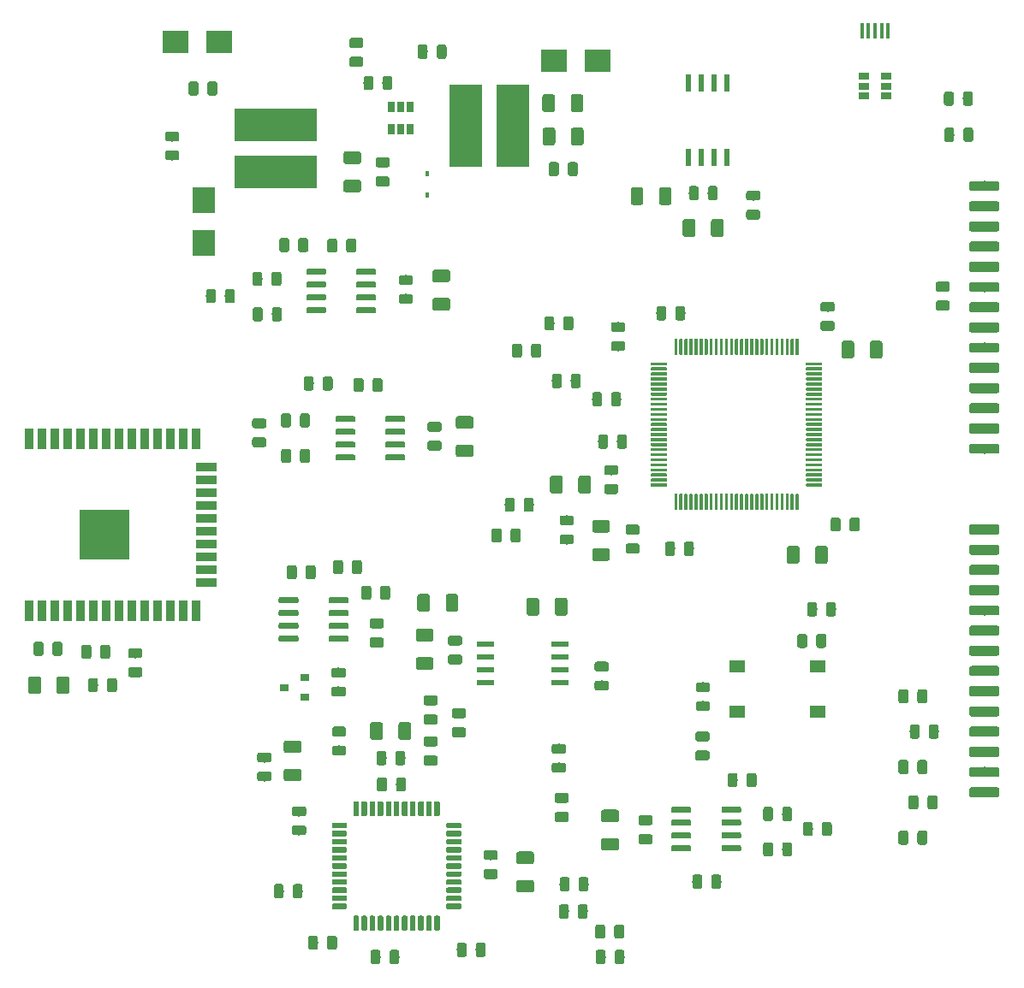
<source format=gtp>
G04 #@! TF.GenerationSoftware,KiCad,Pcbnew,5.1.4-e60b266~84~ubuntu16.04.1*
G04 #@! TF.CreationDate,2019-08-13T02:24:23+05:00*
G04 #@! TF.ProjectId,usb2most,75736232-6d6f-4737-942e-6b696361645f,rev?*
G04 #@! TF.SameCoordinates,Original*
G04 #@! TF.FileFunction,Paste,Top*
G04 #@! TF.FilePolarity,Positive*
%FSLAX46Y46*%
G04 Gerber Fmt 4.6, Leading zero omitted, Abs format (unit mm)*
G04 Created by KiCad (PCBNEW 5.1.4-e60b266~84~ubuntu16.04.1) date 2019-08-13 02:24:23*
%MOMM*%
%LPD*%
G04 APERTURE LIST*
%ADD10C,0.100000*%
%ADD11C,0.300000*%
%ADD12C,0.975000*%
%ADD13C,1.250000*%
%ADD14R,0.900000X2.000000*%
%ADD15R,2.000000X0.900000*%
%ADD16R,5.000000X5.000000*%
%ADD17R,2.500000X2.300000*%
%ADD18R,0.450000X0.600000*%
%ADD19R,0.650000X1.060000*%
%ADD20R,8.200000X3.300000*%
%ADD21R,3.300000X8.200000*%
%ADD22R,1.060000X0.650000*%
%ADD23R,0.450000X1.500000*%
%ADD24C,0.600000*%
%ADD25R,0.550000X1.750000*%
%ADD26R,1.750000X0.550000*%
%ADD27R,1.550000X1.300000*%
%ADD28C,1.000000*%
%ADD29C,0.550000*%
%ADD30R,2.300000X2.500000*%
%ADD31R,0.900000X0.800000*%
G04 APERTURE END LIST*
D10*
G36*
X86057351Y-56450361D02*
G01*
X86064632Y-56451441D01*
X86071771Y-56453229D01*
X86078701Y-56455709D01*
X86085355Y-56458856D01*
X86091668Y-56462640D01*
X86097579Y-56467024D01*
X86103033Y-56471967D01*
X86107976Y-56477421D01*
X86112360Y-56483332D01*
X86116144Y-56489645D01*
X86119291Y-56496299D01*
X86121771Y-56503229D01*
X86123559Y-56510368D01*
X86124639Y-56517649D01*
X86125000Y-56525000D01*
X86125000Y-56675000D01*
X86124639Y-56682351D01*
X86123559Y-56689632D01*
X86121771Y-56696771D01*
X86119291Y-56703701D01*
X86116144Y-56710355D01*
X86112360Y-56716668D01*
X86107976Y-56722579D01*
X86103033Y-56728033D01*
X86097579Y-56732976D01*
X86091668Y-56737360D01*
X86085355Y-56741144D01*
X86078701Y-56744291D01*
X86071771Y-56746771D01*
X86064632Y-56748559D01*
X86057351Y-56749639D01*
X86050000Y-56750000D01*
X84600000Y-56750000D01*
X84592649Y-56749639D01*
X84585368Y-56748559D01*
X84578229Y-56746771D01*
X84571299Y-56744291D01*
X84564645Y-56741144D01*
X84558332Y-56737360D01*
X84552421Y-56732976D01*
X84546967Y-56728033D01*
X84542024Y-56722579D01*
X84537640Y-56716668D01*
X84533856Y-56710355D01*
X84530709Y-56703701D01*
X84528229Y-56696771D01*
X84526441Y-56689632D01*
X84525361Y-56682351D01*
X84525000Y-56675000D01*
X84525000Y-56525000D01*
X84525361Y-56517649D01*
X84526441Y-56510368D01*
X84528229Y-56503229D01*
X84530709Y-56496299D01*
X84533856Y-56489645D01*
X84537640Y-56483332D01*
X84542024Y-56477421D01*
X84546967Y-56471967D01*
X84552421Y-56467024D01*
X84558332Y-56462640D01*
X84564645Y-56458856D01*
X84571299Y-56455709D01*
X84578229Y-56453229D01*
X84585368Y-56451441D01*
X84592649Y-56450361D01*
X84600000Y-56450000D01*
X86050000Y-56450000D01*
X86057351Y-56450361D01*
X86057351Y-56450361D01*
G37*
D11*
X85325000Y-56600000D03*
D10*
G36*
X86057351Y-56950361D02*
G01*
X86064632Y-56951441D01*
X86071771Y-56953229D01*
X86078701Y-56955709D01*
X86085355Y-56958856D01*
X86091668Y-56962640D01*
X86097579Y-56967024D01*
X86103033Y-56971967D01*
X86107976Y-56977421D01*
X86112360Y-56983332D01*
X86116144Y-56989645D01*
X86119291Y-56996299D01*
X86121771Y-57003229D01*
X86123559Y-57010368D01*
X86124639Y-57017649D01*
X86125000Y-57025000D01*
X86125000Y-57175000D01*
X86124639Y-57182351D01*
X86123559Y-57189632D01*
X86121771Y-57196771D01*
X86119291Y-57203701D01*
X86116144Y-57210355D01*
X86112360Y-57216668D01*
X86107976Y-57222579D01*
X86103033Y-57228033D01*
X86097579Y-57232976D01*
X86091668Y-57237360D01*
X86085355Y-57241144D01*
X86078701Y-57244291D01*
X86071771Y-57246771D01*
X86064632Y-57248559D01*
X86057351Y-57249639D01*
X86050000Y-57250000D01*
X84600000Y-57250000D01*
X84592649Y-57249639D01*
X84585368Y-57248559D01*
X84578229Y-57246771D01*
X84571299Y-57244291D01*
X84564645Y-57241144D01*
X84558332Y-57237360D01*
X84552421Y-57232976D01*
X84546967Y-57228033D01*
X84542024Y-57222579D01*
X84537640Y-57216668D01*
X84533856Y-57210355D01*
X84530709Y-57203701D01*
X84528229Y-57196771D01*
X84526441Y-57189632D01*
X84525361Y-57182351D01*
X84525000Y-57175000D01*
X84525000Y-57025000D01*
X84525361Y-57017649D01*
X84526441Y-57010368D01*
X84528229Y-57003229D01*
X84530709Y-56996299D01*
X84533856Y-56989645D01*
X84537640Y-56983332D01*
X84542024Y-56977421D01*
X84546967Y-56971967D01*
X84552421Y-56967024D01*
X84558332Y-56962640D01*
X84564645Y-56958856D01*
X84571299Y-56955709D01*
X84578229Y-56953229D01*
X84585368Y-56951441D01*
X84592649Y-56950361D01*
X84600000Y-56950000D01*
X86050000Y-56950000D01*
X86057351Y-56950361D01*
X86057351Y-56950361D01*
G37*
D11*
X85325000Y-57100000D03*
D10*
G36*
X86057351Y-57450361D02*
G01*
X86064632Y-57451441D01*
X86071771Y-57453229D01*
X86078701Y-57455709D01*
X86085355Y-57458856D01*
X86091668Y-57462640D01*
X86097579Y-57467024D01*
X86103033Y-57471967D01*
X86107976Y-57477421D01*
X86112360Y-57483332D01*
X86116144Y-57489645D01*
X86119291Y-57496299D01*
X86121771Y-57503229D01*
X86123559Y-57510368D01*
X86124639Y-57517649D01*
X86125000Y-57525000D01*
X86125000Y-57675000D01*
X86124639Y-57682351D01*
X86123559Y-57689632D01*
X86121771Y-57696771D01*
X86119291Y-57703701D01*
X86116144Y-57710355D01*
X86112360Y-57716668D01*
X86107976Y-57722579D01*
X86103033Y-57728033D01*
X86097579Y-57732976D01*
X86091668Y-57737360D01*
X86085355Y-57741144D01*
X86078701Y-57744291D01*
X86071771Y-57746771D01*
X86064632Y-57748559D01*
X86057351Y-57749639D01*
X86050000Y-57750000D01*
X84600000Y-57750000D01*
X84592649Y-57749639D01*
X84585368Y-57748559D01*
X84578229Y-57746771D01*
X84571299Y-57744291D01*
X84564645Y-57741144D01*
X84558332Y-57737360D01*
X84552421Y-57732976D01*
X84546967Y-57728033D01*
X84542024Y-57722579D01*
X84537640Y-57716668D01*
X84533856Y-57710355D01*
X84530709Y-57703701D01*
X84528229Y-57696771D01*
X84526441Y-57689632D01*
X84525361Y-57682351D01*
X84525000Y-57675000D01*
X84525000Y-57525000D01*
X84525361Y-57517649D01*
X84526441Y-57510368D01*
X84528229Y-57503229D01*
X84530709Y-57496299D01*
X84533856Y-57489645D01*
X84537640Y-57483332D01*
X84542024Y-57477421D01*
X84546967Y-57471967D01*
X84552421Y-57467024D01*
X84558332Y-57462640D01*
X84564645Y-57458856D01*
X84571299Y-57455709D01*
X84578229Y-57453229D01*
X84585368Y-57451441D01*
X84592649Y-57450361D01*
X84600000Y-57450000D01*
X86050000Y-57450000D01*
X86057351Y-57450361D01*
X86057351Y-57450361D01*
G37*
D11*
X85325000Y-57600000D03*
D10*
G36*
X86057351Y-57950361D02*
G01*
X86064632Y-57951441D01*
X86071771Y-57953229D01*
X86078701Y-57955709D01*
X86085355Y-57958856D01*
X86091668Y-57962640D01*
X86097579Y-57967024D01*
X86103033Y-57971967D01*
X86107976Y-57977421D01*
X86112360Y-57983332D01*
X86116144Y-57989645D01*
X86119291Y-57996299D01*
X86121771Y-58003229D01*
X86123559Y-58010368D01*
X86124639Y-58017649D01*
X86125000Y-58025000D01*
X86125000Y-58175000D01*
X86124639Y-58182351D01*
X86123559Y-58189632D01*
X86121771Y-58196771D01*
X86119291Y-58203701D01*
X86116144Y-58210355D01*
X86112360Y-58216668D01*
X86107976Y-58222579D01*
X86103033Y-58228033D01*
X86097579Y-58232976D01*
X86091668Y-58237360D01*
X86085355Y-58241144D01*
X86078701Y-58244291D01*
X86071771Y-58246771D01*
X86064632Y-58248559D01*
X86057351Y-58249639D01*
X86050000Y-58250000D01*
X84600000Y-58250000D01*
X84592649Y-58249639D01*
X84585368Y-58248559D01*
X84578229Y-58246771D01*
X84571299Y-58244291D01*
X84564645Y-58241144D01*
X84558332Y-58237360D01*
X84552421Y-58232976D01*
X84546967Y-58228033D01*
X84542024Y-58222579D01*
X84537640Y-58216668D01*
X84533856Y-58210355D01*
X84530709Y-58203701D01*
X84528229Y-58196771D01*
X84526441Y-58189632D01*
X84525361Y-58182351D01*
X84525000Y-58175000D01*
X84525000Y-58025000D01*
X84525361Y-58017649D01*
X84526441Y-58010368D01*
X84528229Y-58003229D01*
X84530709Y-57996299D01*
X84533856Y-57989645D01*
X84537640Y-57983332D01*
X84542024Y-57977421D01*
X84546967Y-57971967D01*
X84552421Y-57967024D01*
X84558332Y-57962640D01*
X84564645Y-57958856D01*
X84571299Y-57955709D01*
X84578229Y-57953229D01*
X84585368Y-57951441D01*
X84592649Y-57950361D01*
X84600000Y-57950000D01*
X86050000Y-57950000D01*
X86057351Y-57950361D01*
X86057351Y-57950361D01*
G37*
D11*
X85325000Y-58100000D03*
D10*
G36*
X86057351Y-58450361D02*
G01*
X86064632Y-58451441D01*
X86071771Y-58453229D01*
X86078701Y-58455709D01*
X86085355Y-58458856D01*
X86091668Y-58462640D01*
X86097579Y-58467024D01*
X86103033Y-58471967D01*
X86107976Y-58477421D01*
X86112360Y-58483332D01*
X86116144Y-58489645D01*
X86119291Y-58496299D01*
X86121771Y-58503229D01*
X86123559Y-58510368D01*
X86124639Y-58517649D01*
X86125000Y-58525000D01*
X86125000Y-58675000D01*
X86124639Y-58682351D01*
X86123559Y-58689632D01*
X86121771Y-58696771D01*
X86119291Y-58703701D01*
X86116144Y-58710355D01*
X86112360Y-58716668D01*
X86107976Y-58722579D01*
X86103033Y-58728033D01*
X86097579Y-58732976D01*
X86091668Y-58737360D01*
X86085355Y-58741144D01*
X86078701Y-58744291D01*
X86071771Y-58746771D01*
X86064632Y-58748559D01*
X86057351Y-58749639D01*
X86050000Y-58750000D01*
X84600000Y-58750000D01*
X84592649Y-58749639D01*
X84585368Y-58748559D01*
X84578229Y-58746771D01*
X84571299Y-58744291D01*
X84564645Y-58741144D01*
X84558332Y-58737360D01*
X84552421Y-58732976D01*
X84546967Y-58728033D01*
X84542024Y-58722579D01*
X84537640Y-58716668D01*
X84533856Y-58710355D01*
X84530709Y-58703701D01*
X84528229Y-58696771D01*
X84526441Y-58689632D01*
X84525361Y-58682351D01*
X84525000Y-58675000D01*
X84525000Y-58525000D01*
X84525361Y-58517649D01*
X84526441Y-58510368D01*
X84528229Y-58503229D01*
X84530709Y-58496299D01*
X84533856Y-58489645D01*
X84537640Y-58483332D01*
X84542024Y-58477421D01*
X84546967Y-58471967D01*
X84552421Y-58467024D01*
X84558332Y-58462640D01*
X84564645Y-58458856D01*
X84571299Y-58455709D01*
X84578229Y-58453229D01*
X84585368Y-58451441D01*
X84592649Y-58450361D01*
X84600000Y-58450000D01*
X86050000Y-58450000D01*
X86057351Y-58450361D01*
X86057351Y-58450361D01*
G37*
D11*
X85325000Y-58600000D03*
D10*
G36*
X86057351Y-58950361D02*
G01*
X86064632Y-58951441D01*
X86071771Y-58953229D01*
X86078701Y-58955709D01*
X86085355Y-58958856D01*
X86091668Y-58962640D01*
X86097579Y-58967024D01*
X86103033Y-58971967D01*
X86107976Y-58977421D01*
X86112360Y-58983332D01*
X86116144Y-58989645D01*
X86119291Y-58996299D01*
X86121771Y-59003229D01*
X86123559Y-59010368D01*
X86124639Y-59017649D01*
X86125000Y-59025000D01*
X86125000Y-59175000D01*
X86124639Y-59182351D01*
X86123559Y-59189632D01*
X86121771Y-59196771D01*
X86119291Y-59203701D01*
X86116144Y-59210355D01*
X86112360Y-59216668D01*
X86107976Y-59222579D01*
X86103033Y-59228033D01*
X86097579Y-59232976D01*
X86091668Y-59237360D01*
X86085355Y-59241144D01*
X86078701Y-59244291D01*
X86071771Y-59246771D01*
X86064632Y-59248559D01*
X86057351Y-59249639D01*
X86050000Y-59250000D01*
X84600000Y-59250000D01*
X84592649Y-59249639D01*
X84585368Y-59248559D01*
X84578229Y-59246771D01*
X84571299Y-59244291D01*
X84564645Y-59241144D01*
X84558332Y-59237360D01*
X84552421Y-59232976D01*
X84546967Y-59228033D01*
X84542024Y-59222579D01*
X84537640Y-59216668D01*
X84533856Y-59210355D01*
X84530709Y-59203701D01*
X84528229Y-59196771D01*
X84526441Y-59189632D01*
X84525361Y-59182351D01*
X84525000Y-59175000D01*
X84525000Y-59025000D01*
X84525361Y-59017649D01*
X84526441Y-59010368D01*
X84528229Y-59003229D01*
X84530709Y-58996299D01*
X84533856Y-58989645D01*
X84537640Y-58983332D01*
X84542024Y-58977421D01*
X84546967Y-58971967D01*
X84552421Y-58967024D01*
X84558332Y-58962640D01*
X84564645Y-58958856D01*
X84571299Y-58955709D01*
X84578229Y-58953229D01*
X84585368Y-58951441D01*
X84592649Y-58950361D01*
X84600000Y-58950000D01*
X86050000Y-58950000D01*
X86057351Y-58950361D01*
X86057351Y-58950361D01*
G37*
D11*
X85325000Y-59100000D03*
D10*
G36*
X86057351Y-59450361D02*
G01*
X86064632Y-59451441D01*
X86071771Y-59453229D01*
X86078701Y-59455709D01*
X86085355Y-59458856D01*
X86091668Y-59462640D01*
X86097579Y-59467024D01*
X86103033Y-59471967D01*
X86107976Y-59477421D01*
X86112360Y-59483332D01*
X86116144Y-59489645D01*
X86119291Y-59496299D01*
X86121771Y-59503229D01*
X86123559Y-59510368D01*
X86124639Y-59517649D01*
X86125000Y-59525000D01*
X86125000Y-59675000D01*
X86124639Y-59682351D01*
X86123559Y-59689632D01*
X86121771Y-59696771D01*
X86119291Y-59703701D01*
X86116144Y-59710355D01*
X86112360Y-59716668D01*
X86107976Y-59722579D01*
X86103033Y-59728033D01*
X86097579Y-59732976D01*
X86091668Y-59737360D01*
X86085355Y-59741144D01*
X86078701Y-59744291D01*
X86071771Y-59746771D01*
X86064632Y-59748559D01*
X86057351Y-59749639D01*
X86050000Y-59750000D01*
X84600000Y-59750000D01*
X84592649Y-59749639D01*
X84585368Y-59748559D01*
X84578229Y-59746771D01*
X84571299Y-59744291D01*
X84564645Y-59741144D01*
X84558332Y-59737360D01*
X84552421Y-59732976D01*
X84546967Y-59728033D01*
X84542024Y-59722579D01*
X84537640Y-59716668D01*
X84533856Y-59710355D01*
X84530709Y-59703701D01*
X84528229Y-59696771D01*
X84526441Y-59689632D01*
X84525361Y-59682351D01*
X84525000Y-59675000D01*
X84525000Y-59525000D01*
X84525361Y-59517649D01*
X84526441Y-59510368D01*
X84528229Y-59503229D01*
X84530709Y-59496299D01*
X84533856Y-59489645D01*
X84537640Y-59483332D01*
X84542024Y-59477421D01*
X84546967Y-59471967D01*
X84552421Y-59467024D01*
X84558332Y-59462640D01*
X84564645Y-59458856D01*
X84571299Y-59455709D01*
X84578229Y-59453229D01*
X84585368Y-59451441D01*
X84592649Y-59450361D01*
X84600000Y-59450000D01*
X86050000Y-59450000D01*
X86057351Y-59450361D01*
X86057351Y-59450361D01*
G37*
D11*
X85325000Y-59600000D03*
D10*
G36*
X86057351Y-59950361D02*
G01*
X86064632Y-59951441D01*
X86071771Y-59953229D01*
X86078701Y-59955709D01*
X86085355Y-59958856D01*
X86091668Y-59962640D01*
X86097579Y-59967024D01*
X86103033Y-59971967D01*
X86107976Y-59977421D01*
X86112360Y-59983332D01*
X86116144Y-59989645D01*
X86119291Y-59996299D01*
X86121771Y-60003229D01*
X86123559Y-60010368D01*
X86124639Y-60017649D01*
X86125000Y-60025000D01*
X86125000Y-60175000D01*
X86124639Y-60182351D01*
X86123559Y-60189632D01*
X86121771Y-60196771D01*
X86119291Y-60203701D01*
X86116144Y-60210355D01*
X86112360Y-60216668D01*
X86107976Y-60222579D01*
X86103033Y-60228033D01*
X86097579Y-60232976D01*
X86091668Y-60237360D01*
X86085355Y-60241144D01*
X86078701Y-60244291D01*
X86071771Y-60246771D01*
X86064632Y-60248559D01*
X86057351Y-60249639D01*
X86050000Y-60250000D01*
X84600000Y-60250000D01*
X84592649Y-60249639D01*
X84585368Y-60248559D01*
X84578229Y-60246771D01*
X84571299Y-60244291D01*
X84564645Y-60241144D01*
X84558332Y-60237360D01*
X84552421Y-60232976D01*
X84546967Y-60228033D01*
X84542024Y-60222579D01*
X84537640Y-60216668D01*
X84533856Y-60210355D01*
X84530709Y-60203701D01*
X84528229Y-60196771D01*
X84526441Y-60189632D01*
X84525361Y-60182351D01*
X84525000Y-60175000D01*
X84525000Y-60025000D01*
X84525361Y-60017649D01*
X84526441Y-60010368D01*
X84528229Y-60003229D01*
X84530709Y-59996299D01*
X84533856Y-59989645D01*
X84537640Y-59983332D01*
X84542024Y-59977421D01*
X84546967Y-59971967D01*
X84552421Y-59967024D01*
X84558332Y-59962640D01*
X84564645Y-59958856D01*
X84571299Y-59955709D01*
X84578229Y-59953229D01*
X84585368Y-59951441D01*
X84592649Y-59950361D01*
X84600000Y-59950000D01*
X86050000Y-59950000D01*
X86057351Y-59950361D01*
X86057351Y-59950361D01*
G37*
D11*
X85325000Y-60100000D03*
D10*
G36*
X86057351Y-60450361D02*
G01*
X86064632Y-60451441D01*
X86071771Y-60453229D01*
X86078701Y-60455709D01*
X86085355Y-60458856D01*
X86091668Y-60462640D01*
X86097579Y-60467024D01*
X86103033Y-60471967D01*
X86107976Y-60477421D01*
X86112360Y-60483332D01*
X86116144Y-60489645D01*
X86119291Y-60496299D01*
X86121771Y-60503229D01*
X86123559Y-60510368D01*
X86124639Y-60517649D01*
X86125000Y-60525000D01*
X86125000Y-60675000D01*
X86124639Y-60682351D01*
X86123559Y-60689632D01*
X86121771Y-60696771D01*
X86119291Y-60703701D01*
X86116144Y-60710355D01*
X86112360Y-60716668D01*
X86107976Y-60722579D01*
X86103033Y-60728033D01*
X86097579Y-60732976D01*
X86091668Y-60737360D01*
X86085355Y-60741144D01*
X86078701Y-60744291D01*
X86071771Y-60746771D01*
X86064632Y-60748559D01*
X86057351Y-60749639D01*
X86050000Y-60750000D01*
X84600000Y-60750000D01*
X84592649Y-60749639D01*
X84585368Y-60748559D01*
X84578229Y-60746771D01*
X84571299Y-60744291D01*
X84564645Y-60741144D01*
X84558332Y-60737360D01*
X84552421Y-60732976D01*
X84546967Y-60728033D01*
X84542024Y-60722579D01*
X84537640Y-60716668D01*
X84533856Y-60710355D01*
X84530709Y-60703701D01*
X84528229Y-60696771D01*
X84526441Y-60689632D01*
X84525361Y-60682351D01*
X84525000Y-60675000D01*
X84525000Y-60525000D01*
X84525361Y-60517649D01*
X84526441Y-60510368D01*
X84528229Y-60503229D01*
X84530709Y-60496299D01*
X84533856Y-60489645D01*
X84537640Y-60483332D01*
X84542024Y-60477421D01*
X84546967Y-60471967D01*
X84552421Y-60467024D01*
X84558332Y-60462640D01*
X84564645Y-60458856D01*
X84571299Y-60455709D01*
X84578229Y-60453229D01*
X84585368Y-60451441D01*
X84592649Y-60450361D01*
X84600000Y-60450000D01*
X86050000Y-60450000D01*
X86057351Y-60450361D01*
X86057351Y-60450361D01*
G37*
D11*
X85325000Y-60600000D03*
D10*
G36*
X86057351Y-60950361D02*
G01*
X86064632Y-60951441D01*
X86071771Y-60953229D01*
X86078701Y-60955709D01*
X86085355Y-60958856D01*
X86091668Y-60962640D01*
X86097579Y-60967024D01*
X86103033Y-60971967D01*
X86107976Y-60977421D01*
X86112360Y-60983332D01*
X86116144Y-60989645D01*
X86119291Y-60996299D01*
X86121771Y-61003229D01*
X86123559Y-61010368D01*
X86124639Y-61017649D01*
X86125000Y-61025000D01*
X86125000Y-61175000D01*
X86124639Y-61182351D01*
X86123559Y-61189632D01*
X86121771Y-61196771D01*
X86119291Y-61203701D01*
X86116144Y-61210355D01*
X86112360Y-61216668D01*
X86107976Y-61222579D01*
X86103033Y-61228033D01*
X86097579Y-61232976D01*
X86091668Y-61237360D01*
X86085355Y-61241144D01*
X86078701Y-61244291D01*
X86071771Y-61246771D01*
X86064632Y-61248559D01*
X86057351Y-61249639D01*
X86050000Y-61250000D01*
X84600000Y-61250000D01*
X84592649Y-61249639D01*
X84585368Y-61248559D01*
X84578229Y-61246771D01*
X84571299Y-61244291D01*
X84564645Y-61241144D01*
X84558332Y-61237360D01*
X84552421Y-61232976D01*
X84546967Y-61228033D01*
X84542024Y-61222579D01*
X84537640Y-61216668D01*
X84533856Y-61210355D01*
X84530709Y-61203701D01*
X84528229Y-61196771D01*
X84526441Y-61189632D01*
X84525361Y-61182351D01*
X84525000Y-61175000D01*
X84525000Y-61025000D01*
X84525361Y-61017649D01*
X84526441Y-61010368D01*
X84528229Y-61003229D01*
X84530709Y-60996299D01*
X84533856Y-60989645D01*
X84537640Y-60983332D01*
X84542024Y-60977421D01*
X84546967Y-60971967D01*
X84552421Y-60967024D01*
X84558332Y-60962640D01*
X84564645Y-60958856D01*
X84571299Y-60955709D01*
X84578229Y-60953229D01*
X84585368Y-60951441D01*
X84592649Y-60950361D01*
X84600000Y-60950000D01*
X86050000Y-60950000D01*
X86057351Y-60950361D01*
X86057351Y-60950361D01*
G37*
D11*
X85325000Y-61100000D03*
D10*
G36*
X86057351Y-61450361D02*
G01*
X86064632Y-61451441D01*
X86071771Y-61453229D01*
X86078701Y-61455709D01*
X86085355Y-61458856D01*
X86091668Y-61462640D01*
X86097579Y-61467024D01*
X86103033Y-61471967D01*
X86107976Y-61477421D01*
X86112360Y-61483332D01*
X86116144Y-61489645D01*
X86119291Y-61496299D01*
X86121771Y-61503229D01*
X86123559Y-61510368D01*
X86124639Y-61517649D01*
X86125000Y-61525000D01*
X86125000Y-61675000D01*
X86124639Y-61682351D01*
X86123559Y-61689632D01*
X86121771Y-61696771D01*
X86119291Y-61703701D01*
X86116144Y-61710355D01*
X86112360Y-61716668D01*
X86107976Y-61722579D01*
X86103033Y-61728033D01*
X86097579Y-61732976D01*
X86091668Y-61737360D01*
X86085355Y-61741144D01*
X86078701Y-61744291D01*
X86071771Y-61746771D01*
X86064632Y-61748559D01*
X86057351Y-61749639D01*
X86050000Y-61750000D01*
X84600000Y-61750000D01*
X84592649Y-61749639D01*
X84585368Y-61748559D01*
X84578229Y-61746771D01*
X84571299Y-61744291D01*
X84564645Y-61741144D01*
X84558332Y-61737360D01*
X84552421Y-61732976D01*
X84546967Y-61728033D01*
X84542024Y-61722579D01*
X84537640Y-61716668D01*
X84533856Y-61710355D01*
X84530709Y-61703701D01*
X84528229Y-61696771D01*
X84526441Y-61689632D01*
X84525361Y-61682351D01*
X84525000Y-61675000D01*
X84525000Y-61525000D01*
X84525361Y-61517649D01*
X84526441Y-61510368D01*
X84528229Y-61503229D01*
X84530709Y-61496299D01*
X84533856Y-61489645D01*
X84537640Y-61483332D01*
X84542024Y-61477421D01*
X84546967Y-61471967D01*
X84552421Y-61467024D01*
X84558332Y-61462640D01*
X84564645Y-61458856D01*
X84571299Y-61455709D01*
X84578229Y-61453229D01*
X84585368Y-61451441D01*
X84592649Y-61450361D01*
X84600000Y-61450000D01*
X86050000Y-61450000D01*
X86057351Y-61450361D01*
X86057351Y-61450361D01*
G37*
D11*
X85325000Y-61600000D03*
D10*
G36*
X86057351Y-61950361D02*
G01*
X86064632Y-61951441D01*
X86071771Y-61953229D01*
X86078701Y-61955709D01*
X86085355Y-61958856D01*
X86091668Y-61962640D01*
X86097579Y-61967024D01*
X86103033Y-61971967D01*
X86107976Y-61977421D01*
X86112360Y-61983332D01*
X86116144Y-61989645D01*
X86119291Y-61996299D01*
X86121771Y-62003229D01*
X86123559Y-62010368D01*
X86124639Y-62017649D01*
X86125000Y-62025000D01*
X86125000Y-62175000D01*
X86124639Y-62182351D01*
X86123559Y-62189632D01*
X86121771Y-62196771D01*
X86119291Y-62203701D01*
X86116144Y-62210355D01*
X86112360Y-62216668D01*
X86107976Y-62222579D01*
X86103033Y-62228033D01*
X86097579Y-62232976D01*
X86091668Y-62237360D01*
X86085355Y-62241144D01*
X86078701Y-62244291D01*
X86071771Y-62246771D01*
X86064632Y-62248559D01*
X86057351Y-62249639D01*
X86050000Y-62250000D01*
X84600000Y-62250000D01*
X84592649Y-62249639D01*
X84585368Y-62248559D01*
X84578229Y-62246771D01*
X84571299Y-62244291D01*
X84564645Y-62241144D01*
X84558332Y-62237360D01*
X84552421Y-62232976D01*
X84546967Y-62228033D01*
X84542024Y-62222579D01*
X84537640Y-62216668D01*
X84533856Y-62210355D01*
X84530709Y-62203701D01*
X84528229Y-62196771D01*
X84526441Y-62189632D01*
X84525361Y-62182351D01*
X84525000Y-62175000D01*
X84525000Y-62025000D01*
X84525361Y-62017649D01*
X84526441Y-62010368D01*
X84528229Y-62003229D01*
X84530709Y-61996299D01*
X84533856Y-61989645D01*
X84537640Y-61983332D01*
X84542024Y-61977421D01*
X84546967Y-61971967D01*
X84552421Y-61967024D01*
X84558332Y-61962640D01*
X84564645Y-61958856D01*
X84571299Y-61955709D01*
X84578229Y-61953229D01*
X84585368Y-61951441D01*
X84592649Y-61950361D01*
X84600000Y-61950000D01*
X86050000Y-61950000D01*
X86057351Y-61950361D01*
X86057351Y-61950361D01*
G37*
D11*
X85325000Y-62100000D03*
D10*
G36*
X86057351Y-62450361D02*
G01*
X86064632Y-62451441D01*
X86071771Y-62453229D01*
X86078701Y-62455709D01*
X86085355Y-62458856D01*
X86091668Y-62462640D01*
X86097579Y-62467024D01*
X86103033Y-62471967D01*
X86107976Y-62477421D01*
X86112360Y-62483332D01*
X86116144Y-62489645D01*
X86119291Y-62496299D01*
X86121771Y-62503229D01*
X86123559Y-62510368D01*
X86124639Y-62517649D01*
X86125000Y-62525000D01*
X86125000Y-62675000D01*
X86124639Y-62682351D01*
X86123559Y-62689632D01*
X86121771Y-62696771D01*
X86119291Y-62703701D01*
X86116144Y-62710355D01*
X86112360Y-62716668D01*
X86107976Y-62722579D01*
X86103033Y-62728033D01*
X86097579Y-62732976D01*
X86091668Y-62737360D01*
X86085355Y-62741144D01*
X86078701Y-62744291D01*
X86071771Y-62746771D01*
X86064632Y-62748559D01*
X86057351Y-62749639D01*
X86050000Y-62750000D01*
X84600000Y-62750000D01*
X84592649Y-62749639D01*
X84585368Y-62748559D01*
X84578229Y-62746771D01*
X84571299Y-62744291D01*
X84564645Y-62741144D01*
X84558332Y-62737360D01*
X84552421Y-62732976D01*
X84546967Y-62728033D01*
X84542024Y-62722579D01*
X84537640Y-62716668D01*
X84533856Y-62710355D01*
X84530709Y-62703701D01*
X84528229Y-62696771D01*
X84526441Y-62689632D01*
X84525361Y-62682351D01*
X84525000Y-62675000D01*
X84525000Y-62525000D01*
X84525361Y-62517649D01*
X84526441Y-62510368D01*
X84528229Y-62503229D01*
X84530709Y-62496299D01*
X84533856Y-62489645D01*
X84537640Y-62483332D01*
X84542024Y-62477421D01*
X84546967Y-62471967D01*
X84552421Y-62467024D01*
X84558332Y-62462640D01*
X84564645Y-62458856D01*
X84571299Y-62455709D01*
X84578229Y-62453229D01*
X84585368Y-62451441D01*
X84592649Y-62450361D01*
X84600000Y-62450000D01*
X86050000Y-62450000D01*
X86057351Y-62450361D01*
X86057351Y-62450361D01*
G37*
D11*
X85325000Y-62600000D03*
D10*
G36*
X86057351Y-62950361D02*
G01*
X86064632Y-62951441D01*
X86071771Y-62953229D01*
X86078701Y-62955709D01*
X86085355Y-62958856D01*
X86091668Y-62962640D01*
X86097579Y-62967024D01*
X86103033Y-62971967D01*
X86107976Y-62977421D01*
X86112360Y-62983332D01*
X86116144Y-62989645D01*
X86119291Y-62996299D01*
X86121771Y-63003229D01*
X86123559Y-63010368D01*
X86124639Y-63017649D01*
X86125000Y-63025000D01*
X86125000Y-63175000D01*
X86124639Y-63182351D01*
X86123559Y-63189632D01*
X86121771Y-63196771D01*
X86119291Y-63203701D01*
X86116144Y-63210355D01*
X86112360Y-63216668D01*
X86107976Y-63222579D01*
X86103033Y-63228033D01*
X86097579Y-63232976D01*
X86091668Y-63237360D01*
X86085355Y-63241144D01*
X86078701Y-63244291D01*
X86071771Y-63246771D01*
X86064632Y-63248559D01*
X86057351Y-63249639D01*
X86050000Y-63250000D01*
X84600000Y-63250000D01*
X84592649Y-63249639D01*
X84585368Y-63248559D01*
X84578229Y-63246771D01*
X84571299Y-63244291D01*
X84564645Y-63241144D01*
X84558332Y-63237360D01*
X84552421Y-63232976D01*
X84546967Y-63228033D01*
X84542024Y-63222579D01*
X84537640Y-63216668D01*
X84533856Y-63210355D01*
X84530709Y-63203701D01*
X84528229Y-63196771D01*
X84526441Y-63189632D01*
X84525361Y-63182351D01*
X84525000Y-63175000D01*
X84525000Y-63025000D01*
X84525361Y-63017649D01*
X84526441Y-63010368D01*
X84528229Y-63003229D01*
X84530709Y-62996299D01*
X84533856Y-62989645D01*
X84537640Y-62983332D01*
X84542024Y-62977421D01*
X84546967Y-62971967D01*
X84552421Y-62967024D01*
X84558332Y-62962640D01*
X84564645Y-62958856D01*
X84571299Y-62955709D01*
X84578229Y-62953229D01*
X84585368Y-62951441D01*
X84592649Y-62950361D01*
X84600000Y-62950000D01*
X86050000Y-62950000D01*
X86057351Y-62950361D01*
X86057351Y-62950361D01*
G37*
D11*
X85325000Y-63100000D03*
D10*
G36*
X86057351Y-63450361D02*
G01*
X86064632Y-63451441D01*
X86071771Y-63453229D01*
X86078701Y-63455709D01*
X86085355Y-63458856D01*
X86091668Y-63462640D01*
X86097579Y-63467024D01*
X86103033Y-63471967D01*
X86107976Y-63477421D01*
X86112360Y-63483332D01*
X86116144Y-63489645D01*
X86119291Y-63496299D01*
X86121771Y-63503229D01*
X86123559Y-63510368D01*
X86124639Y-63517649D01*
X86125000Y-63525000D01*
X86125000Y-63675000D01*
X86124639Y-63682351D01*
X86123559Y-63689632D01*
X86121771Y-63696771D01*
X86119291Y-63703701D01*
X86116144Y-63710355D01*
X86112360Y-63716668D01*
X86107976Y-63722579D01*
X86103033Y-63728033D01*
X86097579Y-63732976D01*
X86091668Y-63737360D01*
X86085355Y-63741144D01*
X86078701Y-63744291D01*
X86071771Y-63746771D01*
X86064632Y-63748559D01*
X86057351Y-63749639D01*
X86050000Y-63750000D01*
X84600000Y-63750000D01*
X84592649Y-63749639D01*
X84585368Y-63748559D01*
X84578229Y-63746771D01*
X84571299Y-63744291D01*
X84564645Y-63741144D01*
X84558332Y-63737360D01*
X84552421Y-63732976D01*
X84546967Y-63728033D01*
X84542024Y-63722579D01*
X84537640Y-63716668D01*
X84533856Y-63710355D01*
X84530709Y-63703701D01*
X84528229Y-63696771D01*
X84526441Y-63689632D01*
X84525361Y-63682351D01*
X84525000Y-63675000D01*
X84525000Y-63525000D01*
X84525361Y-63517649D01*
X84526441Y-63510368D01*
X84528229Y-63503229D01*
X84530709Y-63496299D01*
X84533856Y-63489645D01*
X84537640Y-63483332D01*
X84542024Y-63477421D01*
X84546967Y-63471967D01*
X84552421Y-63467024D01*
X84558332Y-63462640D01*
X84564645Y-63458856D01*
X84571299Y-63455709D01*
X84578229Y-63453229D01*
X84585368Y-63451441D01*
X84592649Y-63450361D01*
X84600000Y-63450000D01*
X86050000Y-63450000D01*
X86057351Y-63450361D01*
X86057351Y-63450361D01*
G37*
D11*
X85325000Y-63600000D03*
D10*
G36*
X86057351Y-63950361D02*
G01*
X86064632Y-63951441D01*
X86071771Y-63953229D01*
X86078701Y-63955709D01*
X86085355Y-63958856D01*
X86091668Y-63962640D01*
X86097579Y-63967024D01*
X86103033Y-63971967D01*
X86107976Y-63977421D01*
X86112360Y-63983332D01*
X86116144Y-63989645D01*
X86119291Y-63996299D01*
X86121771Y-64003229D01*
X86123559Y-64010368D01*
X86124639Y-64017649D01*
X86125000Y-64025000D01*
X86125000Y-64175000D01*
X86124639Y-64182351D01*
X86123559Y-64189632D01*
X86121771Y-64196771D01*
X86119291Y-64203701D01*
X86116144Y-64210355D01*
X86112360Y-64216668D01*
X86107976Y-64222579D01*
X86103033Y-64228033D01*
X86097579Y-64232976D01*
X86091668Y-64237360D01*
X86085355Y-64241144D01*
X86078701Y-64244291D01*
X86071771Y-64246771D01*
X86064632Y-64248559D01*
X86057351Y-64249639D01*
X86050000Y-64250000D01*
X84600000Y-64250000D01*
X84592649Y-64249639D01*
X84585368Y-64248559D01*
X84578229Y-64246771D01*
X84571299Y-64244291D01*
X84564645Y-64241144D01*
X84558332Y-64237360D01*
X84552421Y-64232976D01*
X84546967Y-64228033D01*
X84542024Y-64222579D01*
X84537640Y-64216668D01*
X84533856Y-64210355D01*
X84530709Y-64203701D01*
X84528229Y-64196771D01*
X84526441Y-64189632D01*
X84525361Y-64182351D01*
X84525000Y-64175000D01*
X84525000Y-64025000D01*
X84525361Y-64017649D01*
X84526441Y-64010368D01*
X84528229Y-64003229D01*
X84530709Y-63996299D01*
X84533856Y-63989645D01*
X84537640Y-63983332D01*
X84542024Y-63977421D01*
X84546967Y-63971967D01*
X84552421Y-63967024D01*
X84558332Y-63962640D01*
X84564645Y-63958856D01*
X84571299Y-63955709D01*
X84578229Y-63953229D01*
X84585368Y-63951441D01*
X84592649Y-63950361D01*
X84600000Y-63950000D01*
X86050000Y-63950000D01*
X86057351Y-63950361D01*
X86057351Y-63950361D01*
G37*
D11*
X85325000Y-64100000D03*
D10*
G36*
X86057351Y-64450361D02*
G01*
X86064632Y-64451441D01*
X86071771Y-64453229D01*
X86078701Y-64455709D01*
X86085355Y-64458856D01*
X86091668Y-64462640D01*
X86097579Y-64467024D01*
X86103033Y-64471967D01*
X86107976Y-64477421D01*
X86112360Y-64483332D01*
X86116144Y-64489645D01*
X86119291Y-64496299D01*
X86121771Y-64503229D01*
X86123559Y-64510368D01*
X86124639Y-64517649D01*
X86125000Y-64525000D01*
X86125000Y-64675000D01*
X86124639Y-64682351D01*
X86123559Y-64689632D01*
X86121771Y-64696771D01*
X86119291Y-64703701D01*
X86116144Y-64710355D01*
X86112360Y-64716668D01*
X86107976Y-64722579D01*
X86103033Y-64728033D01*
X86097579Y-64732976D01*
X86091668Y-64737360D01*
X86085355Y-64741144D01*
X86078701Y-64744291D01*
X86071771Y-64746771D01*
X86064632Y-64748559D01*
X86057351Y-64749639D01*
X86050000Y-64750000D01*
X84600000Y-64750000D01*
X84592649Y-64749639D01*
X84585368Y-64748559D01*
X84578229Y-64746771D01*
X84571299Y-64744291D01*
X84564645Y-64741144D01*
X84558332Y-64737360D01*
X84552421Y-64732976D01*
X84546967Y-64728033D01*
X84542024Y-64722579D01*
X84537640Y-64716668D01*
X84533856Y-64710355D01*
X84530709Y-64703701D01*
X84528229Y-64696771D01*
X84526441Y-64689632D01*
X84525361Y-64682351D01*
X84525000Y-64675000D01*
X84525000Y-64525000D01*
X84525361Y-64517649D01*
X84526441Y-64510368D01*
X84528229Y-64503229D01*
X84530709Y-64496299D01*
X84533856Y-64489645D01*
X84537640Y-64483332D01*
X84542024Y-64477421D01*
X84546967Y-64471967D01*
X84552421Y-64467024D01*
X84558332Y-64462640D01*
X84564645Y-64458856D01*
X84571299Y-64455709D01*
X84578229Y-64453229D01*
X84585368Y-64451441D01*
X84592649Y-64450361D01*
X84600000Y-64450000D01*
X86050000Y-64450000D01*
X86057351Y-64450361D01*
X86057351Y-64450361D01*
G37*
D11*
X85325000Y-64600000D03*
D10*
G36*
X86057351Y-64950361D02*
G01*
X86064632Y-64951441D01*
X86071771Y-64953229D01*
X86078701Y-64955709D01*
X86085355Y-64958856D01*
X86091668Y-64962640D01*
X86097579Y-64967024D01*
X86103033Y-64971967D01*
X86107976Y-64977421D01*
X86112360Y-64983332D01*
X86116144Y-64989645D01*
X86119291Y-64996299D01*
X86121771Y-65003229D01*
X86123559Y-65010368D01*
X86124639Y-65017649D01*
X86125000Y-65025000D01*
X86125000Y-65175000D01*
X86124639Y-65182351D01*
X86123559Y-65189632D01*
X86121771Y-65196771D01*
X86119291Y-65203701D01*
X86116144Y-65210355D01*
X86112360Y-65216668D01*
X86107976Y-65222579D01*
X86103033Y-65228033D01*
X86097579Y-65232976D01*
X86091668Y-65237360D01*
X86085355Y-65241144D01*
X86078701Y-65244291D01*
X86071771Y-65246771D01*
X86064632Y-65248559D01*
X86057351Y-65249639D01*
X86050000Y-65250000D01*
X84600000Y-65250000D01*
X84592649Y-65249639D01*
X84585368Y-65248559D01*
X84578229Y-65246771D01*
X84571299Y-65244291D01*
X84564645Y-65241144D01*
X84558332Y-65237360D01*
X84552421Y-65232976D01*
X84546967Y-65228033D01*
X84542024Y-65222579D01*
X84537640Y-65216668D01*
X84533856Y-65210355D01*
X84530709Y-65203701D01*
X84528229Y-65196771D01*
X84526441Y-65189632D01*
X84525361Y-65182351D01*
X84525000Y-65175000D01*
X84525000Y-65025000D01*
X84525361Y-65017649D01*
X84526441Y-65010368D01*
X84528229Y-65003229D01*
X84530709Y-64996299D01*
X84533856Y-64989645D01*
X84537640Y-64983332D01*
X84542024Y-64977421D01*
X84546967Y-64971967D01*
X84552421Y-64967024D01*
X84558332Y-64962640D01*
X84564645Y-64958856D01*
X84571299Y-64955709D01*
X84578229Y-64953229D01*
X84585368Y-64951441D01*
X84592649Y-64950361D01*
X84600000Y-64950000D01*
X86050000Y-64950000D01*
X86057351Y-64950361D01*
X86057351Y-64950361D01*
G37*
D11*
X85325000Y-65100000D03*
D10*
G36*
X86057351Y-65450361D02*
G01*
X86064632Y-65451441D01*
X86071771Y-65453229D01*
X86078701Y-65455709D01*
X86085355Y-65458856D01*
X86091668Y-65462640D01*
X86097579Y-65467024D01*
X86103033Y-65471967D01*
X86107976Y-65477421D01*
X86112360Y-65483332D01*
X86116144Y-65489645D01*
X86119291Y-65496299D01*
X86121771Y-65503229D01*
X86123559Y-65510368D01*
X86124639Y-65517649D01*
X86125000Y-65525000D01*
X86125000Y-65675000D01*
X86124639Y-65682351D01*
X86123559Y-65689632D01*
X86121771Y-65696771D01*
X86119291Y-65703701D01*
X86116144Y-65710355D01*
X86112360Y-65716668D01*
X86107976Y-65722579D01*
X86103033Y-65728033D01*
X86097579Y-65732976D01*
X86091668Y-65737360D01*
X86085355Y-65741144D01*
X86078701Y-65744291D01*
X86071771Y-65746771D01*
X86064632Y-65748559D01*
X86057351Y-65749639D01*
X86050000Y-65750000D01*
X84600000Y-65750000D01*
X84592649Y-65749639D01*
X84585368Y-65748559D01*
X84578229Y-65746771D01*
X84571299Y-65744291D01*
X84564645Y-65741144D01*
X84558332Y-65737360D01*
X84552421Y-65732976D01*
X84546967Y-65728033D01*
X84542024Y-65722579D01*
X84537640Y-65716668D01*
X84533856Y-65710355D01*
X84530709Y-65703701D01*
X84528229Y-65696771D01*
X84526441Y-65689632D01*
X84525361Y-65682351D01*
X84525000Y-65675000D01*
X84525000Y-65525000D01*
X84525361Y-65517649D01*
X84526441Y-65510368D01*
X84528229Y-65503229D01*
X84530709Y-65496299D01*
X84533856Y-65489645D01*
X84537640Y-65483332D01*
X84542024Y-65477421D01*
X84546967Y-65471967D01*
X84552421Y-65467024D01*
X84558332Y-65462640D01*
X84564645Y-65458856D01*
X84571299Y-65455709D01*
X84578229Y-65453229D01*
X84585368Y-65451441D01*
X84592649Y-65450361D01*
X84600000Y-65450000D01*
X86050000Y-65450000D01*
X86057351Y-65450361D01*
X86057351Y-65450361D01*
G37*
D11*
X85325000Y-65600000D03*
D10*
G36*
X86057351Y-65950361D02*
G01*
X86064632Y-65951441D01*
X86071771Y-65953229D01*
X86078701Y-65955709D01*
X86085355Y-65958856D01*
X86091668Y-65962640D01*
X86097579Y-65967024D01*
X86103033Y-65971967D01*
X86107976Y-65977421D01*
X86112360Y-65983332D01*
X86116144Y-65989645D01*
X86119291Y-65996299D01*
X86121771Y-66003229D01*
X86123559Y-66010368D01*
X86124639Y-66017649D01*
X86125000Y-66025000D01*
X86125000Y-66175000D01*
X86124639Y-66182351D01*
X86123559Y-66189632D01*
X86121771Y-66196771D01*
X86119291Y-66203701D01*
X86116144Y-66210355D01*
X86112360Y-66216668D01*
X86107976Y-66222579D01*
X86103033Y-66228033D01*
X86097579Y-66232976D01*
X86091668Y-66237360D01*
X86085355Y-66241144D01*
X86078701Y-66244291D01*
X86071771Y-66246771D01*
X86064632Y-66248559D01*
X86057351Y-66249639D01*
X86050000Y-66250000D01*
X84600000Y-66250000D01*
X84592649Y-66249639D01*
X84585368Y-66248559D01*
X84578229Y-66246771D01*
X84571299Y-66244291D01*
X84564645Y-66241144D01*
X84558332Y-66237360D01*
X84552421Y-66232976D01*
X84546967Y-66228033D01*
X84542024Y-66222579D01*
X84537640Y-66216668D01*
X84533856Y-66210355D01*
X84530709Y-66203701D01*
X84528229Y-66196771D01*
X84526441Y-66189632D01*
X84525361Y-66182351D01*
X84525000Y-66175000D01*
X84525000Y-66025000D01*
X84525361Y-66017649D01*
X84526441Y-66010368D01*
X84528229Y-66003229D01*
X84530709Y-65996299D01*
X84533856Y-65989645D01*
X84537640Y-65983332D01*
X84542024Y-65977421D01*
X84546967Y-65971967D01*
X84552421Y-65967024D01*
X84558332Y-65962640D01*
X84564645Y-65958856D01*
X84571299Y-65955709D01*
X84578229Y-65953229D01*
X84585368Y-65951441D01*
X84592649Y-65950361D01*
X84600000Y-65950000D01*
X86050000Y-65950000D01*
X86057351Y-65950361D01*
X86057351Y-65950361D01*
G37*
D11*
X85325000Y-66100000D03*
D10*
G36*
X86057351Y-66450361D02*
G01*
X86064632Y-66451441D01*
X86071771Y-66453229D01*
X86078701Y-66455709D01*
X86085355Y-66458856D01*
X86091668Y-66462640D01*
X86097579Y-66467024D01*
X86103033Y-66471967D01*
X86107976Y-66477421D01*
X86112360Y-66483332D01*
X86116144Y-66489645D01*
X86119291Y-66496299D01*
X86121771Y-66503229D01*
X86123559Y-66510368D01*
X86124639Y-66517649D01*
X86125000Y-66525000D01*
X86125000Y-66675000D01*
X86124639Y-66682351D01*
X86123559Y-66689632D01*
X86121771Y-66696771D01*
X86119291Y-66703701D01*
X86116144Y-66710355D01*
X86112360Y-66716668D01*
X86107976Y-66722579D01*
X86103033Y-66728033D01*
X86097579Y-66732976D01*
X86091668Y-66737360D01*
X86085355Y-66741144D01*
X86078701Y-66744291D01*
X86071771Y-66746771D01*
X86064632Y-66748559D01*
X86057351Y-66749639D01*
X86050000Y-66750000D01*
X84600000Y-66750000D01*
X84592649Y-66749639D01*
X84585368Y-66748559D01*
X84578229Y-66746771D01*
X84571299Y-66744291D01*
X84564645Y-66741144D01*
X84558332Y-66737360D01*
X84552421Y-66732976D01*
X84546967Y-66728033D01*
X84542024Y-66722579D01*
X84537640Y-66716668D01*
X84533856Y-66710355D01*
X84530709Y-66703701D01*
X84528229Y-66696771D01*
X84526441Y-66689632D01*
X84525361Y-66682351D01*
X84525000Y-66675000D01*
X84525000Y-66525000D01*
X84525361Y-66517649D01*
X84526441Y-66510368D01*
X84528229Y-66503229D01*
X84530709Y-66496299D01*
X84533856Y-66489645D01*
X84537640Y-66483332D01*
X84542024Y-66477421D01*
X84546967Y-66471967D01*
X84552421Y-66467024D01*
X84558332Y-66462640D01*
X84564645Y-66458856D01*
X84571299Y-66455709D01*
X84578229Y-66453229D01*
X84585368Y-66451441D01*
X84592649Y-66450361D01*
X84600000Y-66450000D01*
X86050000Y-66450000D01*
X86057351Y-66450361D01*
X86057351Y-66450361D01*
G37*
D11*
X85325000Y-66600000D03*
D10*
G36*
X86057351Y-66950361D02*
G01*
X86064632Y-66951441D01*
X86071771Y-66953229D01*
X86078701Y-66955709D01*
X86085355Y-66958856D01*
X86091668Y-66962640D01*
X86097579Y-66967024D01*
X86103033Y-66971967D01*
X86107976Y-66977421D01*
X86112360Y-66983332D01*
X86116144Y-66989645D01*
X86119291Y-66996299D01*
X86121771Y-67003229D01*
X86123559Y-67010368D01*
X86124639Y-67017649D01*
X86125000Y-67025000D01*
X86125000Y-67175000D01*
X86124639Y-67182351D01*
X86123559Y-67189632D01*
X86121771Y-67196771D01*
X86119291Y-67203701D01*
X86116144Y-67210355D01*
X86112360Y-67216668D01*
X86107976Y-67222579D01*
X86103033Y-67228033D01*
X86097579Y-67232976D01*
X86091668Y-67237360D01*
X86085355Y-67241144D01*
X86078701Y-67244291D01*
X86071771Y-67246771D01*
X86064632Y-67248559D01*
X86057351Y-67249639D01*
X86050000Y-67250000D01*
X84600000Y-67250000D01*
X84592649Y-67249639D01*
X84585368Y-67248559D01*
X84578229Y-67246771D01*
X84571299Y-67244291D01*
X84564645Y-67241144D01*
X84558332Y-67237360D01*
X84552421Y-67232976D01*
X84546967Y-67228033D01*
X84542024Y-67222579D01*
X84537640Y-67216668D01*
X84533856Y-67210355D01*
X84530709Y-67203701D01*
X84528229Y-67196771D01*
X84526441Y-67189632D01*
X84525361Y-67182351D01*
X84525000Y-67175000D01*
X84525000Y-67025000D01*
X84525361Y-67017649D01*
X84526441Y-67010368D01*
X84528229Y-67003229D01*
X84530709Y-66996299D01*
X84533856Y-66989645D01*
X84537640Y-66983332D01*
X84542024Y-66977421D01*
X84546967Y-66971967D01*
X84552421Y-66967024D01*
X84558332Y-66962640D01*
X84564645Y-66958856D01*
X84571299Y-66955709D01*
X84578229Y-66953229D01*
X84585368Y-66951441D01*
X84592649Y-66950361D01*
X84600000Y-66950000D01*
X86050000Y-66950000D01*
X86057351Y-66950361D01*
X86057351Y-66950361D01*
G37*
D11*
X85325000Y-67100000D03*
D10*
G36*
X86057351Y-67450361D02*
G01*
X86064632Y-67451441D01*
X86071771Y-67453229D01*
X86078701Y-67455709D01*
X86085355Y-67458856D01*
X86091668Y-67462640D01*
X86097579Y-67467024D01*
X86103033Y-67471967D01*
X86107976Y-67477421D01*
X86112360Y-67483332D01*
X86116144Y-67489645D01*
X86119291Y-67496299D01*
X86121771Y-67503229D01*
X86123559Y-67510368D01*
X86124639Y-67517649D01*
X86125000Y-67525000D01*
X86125000Y-67675000D01*
X86124639Y-67682351D01*
X86123559Y-67689632D01*
X86121771Y-67696771D01*
X86119291Y-67703701D01*
X86116144Y-67710355D01*
X86112360Y-67716668D01*
X86107976Y-67722579D01*
X86103033Y-67728033D01*
X86097579Y-67732976D01*
X86091668Y-67737360D01*
X86085355Y-67741144D01*
X86078701Y-67744291D01*
X86071771Y-67746771D01*
X86064632Y-67748559D01*
X86057351Y-67749639D01*
X86050000Y-67750000D01*
X84600000Y-67750000D01*
X84592649Y-67749639D01*
X84585368Y-67748559D01*
X84578229Y-67746771D01*
X84571299Y-67744291D01*
X84564645Y-67741144D01*
X84558332Y-67737360D01*
X84552421Y-67732976D01*
X84546967Y-67728033D01*
X84542024Y-67722579D01*
X84537640Y-67716668D01*
X84533856Y-67710355D01*
X84530709Y-67703701D01*
X84528229Y-67696771D01*
X84526441Y-67689632D01*
X84525361Y-67682351D01*
X84525000Y-67675000D01*
X84525000Y-67525000D01*
X84525361Y-67517649D01*
X84526441Y-67510368D01*
X84528229Y-67503229D01*
X84530709Y-67496299D01*
X84533856Y-67489645D01*
X84537640Y-67483332D01*
X84542024Y-67477421D01*
X84546967Y-67471967D01*
X84552421Y-67467024D01*
X84558332Y-67462640D01*
X84564645Y-67458856D01*
X84571299Y-67455709D01*
X84578229Y-67453229D01*
X84585368Y-67451441D01*
X84592649Y-67450361D01*
X84600000Y-67450000D01*
X86050000Y-67450000D01*
X86057351Y-67450361D01*
X86057351Y-67450361D01*
G37*
D11*
X85325000Y-67600000D03*
D10*
G36*
X86057351Y-67950361D02*
G01*
X86064632Y-67951441D01*
X86071771Y-67953229D01*
X86078701Y-67955709D01*
X86085355Y-67958856D01*
X86091668Y-67962640D01*
X86097579Y-67967024D01*
X86103033Y-67971967D01*
X86107976Y-67977421D01*
X86112360Y-67983332D01*
X86116144Y-67989645D01*
X86119291Y-67996299D01*
X86121771Y-68003229D01*
X86123559Y-68010368D01*
X86124639Y-68017649D01*
X86125000Y-68025000D01*
X86125000Y-68175000D01*
X86124639Y-68182351D01*
X86123559Y-68189632D01*
X86121771Y-68196771D01*
X86119291Y-68203701D01*
X86116144Y-68210355D01*
X86112360Y-68216668D01*
X86107976Y-68222579D01*
X86103033Y-68228033D01*
X86097579Y-68232976D01*
X86091668Y-68237360D01*
X86085355Y-68241144D01*
X86078701Y-68244291D01*
X86071771Y-68246771D01*
X86064632Y-68248559D01*
X86057351Y-68249639D01*
X86050000Y-68250000D01*
X84600000Y-68250000D01*
X84592649Y-68249639D01*
X84585368Y-68248559D01*
X84578229Y-68246771D01*
X84571299Y-68244291D01*
X84564645Y-68241144D01*
X84558332Y-68237360D01*
X84552421Y-68232976D01*
X84546967Y-68228033D01*
X84542024Y-68222579D01*
X84537640Y-68216668D01*
X84533856Y-68210355D01*
X84530709Y-68203701D01*
X84528229Y-68196771D01*
X84526441Y-68189632D01*
X84525361Y-68182351D01*
X84525000Y-68175000D01*
X84525000Y-68025000D01*
X84525361Y-68017649D01*
X84526441Y-68010368D01*
X84528229Y-68003229D01*
X84530709Y-67996299D01*
X84533856Y-67989645D01*
X84537640Y-67983332D01*
X84542024Y-67977421D01*
X84546967Y-67971967D01*
X84552421Y-67967024D01*
X84558332Y-67962640D01*
X84564645Y-67958856D01*
X84571299Y-67955709D01*
X84578229Y-67953229D01*
X84585368Y-67951441D01*
X84592649Y-67950361D01*
X84600000Y-67950000D01*
X86050000Y-67950000D01*
X86057351Y-67950361D01*
X86057351Y-67950361D01*
G37*
D11*
X85325000Y-68100000D03*
D10*
G36*
X86057351Y-68450361D02*
G01*
X86064632Y-68451441D01*
X86071771Y-68453229D01*
X86078701Y-68455709D01*
X86085355Y-68458856D01*
X86091668Y-68462640D01*
X86097579Y-68467024D01*
X86103033Y-68471967D01*
X86107976Y-68477421D01*
X86112360Y-68483332D01*
X86116144Y-68489645D01*
X86119291Y-68496299D01*
X86121771Y-68503229D01*
X86123559Y-68510368D01*
X86124639Y-68517649D01*
X86125000Y-68525000D01*
X86125000Y-68675000D01*
X86124639Y-68682351D01*
X86123559Y-68689632D01*
X86121771Y-68696771D01*
X86119291Y-68703701D01*
X86116144Y-68710355D01*
X86112360Y-68716668D01*
X86107976Y-68722579D01*
X86103033Y-68728033D01*
X86097579Y-68732976D01*
X86091668Y-68737360D01*
X86085355Y-68741144D01*
X86078701Y-68744291D01*
X86071771Y-68746771D01*
X86064632Y-68748559D01*
X86057351Y-68749639D01*
X86050000Y-68750000D01*
X84600000Y-68750000D01*
X84592649Y-68749639D01*
X84585368Y-68748559D01*
X84578229Y-68746771D01*
X84571299Y-68744291D01*
X84564645Y-68741144D01*
X84558332Y-68737360D01*
X84552421Y-68732976D01*
X84546967Y-68728033D01*
X84542024Y-68722579D01*
X84537640Y-68716668D01*
X84533856Y-68710355D01*
X84530709Y-68703701D01*
X84528229Y-68696771D01*
X84526441Y-68689632D01*
X84525361Y-68682351D01*
X84525000Y-68675000D01*
X84525000Y-68525000D01*
X84525361Y-68517649D01*
X84526441Y-68510368D01*
X84528229Y-68503229D01*
X84530709Y-68496299D01*
X84533856Y-68489645D01*
X84537640Y-68483332D01*
X84542024Y-68477421D01*
X84546967Y-68471967D01*
X84552421Y-68467024D01*
X84558332Y-68462640D01*
X84564645Y-68458856D01*
X84571299Y-68455709D01*
X84578229Y-68453229D01*
X84585368Y-68451441D01*
X84592649Y-68450361D01*
X84600000Y-68450000D01*
X86050000Y-68450000D01*
X86057351Y-68450361D01*
X86057351Y-68450361D01*
G37*
D11*
X85325000Y-68600000D03*
D10*
G36*
X87082351Y-69475361D02*
G01*
X87089632Y-69476441D01*
X87096771Y-69478229D01*
X87103701Y-69480709D01*
X87110355Y-69483856D01*
X87116668Y-69487640D01*
X87122579Y-69492024D01*
X87128033Y-69496967D01*
X87132976Y-69502421D01*
X87137360Y-69508332D01*
X87141144Y-69514645D01*
X87144291Y-69521299D01*
X87146771Y-69528229D01*
X87148559Y-69535368D01*
X87149639Y-69542649D01*
X87150000Y-69550000D01*
X87150000Y-71000000D01*
X87149639Y-71007351D01*
X87148559Y-71014632D01*
X87146771Y-71021771D01*
X87144291Y-71028701D01*
X87141144Y-71035355D01*
X87137360Y-71041668D01*
X87132976Y-71047579D01*
X87128033Y-71053033D01*
X87122579Y-71057976D01*
X87116668Y-71062360D01*
X87110355Y-71066144D01*
X87103701Y-71069291D01*
X87096771Y-71071771D01*
X87089632Y-71073559D01*
X87082351Y-71074639D01*
X87075000Y-71075000D01*
X86925000Y-71075000D01*
X86917649Y-71074639D01*
X86910368Y-71073559D01*
X86903229Y-71071771D01*
X86896299Y-71069291D01*
X86889645Y-71066144D01*
X86883332Y-71062360D01*
X86877421Y-71057976D01*
X86871967Y-71053033D01*
X86867024Y-71047579D01*
X86862640Y-71041668D01*
X86858856Y-71035355D01*
X86855709Y-71028701D01*
X86853229Y-71021771D01*
X86851441Y-71014632D01*
X86850361Y-71007351D01*
X86850000Y-71000000D01*
X86850000Y-69550000D01*
X86850361Y-69542649D01*
X86851441Y-69535368D01*
X86853229Y-69528229D01*
X86855709Y-69521299D01*
X86858856Y-69514645D01*
X86862640Y-69508332D01*
X86867024Y-69502421D01*
X86871967Y-69496967D01*
X86877421Y-69492024D01*
X86883332Y-69487640D01*
X86889645Y-69483856D01*
X86896299Y-69480709D01*
X86903229Y-69478229D01*
X86910368Y-69476441D01*
X86917649Y-69475361D01*
X86925000Y-69475000D01*
X87075000Y-69475000D01*
X87082351Y-69475361D01*
X87082351Y-69475361D01*
G37*
D11*
X87000000Y-70275000D03*
D10*
G36*
X87582351Y-69475361D02*
G01*
X87589632Y-69476441D01*
X87596771Y-69478229D01*
X87603701Y-69480709D01*
X87610355Y-69483856D01*
X87616668Y-69487640D01*
X87622579Y-69492024D01*
X87628033Y-69496967D01*
X87632976Y-69502421D01*
X87637360Y-69508332D01*
X87641144Y-69514645D01*
X87644291Y-69521299D01*
X87646771Y-69528229D01*
X87648559Y-69535368D01*
X87649639Y-69542649D01*
X87650000Y-69550000D01*
X87650000Y-71000000D01*
X87649639Y-71007351D01*
X87648559Y-71014632D01*
X87646771Y-71021771D01*
X87644291Y-71028701D01*
X87641144Y-71035355D01*
X87637360Y-71041668D01*
X87632976Y-71047579D01*
X87628033Y-71053033D01*
X87622579Y-71057976D01*
X87616668Y-71062360D01*
X87610355Y-71066144D01*
X87603701Y-71069291D01*
X87596771Y-71071771D01*
X87589632Y-71073559D01*
X87582351Y-71074639D01*
X87575000Y-71075000D01*
X87425000Y-71075000D01*
X87417649Y-71074639D01*
X87410368Y-71073559D01*
X87403229Y-71071771D01*
X87396299Y-71069291D01*
X87389645Y-71066144D01*
X87383332Y-71062360D01*
X87377421Y-71057976D01*
X87371967Y-71053033D01*
X87367024Y-71047579D01*
X87362640Y-71041668D01*
X87358856Y-71035355D01*
X87355709Y-71028701D01*
X87353229Y-71021771D01*
X87351441Y-71014632D01*
X87350361Y-71007351D01*
X87350000Y-71000000D01*
X87350000Y-69550000D01*
X87350361Y-69542649D01*
X87351441Y-69535368D01*
X87353229Y-69528229D01*
X87355709Y-69521299D01*
X87358856Y-69514645D01*
X87362640Y-69508332D01*
X87367024Y-69502421D01*
X87371967Y-69496967D01*
X87377421Y-69492024D01*
X87383332Y-69487640D01*
X87389645Y-69483856D01*
X87396299Y-69480709D01*
X87403229Y-69478229D01*
X87410368Y-69476441D01*
X87417649Y-69475361D01*
X87425000Y-69475000D01*
X87575000Y-69475000D01*
X87582351Y-69475361D01*
X87582351Y-69475361D01*
G37*
D11*
X87500000Y-70275000D03*
D10*
G36*
X88082351Y-69475361D02*
G01*
X88089632Y-69476441D01*
X88096771Y-69478229D01*
X88103701Y-69480709D01*
X88110355Y-69483856D01*
X88116668Y-69487640D01*
X88122579Y-69492024D01*
X88128033Y-69496967D01*
X88132976Y-69502421D01*
X88137360Y-69508332D01*
X88141144Y-69514645D01*
X88144291Y-69521299D01*
X88146771Y-69528229D01*
X88148559Y-69535368D01*
X88149639Y-69542649D01*
X88150000Y-69550000D01*
X88150000Y-71000000D01*
X88149639Y-71007351D01*
X88148559Y-71014632D01*
X88146771Y-71021771D01*
X88144291Y-71028701D01*
X88141144Y-71035355D01*
X88137360Y-71041668D01*
X88132976Y-71047579D01*
X88128033Y-71053033D01*
X88122579Y-71057976D01*
X88116668Y-71062360D01*
X88110355Y-71066144D01*
X88103701Y-71069291D01*
X88096771Y-71071771D01*
X88089632Y-71073559D01*
X88082351Y-71074639D01*
X88075000Y-71075000D01*
X87925000Y-71075000D01*
X87917649Y-71074639D01*
X87910368Y-71073559D01*
X87903229Y-71071771D01*
X87896299Y-71069291D01*
X87889645Y-71066144D01*
X87883332Y-71062360D01*
X87877421Y-71057976D01*
X87871967Y-71053033D01*
X87867024Y-71047579D01*
X87862640Y-71041668D01*
X87858856Y-71035355D01*
X87855709Y-71028701D01*
X87853229Y-71021771D01*
X87851441Y-71014632D01*
X87850361Y-71007351D01*
X87850000Y-71000000D01*
X87850000Y-69550000D01*
X87850361Y-69542649D01*
X87851441Y-69535368D01*
X87853229Y-69528229D01*
X87855709Y-69521299D01*
X87858856Y-69514645D01*
X87862640Y-69508332D01*
X87867024Y-69502421D01*
X87871967Y-69496967D01*
X87877421Y-69492024D01*
X87883332Y-69487640D01*
X87889645Y-69483856D01*
X87896299Y-69480709D01*
X87903229Y-69478229D01*
X87910368Y-69476441D01*
X87917649Y-69475361D01*
X87925000Y-69475000D01*
X88075000Y-69475000D01*
X88082351Y-69475361D01*
X88082351Y-69475361D01*
G37*
D11*
X88000000Y-70275000D03*
D10*
G36*
X88582351Y-69475361D02*
G01*
X88589632Y-69476441D01*
X88596771Y-69478229D01*
X88603701Y-69480709D01*
X88610355Y-69483856D01*
X88616668Y-69487640D01*
X88622579Y-69492024D01*
X88628033Y-69496967D01*
X88632976Y-69502421D01*
X88637360Y-69508332D01*
X88641144Y-69514645D01*
X88644291Y-69521299D01*
X88646771Y-69528229D01*
X88648559Y-69535368D01*
X88649639Y-69542649D01*
X88650000Y-69550000D01*
X88650000Y-71000000D01*
X88649639Y-71007351D01*
X88648559Y-71014632D01*
X88646771Y-71021771D01*
X88644291Y-71028701D01*
X88641144Y-71035355D01*
X88637360Y-71041668D01*
X88632976Y-71047579D01*
X88628033Y-71053033D01*
X88622579Y-71057976D01*
X88616668Y-71062360D01*
X88610355Y-71066144D01*
X88603701Y-71069291D01*
X88596771Y-71071771D01*
X88589632Y-71073559D01*
X88582351Y-71074639D01*
X88575000Y-71075000D01*
X88425000Y-71075000D01*
X88417649Y-71074639D01*
X88410368Y-71073559D01*
X88403229Y-71071771D01*
X88396299Y-71069291D01*
X88389645Y-71066144D01*
X88383332Y-71062360D01*
X88377421Y-71057976D01*
X88371967Y-71053033D01*
X88367024Y-71047579D01*
X88362640Y-71041668D01*
X88358856Y-71035355D01*
X88355709Y-71028701D01*
X88353229Y-71021771D01*
X88351441Y-71014632D01*
X88350361Y-71007351D01*
X88350000Y-71000000D01*
X88350000Y-69550000D01*
X88350361Y-69542649D01*
X88351441Y-69535368D01*
X88353229Y-69528229D01*
X88355709Y-69521299D01*
X88358856Y-69514645D01*
X88362640Y-69508332D01*
X88367024Y-69502421D01*
X88371967Y-69496967D01*
X88377421Y-69492024D01*
X88383332Y-69487640D01*
X88389645Y-69483856D01*
X88396299Y-69480709D01*
X88403229Y-69478229D01*
X88410368Y-69476441D01*
X88417649Y-69475361D01*
X88425000Y-69475000D01*
X88575000Y-69475000D01*
X88582351Y-69475361D01*
X88582351Y-69475361D01*
G37*
D11*
X88500000Y-70275000D03*
D10*
G36*
X89082351Y-69475361D02*
G01*
X89089632Y-69476441D01*
X89096771Y-69478229D01*
X89103701Y-69480709D01*
X89110355Y-69483856D01*
X89116668Y-69487640D01*
X89122579Y-69492024D01*
X89128033Y-69496967D01*
X89132976Y-69502421D01*
X89137360Y-69508332D01*
X89141144Y-69514645D01*
X89144291Y-69521299D01*
X89146771Y-69528229D01*
X89148559Y-69535368D01*
X89149639Y-69542649D01*
X89150000Y-69550000D01*
X89150000Y-71000000D01*
X89149639Y-71007351D01*
X89148559Y-71014632D01*
X89146771Y-71021771D01*
X89144291Y-71028701D01*
X89141144Y-71035355D01*
X89137360Y-71041668D01*
X89132976Y-71047579D01*
X89128033Y-71053033D01*
X89122579Y-71057976D01*
X89116668Y-71062360D01*
X89110355Y-71066144D01*
X89103701Y-71069291D01*
X89096771Y-71071771D01*
X89089632Y-71073559D01*
X89082351Y-71074639D01*
X89075000Y-71075000D01*
X88925000Y-71075000D01*
X88917649Y-71074639D01*
X88910368Y-71073559D01*
X88903229Y-71071771D01*
X88896299Y-71069291D01*
X88889645Y-71066144D01*
X88883332Y-71062360D01*
X88877421Y-71057976D01*
X88871967Y-71053033D01*
X88867024Y-71047579D01*
X88862640Y-71041668D01*
X88858856Y-71035355D01*
X88855709Y-71028701D01*
X88853229Y-71021771D01*
X88851441Y-71014632D01*
X88850361Y-71007351D01*
X88850000Y-71000000D01*
X88850000Y-69550000D01*
X88850361Y-69542649D01*
X88851441Y-69535368D01*
X88853229Y-69528229D01*
X88855709Y-69521299D01*
X88858856Y-69514645D01*
X88862640Y-69508332D01*
X88867024Y-69502421D01*
X88871967Y-69496967D01*
X88877421Y-69492024D01*
X88883332Y-69487640D01*
X88889645Y-69483856D01*
X88896299Y-69480709D01*
X88903229Y-69478229D01*
X88910368Y-69476441D01*
X88917649Y-69475361D01*
X88925000Y-69475000D01*
X89075000Y-69475000D01*
X89082351Y-69475361D01*
X89082351Y-69475361D01*
G37*
D11*
X89000000Y-70275000D03*
D10*
G36*
X89582351Y-69475361D02*
G01*
X89589632Y-69476441D01*
X89596771Y-69478229D01*
X89603701Y-69480709D01*
X89610355Y-69483856D01*
X89616668Y-69487640D01*
X89622579Y-69492024D01*
X89628033Y-69496967D01*
X89632976Y-69502421D01*
X89637360Y-69508332D01*
X89641144Y-69514645D01*
X89644291Y-69521299D01*
X89646771Y-69528229D01*
X89648559Y-69535368D01*
X89649639Y-69542649D01*
X89650000Y-69550000D01*
X89650000Y-71000000D01*
X89649639Y-71007351D01*
X89648559Y-71014632D01*
X89646771Y-71021771D01*
X89644291Y-71028701D01*
X89641144Y-71035355D01*
X89637360Y-71041668D01*
X89632976Y-71047579D01*
X89628033Y-71053033D01*
X89622579Y-71057976D01*
X89616668Y-71062360D01*
X89610355Y-71066144D01*
X89603701Y-71069291D01*
X89596771Y-71071771D01*
X89589632Y-71073559D01*
X89582351Y-71074639D01*
X89575000Y-71075000D01*
X89425000Y-71075000D01*
X89417649Y-71074639D01*
X89410368Y-71073559D01*
X89403229Y-71071771D01*
X89396299Y-71069291D01*
X89389645Y-71066144D01*
X89383332Y-71062360D01*
X89377421Y-71057976D01*
X89371967Y-71053033D01*
X89367024Y-71047579D01*
X89362640Y-71041668D01*
X89358856Y-71035355D01*
X89355709Y-71028701D01*
X89353229Y-71021771D01*
X89351441Y-71014632D01*
X89350361Y-71007351D01*
X89350000Y-71000000D01*
X89350000Y-69550000D01*
X89350361Y-69542649D01*
X89351441Y-69535368D01*
X89353229Y-69528229D01*
X89355709Y-69521299D01*
X89358856Y-69514645D01*
X89362640Y-69508332D01*
X89367024Y-69502421D01*
X89371967Y-69496967D01*
X89377421Y-69492024D01*
X89383332Y-69487640D01*
X89389645Y-69483856D01*
X89396299Y-69480709D01*
X89403229Y-69478229D01*
X89410368Y-69476441D01*
X89417649Y-69475361D01*
X89425000Y-69475000D01*
X89575000Y-69475000D01*
X89582351Y-69475361D01*
X89582351Y-69475361D01*
G37*
D11*
X89500000Y-70275000D03*
D10*
G36*
X90082351Y-69475361D02*
G01*
X90089632Y-69476441D01*
X90096771Y-69478229D01*
X90103701Y-69480709D01*
X90110355Y-69483856D01*
X90116668Y-69487640D01*
X90122579Y-69492024D01*
X90128033Y-69496967D01*
X90132976Y-69502421D01*
X90137360Y-69508332D01*
X90141144Y-69514645D01*
X90144291Y-69521299D01*
X90146771Y-69528229D01*
X90148559Y-69535368D01*
X90149639Y-69542649D01*
X90150000Y-69550000D01*
X90150000Y-71000000D01*
X90149639Y-71007351D01*
X90148559Y-71014632D01*
X90146771Y-71021771D01*
X90144291Y-71028701D01*
X90141144Y-71035355D01*
X90137360Y-71041668D01*
X90132976Y-71047579D01*
X90128033Y-71053033D01*
X90122579Y-71057976D01*
X90116668Y-71062360D01*
X90110355Y-71066144D01*
X90103701Y-71069291D01*
X90096771Y-71071771D01*
X90089632Y-71073559D01*
X90082351Y-71074639D01*
X90075000Y-71075000D01*
X89925000Y-71075000D01*
X89917649Y-71074639D01*
X89910368Y-71073559D01*
X89903229Y-71071771D01*
X89896299Y-71069291D01*
X89889645Y-71066144D01*
X89883332Y-71062360D01*
X89877421Y-71057976D01*
X89871967Y-71053033D01*
X89867024Y-71047579D01*
X89862640Y-71041668D01*
X89858856Y-71035355D01*
X89855709Y-71028701D01*
X89853229Y-71021771D01*
X89851441Y-71014632D01*
X89850361Y-71007351D01*
X89850000Y-71000000D01*
X89850000Y-69550000D01*
X89850361Y-69542649D01*
X89851441Y-69535368D01*
X89853229Y-69528229D01*
X89855709Y-69521299D01*
X89858856Y-69514645D01*
X89862640Y-69508332D01*
X89867024Y-69502421D01*
X89871967Y-69496967D01*
X89877421Y-69492024D01*
X89883332Y-69487640D01*
X89889645Y-69483856D01*
X89896299Y-69480709D01*
X89903229Y-69478229D01*
X89910368Y-69476441D01*
X89917649Y-69475361D01*
X89925000Y-69475000D01*
X90075000Y-69475000D01*
X90082351Y-69475361D01*
X90082351Y-69475361D01*
G37*
D11*
X90000000Y-70275000D03*
D10*
G36*
X90582351Y-69475361D02*
G01*
X90589632Y-69476441D01*
X90596771Y-69478229D01*
X90603701Y-69480709D01*
X90610355Y-69483856D01*
X90616668Y-69487640D01*
X90622579Y-69492024D01*
X90628033Y-69496967D01*
X90632976Y-69502421D01*
X90637360Y-69508332D01*
X90641144Y-69514645D01*
X90644291Y-69521299D01*
X90646771Y-69528229D01*
X90648559Y-69535368D01*
X90649639Y-69542649D01*
X90650000Y-69550000D01*
X90650000Y-71000000D01*
X90649639Y-71007351D01*
X90648559Y-71014632D01*
X90646771Y-71021771D01*
X90644291Y-71028701D01*
X90641144Y-71035355D01*
X90637360Y-71041668D01*
X90632976Y-71047579D01*
X90628033Y-71053033D01*
X90622579Y-71057976D01*
X90616668Y-71062360D01*
X90610355Y-71066144D01*
X90603701Y-71069291D01*
X90596771Y-71071771D01*
X90589632Y-71073559D01*
X90582351Y-71074639D01*
X90575000Y-71075000D01*
X90425000Y-71075000D01*
X90417649Y-71074639D01*
X90410368Y-71073559D01*
X90403229Y-71071771D01*
X90396299Y-71069291D01*
X90389645Y-71066144D01*
X90383332Y-71062360D01*
X90377421Y-71057976D01*
X90371967Y-71053033D01*
X90367024Y-71047579D01*
X90362640Y-71041668D01*
X90358856Y-71035355D01*
X90355709Y-71028701D01*
X90353229Y-71021771D01*
X90351441Y-71014632D01*
X90350361Y-71007351D01*
X90350000Y-71000000D01*
X90350000Y-69550000D01*
X90350361Y-69542649D01*
X90351441Y-69535368D01*
X90353229Y-69528229D01*
X90355709Y-69521299D01*
X90358856Y-69514645D01*
X90362640Y-69508332D01*
X90367024Y-69502421D01*
X90371967Y-69496967D01*
X90377421Y-69492024D01*
X90383332Y-69487640D01*
X90389645Y-69483856D01*
X90396299Y-69480709D01*
X90403229Y-69478229D01*
X90410368Y-69476441D01*
X90417649Y-69475361D01*
X90425000Y-69475000D01*
X90575000Y-69475000D01*
X90582351Y-69475361D01*
X90582351Y-69475361D01*
G37*
D11*
X90500000Y-70275000D03*
D10*
G36*
X91082351Y-69475361D02*
G01*
X91089632Y-69476441D01*
X91096771Y-69478229D01*
X91103701Y-69480709D01*
X91110355Y-69483856D01*
X91116668Y-69487640D01*
X91122579Y-69492024D01*
X91128033Y-69496967D01*
X91132976Y-69502421D01*
X91137360Y-69508332D01*
X91141144Y-69514645D01*
X91144291Y-69521299D01*
X91146771Y-69528229D01*
X91148559Y-69535368D01*
X91149639Y-69542649D01*
X91150000Y-69550000D01*
X91150000Y-71000000D01*
X91149639Y-71007351D01*
X91148559Y-71014632D01*
X91146771Y-71021771D01*
X91144291Y-71028701D01*
X91141144Y-71035355D01*
X91137360Y-71041668D01*
X91132976Y-71047579D01*
X91128033Y-71053033D01*
X91122579Y-71057976D01*
X91116668Y-71062360D01*
X91110355Y-71066144D01*
X91103701Y-71069291D01*
X91096771Y-71071771D01*
X91089632Y-71073559D01*
X91082351Y-71074639D01*
X91075000Y-71075000D01*
X90925000Y-71075000D01*
X90917649Y-71074639D01*
X90910368Y-71073559D01*
X90903229Y-71071771D01*
X90896299Y-71069291D01*
X90889645Y-71066144D01*
X90883332Y-71062360D01*
X90877421Y-71057976D01*
X90871967Y-71053033D01*
X90867024Y-71047579D01*
X90862640Y-71041668D01*
X90858856Y-71035355D01*
X90855709Y-71028701D01*
X90853229Y-71021771D01*
X90851441Y-71014632D01*
X90850361Y-71007351D01*
X90850000Y-71000000D01*
X90850000Y-69550000D01*
X90850361Y-69542649D01*
X90851441Y-69535368D01*
X90853229Y-69528229D01*
X90855709Y-69521299D01*
X90858856Y-69514645D01*
X90862640Y-69508332D01*
X90867024Y-69502421D01*
X90871967Y-69496967D01*
X90877421Y-69492024D01*
X90883332Y-69487640D01*
X90889645Y-69483856D01*
X90896299Y-69480709D01*
X90903229Y-69478229D01*
X90910368Y-69476441D01*
X90917649Y-69475361D01*
X90925000Y-69475000D01*
X91075000Y-69475000D01*
X91082351Y-69475361D01*
X91082351Y-69475361D01*
G37*
D11*
X91000000Y-70275000D03*
D10*
G36*
X91582351Y-69475361D02*
G01*
X91589632Y-69476441D01*
X91596771Y-69478229D01*
X91603701Y-69480709D01*
X91610355Y-69483856D01*
X91616668Y-69487640D01*
X91622579Y-69492024D01*
X91628033Y-69496967D01*
X91632976Y-69502421D01*
X91637360Y-69508332D01*
X91641144Y-69514645D01*
X91644291Y-69521299D01*
X91646771Y-69528229D01*
X91648559Y-69535368D01*
X91649639Y-69542649D01*
X91650000Y-69550000D01*
X91650000Y-71000000D01*
X91649639Y-71007351D01*
X91648559Y-71014632D01*
X91646771Y-71021771D01*
X91644291Y-71028701D01*
X91641144Y-71035355D01*
X91637360Y-71041668D01*
X91632976Y-71047579D01*
X91628033Y-71053033D01*
X91622579Y-71057976D01*
X91616668Y-71062360D01*
X91610355Y-71066144D01*
X91603701Y-71069291D01*
X91596771Y-71071771D01*
X91589632Y-71073559D01*
X91582351Y-71074639D01*
X91575000Y-71075000D01*
X91425000Y-71075000D01*
X91417649Y-71074639D01*
X91410368Y-71073559D01*
X91403229Y-71071771D01*
X91396299Y-71069291D01*
X91389645Y-71066144D01*
X91383332Y-71062360D01*
X91377421Y-71057976D01*
X91371967Y-71053033D01*
X91367024Y-71047579D01*
X91362640Y-71041668D01*
X91358856Y-71035355D01*
X91355709Y-71028701D01*
X91353229Y-71021771D01*
X91351441Y-71014632D01*
X91350361Y-71007351D01*
X91350000Y-71000000D01*
X91350000Y-69550000D01*
X91350361Y-69542649D01*
X91351441Y-69535368D01*
X91353229Y-69528229D01*
X91355709Y-69521299D01*
X91358856Y-69514645D01*
X91362640Y-69508332D01*
X91367024Y-69502421D01*
X91371967Y-69496967D01*
X91377421Y-69492024D01*
X91383332Y-69487640D01*
X91389645Y-69483856D01*
X91396299Y-69480709D01*
X91403229Y-69478229D01*
X91410368Y-69476441D01*
X91417649Y-69475361D01*
X91425000Y-69475000D01*
X91575000Y-69475000D01*
X91582351Y-69475361D01*
X91582351Y-69475361D01*
G37*
D11*
X91500000Y-70275000D03*
D10*
G36*
X92082351Y-69475361D02*
G01*
X92089632Y-69476441D01*
X92096771Y-69478229D01*
X92103701Y-69480709D01*
X92110355Y-69483856D01*
X92116668Y-69487640D01*
X92122579Y-69492024D01*
X92128033Y-69496967D01*
X92132976Y-69502421D01*
X92137360Y-69508332D01*
X92141144Y-69514645D01*
X92144291Y-69521299D01*
X92146771Y-69528229D01*
X92148559Y-69535368D01*
X92149639Y-69542649D01*
X92150000Y-69550000D01*
X92150000Y-71000000D01*
X92149639Y-71007351D01*
X92148559Y-71014632D01*
X92146771Y-71021771D01*
X92144291Y-71028701D01*
X92141144Y-71035355D01*
X92137360Y-71041668D01*
X92132976Y-71047579D01*
X92128033Y-71053033D01*
X92122579Y-71057976D01*
X92116668Y-71062360D01*
X92110355Y-71066144D01*
X92103701Y-71069291D01*
X92096771Y-71071771D01*
X92089632Y-71073559D01*
X92082351Y-71074639D01*
X92075000Y-71075000D01*
X91925000Y-71075000D01*
X91917649Y-71074639D01*
X91910368Y-71073559D01*
X91903229Y-71071771D01*
X91896299Y-71069291D01*
X91889645Y-71066144D01*
X91883332Y-71062360D01*
X91877421Y-71057976D01*
X91871967Y-71053033D01*
X91867024Y-71047579D01*
X91862640Y-71041668D01*
X91858856Y-71035355D01*
X91855709Y-71028701D01*
X91853229Y-71021771D01*
X91851441Y-71014632D01*
X91850361Y-71007351D01*
X91850000Y-71000000D01*
X91850000Y-69550000D01*
X91850361Y-69542649D01*
X91851441Y-69535368D01*
X91853229Y-69528229D01*
X91855709Y-69521299D01*
X91858856Y-69514645D01*
X91862640Y-69508332D01*
X91867024Y-69502421D01*
X91871967Y-69496967D01*
X91877421Y-69492024D01*
X91883332Y-69487640D01*
X91889645Y-69483856D01*
X91896299Y-69480709D01*
X91903229Y-69478229D01*
X91910368Y-69476441D01*
X91917649Y-69475361D01*
X91925000Y-69475000D01*
X92075000Y-69475000D01*
X92082351Y-69475361D01*
X92082351Y-69475361D01*
G37*
D11*
X92000000Y-70275000D03*
D10*
G36*
X92582351Y-69475361D02*
G01*
X92589632Y-69476441D01*
X92596771Y-69478229D01*
X92603701Y-69480709D01*
X92610355Y-69483856D01*
X92616668Y-69487640D01*
X92622579Y-69492024D01*
X92628033Y-69496967D01*
X92632976Y-69502421D01*
X92637360Y-69508332D01*
X92641144Y-69514645D01*
X92644291Y-69521299D01*
X92646771Y-69528229D01*
X92648559Y-69535368D01*
X92649639Y-69542649D01*
X92650000Y-69550000D01*
X92650000Y-71000000D01*
X92649639Y-71007351D01*
X92648559Y-71014632D01*
X92646771Y-71021771D01*
X92644291Y-71028701D01*
X92641144Y-71035355D01*
X92637360Y-71041668D01*
X92632976Y-71047579D01*
X92628033Y-71053033D01*
X92622579Y-71057976D01*
X92616668Y-71062360D01*
X92610355Y-71066144D01*
X92603701Y-71069291D01*
X92596771Y-71071771D01*
X92589632Y-71073559D01*
X92582351Y-71074639D01*
X92575000Y-71075000D01*
X92425000Y-71075000D01*
X92417649Y-71074639D01*
X92410368Y-71073559D01*
X92403229Y-71071771D01*
X92396299Y-71069291D01*
X92389645Y-71066144D01*
X92383332Y-71062360D01*
X92377421Y-71057976D01*
X92371967Y-71053033D01*
X92367024Y-71047579D01*
X92362640Y-71041668D01*
X92358856Y-71035355D01*
X92355709Y-71028701D01*
X92353229Y-71021771D01*
X92351441Y-71014632D01*
X92350361Y-71007351D01*
X92350000Y-71000000D01*
X92350000Y-69550000D01*
X92350361Y-69542649D01*
X92351441Y-69535368D01*
X92353229Y-69528229D01*
X92355709Y-69521299D01*
X92358856Y-69514645D01*
X92362640Y-69508332D01*
X92367024Y-69502421D01*
X92371967Y-69496967D01*
X92377421Y-69492024D01*
X92383332Y-69487640D01*
X92389645Y-69483856D01*
X92396299Y-69480709D01*
X92403229Y-69478229D01*
X92410368Y-69476441D01*
X92417649Y-69475361D01*
X92425000Y-69475000D01*
X92575000Y-69475000D01*
X92582351Y-69475361D01*
X92582351Y-69475361D01*
G37*
D11*
X92500000Y-70275000D03*
D10*
G36*
X93082351Y-69475361D02*
G01*
X93089632Y-69476441D01*
X93096771Y-69478229D01*
X93103701Y-69480709D01*
X93110355Y-69483856D01*
X93116668Y-69487640D01*
X93122579Y-69492024D01*
X93128033Y-69496967D01*
X93132976Y-69502421D01*
X93137360Y-69508332D01*
X93141144Y-69514645D01*
X93144291Y-69521299D01*
X93146771Y-69528229D01*
X93148559Y-69535368D01*
X93149639Y-69542649D01*
X93150000Y-69550000D01*
X93150000Y-71000000D01*
X93149639Y-71007351D01*
X93148559Y-71014632D01*
X93146771Y-71021771D01*
X93144291Y-71028701D01*
X93141144Y-71035355D01*
X93137360Y-71041668D01*
X93132976Y-71047579D01*
X93128033Y-71053033D01*
X93122579Y-71057976D01*
X93116668Y-71062360D01*
X93110355Y-71066144D01*
X93103701Y-71069291D01*
X93096771Y-71071771D01*
X93089632Y-71073559D01*
X93082351Y-71074639D01*
X93075000Y-71075000D01*
X92925000Y-71075000D01*
X92917649Y-71074639D01*
X92910368Y-71073559D01*
X92903229Y-71071771D01*
X92896299Y-71069291D01*
X92889645Y-71066144D01*
X92883332Y-71062360D01*
X92877421Y-71057976D01*
X92871967Y-71053033D01*
X92867024Y-71047579D01*
X92862640Y-71041668D01*
X92858856Y-71035355D01*
X92855709Y-71028701D01*
X92853229Y-71021771D01*
X92851441Y-71014632D01*
X92850361Y-71007351D01*
X92850000Y-71000000D01*
X92850000Y-69550000D01*
X92850361Y-69542649D01*
X92851441Y-69535368D01*
X92853229Y-69528229D01*
X92855709Y-69521299D01*
X92858856Y-69514645D01*
X92862640Y-69508332D01*
X92867024Y-69502421D01*
X92871967Y-69496967D01*
X92877421Y-69492024D01*
X92883332Y-69487640D01*
X92889645Y-69483856D01*
X92896299Y-69480709D01*
X92903229Y-69478229D01*
X92910368Y-69476441D01*
X92917649Y-69475361D01*
X92925000Y-69475000D01*
X93075000Y-69475000D01*
X93082351Y-69475361D01*
X93082351Y-69475361D01*
G37*
D11*
X93000000Y-70275000D03*
D10*
G36*
X93582351Y-69475361D02*
G01*
X93589632Y-69476441D01*
X93596771Y-69478229D01*
X93603701Y-69480709D01*
X93610355Y-69483856D01*
X93616668Y-69487640D01*
X93622579Y-69492024D01*
X93628033Y-69496967D01*
X93632976Y-69502421D01*
X93637360Y-69508332D01*
X93641144Y-69514645D01*
X93644291Y-69521299D01*
X93646771Y-69528229D01*
X93648559Y-69535368D01*
X93649639Y-69542649D01*
X93650000Y-69550000D01*
X93650000Y-71000000D01*
X93649639Y-71007351D01*
X93648559Y-71014632D01*
X93646771Y-71021771D01*
X93644291Y-71028701D01*
X93641144Y-71035355D01*
X93637360Y-71041668D01*
X93632976Y-71047579D01*
X93628033Y-71053033D01*
X93622579Y-71057976D01*
X93616668Y-71062360D01*
X93610355Y-71066144D01*
X93603701Y-71069291D01*
X93596771Y-71071771D01*
X93589632Y-71073559D01*
X93582351Y-71074639D01*
X93575000Y-71075000D01*
X93425000Y-71075000D01*
X93417649Y-71074639D01*
X93410368Y-71073559D01*
X93403229Y-71071771D01*
X93396299Y-71069291D01*
X93389645Y-71066144D01*
X93383332Y-71062360D01*
X93377421Y-71057976D01*
X93371967Y-71053033D01*
X93367024Y-71047579D01*
X93362640Y-71041668D01*
X93358856Y-71035355D01*
X93355709Y-71028701D01*
X93353229Y-71021771D01*
X93351441Y-71014632D01*
X93350361Y-71007351D01*
X93350000Y-71000000D01*
X93350000Y-69550000D01*
X93350361Y-69542649D01*
X93351441Y-69535368D01*
X93353229Y-69528229D01*
X93355709Y-69521299D01*
X93358856Y-69514645D01*
X93362640Y-69508332D01*
X93367024Y-69502421D01*
X93371967Y-69496967D01*
X93377421Y-69492024D01*
X93383332Y-69487640D01*
X93389645Y-69483856D01*
X93396299Y-69480709D01*
X93403229Y-69478229D01*
X93410368Y-69476441D01*
X93417649Y-69475361D01*
X93425000Y-69475000D01*
X93575000Y-69475000D01*
X93582351Y-69475361D01*
X93582351Y-69475361D01*
G37*
D11*
X93500000Y-70275000D03*
D10*
G36*
X94082351Y-69475361D02*
G01*
X94089632Y-69476441D01*
X94096771Y-69478229D01*
X94103701Y-69480709D01*
X94110355Y-69483856D01*
X94116668Y-69487640D01*
X94122579Y-69492024D01*
X94128033Y-69496967D01*
X94132976Y-69502421D01*
X94137360Y-69508332D01*
X94141144Y-69514645D01*
X94144291Y-69521299D01*
X94146771Y-69528229D01*
X94148559Y-69535368D01*
X94149639Y-69542649D01*
X94150000Y-69550000D01*
X94150000Y-71000000D01*
X94149639Y-71007351D01*
X94148559Y-71014632D01*
X94146771Y-71021771D01*
X94144291Y-71028701D01*
X94141144Y-71035355D01*
X94137360Y-71041668D01*
X94132976Y-71047579D01*
X94128033Y-71053033D01*
X94122579Y-71057976D01*
X94116668Y-71062360D01*
X94110355Y-71066144D01*
X94103701Y-71069291D01*
X94096771Y-71071771D01*
X94089632Y-71073559D01*
X94082351Y-71074639D01*
X94075000Y-71075000D01*
X93925000Y-71075000D01*
X93917649Y-71074639D01*
X93910368Y-71073559D01*
X93903229Y-71071771D01*
X93896299Y-71069291D01*
X93889645Y-71066144D01*
X93883332Y-71062360D01*
X93877421Y-71057976D01*
X93871967Y-71053033D01*
X93867024Y-71047579D01*
X93862640Y-71041668D01*
X93858856Y-71035355D01*
X93855709Y-71028701D01*
X93853229Y-71021771D01*
X93851441Y-71014632D01*
X93850361Y-71007351D01*
X93850000Y-71000000D01*
X93850000Y-69550000D01*
X93850361Y-69542649D01*
X93851441Y-69535368D01*
X93853229Y-69528229D01*
X93855709Y-69521299D01*
X93858856Y-69514645D01*
X93862640Y-69508332D01*
X93867024Y-69502421D01*
X93871967Y-69496967D01*
X93877421Y-69492024D01*
X93883332Y-69487640D01*
X93889645Y-69483856D01*
X93896299Y-69480709D01*
X93903229Y-69478229D01*
X93910368Y-69476441D01*
X93917649Y-69475361D01*
X93925000Y-69475000D01*
X94075000Y-69475000D01*
X94082351Y-69475361D01*
X94082351Y-69475361D01*
G37*
D11*
X94000000Y-70275000D03*
D10*
G36*
X94582351Y-69475361D02*
G01*
X94589632Y-69476441D01*
X94596771Y-69478229D01*
X94603701Y-69480709D01*
X94610355Y-69483856D01*
X94616668Y-69487640D01*
X94622579Y-69492024D01*
X94628033Y-69496967D01*
X94632976Y-69502421D01*
X94637360Y-69508332D01*
X94641144Y-69514645D01*
X94644291Y-69521299D01*
X94646771Y-69528229D01*
X94648559Y-69535368D01*
X94649639Y-69542649D01*
X94650000Y-69550000D01*
X94650000Y-71000000D01*
X94649639Y-71007351D01*
X94648559Y-71014632D01*
X94646771Y-71021771D01*
X94644291Y-71028701D01*
X94641144Y-71035355D01*
X94637360Y-71041668D01*
X94632976Y-71047579D01*
X94628033Y-71053033D01*
X94622579Y-71057976D01*
X94616668Y-71062360D01*
X94610355Y-71066144D01*
X94603701Y-71069291D01*
X94596771Y-71071771D01*
X94589632Y-71073559D01*
X94582351Y-71074639D01*
X94575000Y-71075000D01*
X94425000Y-71075000D01*
X94417649Y-71074639D01*
X94410368Y-71073559D01*
X94403229Y-71071771D01*
X94396299Y-71069291D01*
X94389645Y-71066144D01*
X94383332Y-71062360D01*
X94377421Y-71057976D01*
X94371967Y-71053033D01*
X94367024Y-71047579D01*
X94362640Y-71041668D01*
X94358856Y-71035355D01*
X94355709Y-71028701D01*
X94353229Y-71021771D01*
X94351441Y-71014632D01*
X94350361Y-71007351D01*
X94350000Y-71000000D01*
X94350000Y-69550000D01*
X94350361Y-69542649D01*
X94351441Y-69535368D01*
X94353229Y-69528229D01*
X94355709Y-69521299D01*
X94358856Y-69514645D01*
X94362640Y-69508332D01*
X94367024Y-69502421D01*
X94371967Y-69496967D01*
X94377421Y-69492024D01*
X94383332Y-69487640D01*
X94389645Y-69483856D01*
X94396299Y-69480709D01*
X94403229Y-69478229D01*
X94410368Y-69476441D01*
X94417649Y-69475361D01*
X94425000Y-69475000D01*
X94575000Y-69475000D01*
X94582351Y-69475361D01*
X94582351Y-69475361D01*
G37*
D11*
X94500000Y-70275000D03*
D10*
G36*
X95082351Y-69475361D02*
G01*
X95089632Y-69476441D01*
X95096771Y-69478229D01*
X95103701Y-69480709D01*
X95110355Y-69483856D01*
X95116668Y-69487640D01*
X95122579Y-69492024D01*
X95128033Y-69496967D01*
X95132976Y-69502421D01*
X95137360Y-69508332D01*
X95141144Y-69514645D01*
X95144291Y-69521299D01*
X95146771Y-69528229D01*
X95148559Y-69535368D01*
X95149639Y-69542649D01*
X95150000Y-69550000D01*
X95150000Y-71000000D01*
X95149639Y-71007351D01*
X95148559Y-71014632D01*
X95146771Y-71021771D01*
X95144291Y-71028701D01*
X95141144Y-71035355D01*
X95137360Y-71041668D01*
X95132976Y-71047579D01*
X95128033Y-71053033D01*
X95122579Y-71057976D01*
X95116668Y-71062360D01*
X95110355Y-71066144D01*
X95103701Y-71069291D01*
X95096771Y-71071771D01*
X95089632Y-71073559D01*
X95082351Y-71074639D01*
X95075000Y-71075000D01*
X94925000Y-71075000D01*
X94917649Y-71074639D01*
X94910368Y-71073559D01*
X94903229Y-71071771D01*
X94896299Y-71069291D01*
X94889645Y-71066144D01*
X94883332Y-71062360D01*
X94877421Y-71057976D01*
X94871967Y-71053033D01*
X94867024Y-71047579D01*
X94862640Y-71041668D01*
X94858856Y-71035355D01*
X94855709Y-71028701D01*
X94853229Y-71021771D01*
X94851441Y-71014632D01*
X94850361Y-71007351D01*
X94850000Y-71000000D01*
X94850000Y-69550000D01*
X94850361Y-69542649D01*
X94851441Y-69535368D01*
X94853229Y-69528229D01*
X94855709Y-69521299D01*
X94858856Y-69514645D01*
X94862640Y-69508332D01*
X94867024Y-69502421D01*
X94871967Y-69496967D01*
X94877421Y-69492024D01*
X94883332Y-69487640D01*
X94889645Y-69483856D01*
X94896299Y-69480709D01*
X94903229Y-69478229D01*
X94910368Y-69476441D01*
X94917649Y-69475361D01*
X94925000Y-69475000D01*
X95075000Y-69475000D01*
X95082351Y-69475361D01*
X95082351Y-69475361D01*
G37*
D11*
X95000000Y-70275000D03*
D10*
G36*
X95582351Y-69475361D02*
G01*
X95589632Y-69476441D01*
X95596771Y-69478229D01*
X95603701Y-69480709D01*
X95610355Y-69483856D01*
X95616668Y-69487640D01*
X95622579Y-69492024D01*
X95628033Y-69496967D01*
X95632976Y-69502421D01*
X95637360Y-69508332D01*
X95641144Y-69514645D01*
X95644291Y-69521299D01*
X95646771Y-69528229D01*
X95648559Y-69535368D01*
X95649639Y-69542649D01*
X95650000Y-69550000D01*
X95650000Y-71000000D01*
X95649639Y-71007351D01*
X95648559Y-71014632D01*
X95646771Y-71021771D01*
X95644291Y-71028701D01*
X95641144Y-71035355D01*
X95637360Y-71041668D01*
X95632976Y-71047579D01*
X95628033Y-71053033D01*
X95622579Y-71057976D01*
X95616668Y-71062360D01*
X95610355Y-71066144D01*
X95603701Y-71069291D01*
X95596771Y-71071771D01*
X95589632Y-71073559D01*
X95582351Y-71074639D01*
X95575000Y-71075000D01*
X95425000Y-71075000D01*
X95417649Y-71074639D01*
X95410368Y-71073559D01*
X95403229Y-71071771D01*
X95396299Y-71069291D01*
X95389645Y-71066144D01*
X95383332Y-71062360D01*
X95377421Y-71057976D01*
X95371967Y-71053033D01*
X95367024Y-71047579D01*
X95362640Y-71041668D01*
X95358856Y-71035355D01*
X95355709Y-71028701D01*
X95353229Y-71021771D01*
X95351441Y-71014632D01*
X95350361Y-71007351D01*
X95350000Y-71000000D01*
X95350000Y-69550000D01*
X95350361Y-69542649D01*
X95351441Y-69535368D01*
X95353229Y-69528229D01*
X95355709Y-69521299D01*
X95358856Y-69514645D01*
X95362640Y-69508332D01*
X95367024Y-69502421D01*
X95371967Y-69496967D01*
X95377421Y-69492024D01*
X95383332Y-69487640D01*
X95389645Y-69483856D01*
X95396299Y-69480709D01*
X95403229Y-69478229D01*
X95410368Y-69476441D01*
X95417649Y-69475361D01*
X95425000Y-69475000D01*
X95575000Y-69475000D01*
X95582351Y-69475361D01*
X95582351Y-69475361D01*
G37*
D11*
X95500000Y-70275000D03*
D10*
G36*
X96082351Y-69475361D02*
G01*
X96089632Y-69476441D01*
X96096771Y-69478229D01*
X96103701Y-69480709D01*
X96110355Y-69483856D01*
X96116668Y-69487640D01*
X96122579Y-69492024D01*
X96128033Y-69496967D01*
X96132976Y-69502421D01*
X96137360Y-69508332D01*
X96141144Y-69514645D01*
X96144291Y-69521299D01*
X96146771Y-69528229D01*
X96148559Y-69535368D01*
X96149639Y-69542649D01*
X96150000Y-69550000D01*
X96150000Y-71000000D01*
X96149639Y-71007351D01*
X96148559Y-71014632D01*
X96146771Y-71021771D01*
X96144291Y-71028701D01*
X96141144Y-71035355D01*
X96137360Y-71041668D01*
X96132976Y-71047579D01*
X96128033Y-71053033D01*
X96122579Y-71057976D01*
X96116668Y-71062360D01*
X96110355Y-71066144D01*
X96103701Y-71069291D01*
X96096771Y-71071771D01*
X96089632Y-71073559D01*
X96082351Y-71074639D01*
X96075000Y-71075000D01*
X95925000Y-71075000D01*
X95917649Y-71074639D01*
X95910368Y-71073559D01*
X95903229Y-71071771D01*
X95896299Y-71069291D01*
X95889645Y-71066144D01*
X95883332Y-71062360D01*
X95877421Y-71057976D01*
X95871967Y-71053033D01*
X95867024Y-71047579D01*
X95862640Y-71041668D01*
X95858856Y-71035355D01*
X95855709Y-71028701D01*
X95853229Y-71021771D01*
X95851441Y-71014632D01*
X95850361Y-71007351D01*
X95850000Y-71000000D01*
X95850000Y-69550000D01*
X95850361Y-69542649D01*
X95851441Y-69535368D01*
X95853229Y-69528229D01*
X95855709Y-69521299D01*
X95858856Y-69514645D01*
X95862640Y-69508332D01*
X95867024Y-69502421D01*
X95871967Y-69496967D01*
X95877421Y-69492024D01*
X95883332Y-69487640D01*
X95889645Y-69483856D01*
X95896299Y-69480709D01*
X95903229Y-69478229D01*
X95910368Y-69476441D01*
X95917649Y-69475361D01*
X95925000Y-69475000D01*
X96075000Y-69475000D01*
X96082351Y-69475361D01*
X96082351Y-69475361D01*
G37*
D11*
X96000000Y-70275000D03*
D10*
G36*
X96582351Y-69475361D02*
G01*
X96589632Y-69476441D01*
X96596771Y-69478229D01*
X96603701Y-69480709D01*
X96610355Y-69483856D01*
X96616668Y-69487640D01*
X96622579Y-69492024D01*
X96628033Y-69496967D01*
X96632976Y-69502421D01*
X96637360Y-69508332D01*
X96641144Y-69514645D01*
X96644291Y-69521299D01*
X96646771Y-69528229D01*
X96648559Y-69535368D01*
X96649639Y-69542649D01*
X96650000Y-69550000D01*
X96650000Y-71000000D01*
X96649639Y-71007351D01*
X96648559Y-71014632D01*
X96646771Y-71021771D01*
X96644291Y-71028701D01*
X96641144Y-71035355D01*
X96637360Y-71041668D01*
X96632976Y-71047579D01*
X96628033Y-71053033D01*
X96622579Y-71057976D01*
X96616668Y-71062360D01*
X96610355Y-71066144D01*
X96603701Y-71069291D01*
X96596771Y-71071771D01*
X96589632Y-71073559D01*
X96582351Y-71074639D01*
X96575000Y-71075000D01*
X96425000Y-71075000D01*
X96417649Y-71074639D01*
X96410368Y-71073559D01*
X96403229Y-71071771D01*
X96396299Y-71069291D01*
X96389645Y-71066144D01*
X96383332Y-71062360D01*
X96377421Y-71057976D01*
X96371967Y-71053033D01*
X96367024Y-71047579D01*
X96362640Y-71041668D01*
X96358856Y-71035355D01*
X96355709Y-71028701D01*
X96353229Y-71021771D01*
X96351441Y-71014632D01*
X96350361Y-71007351D01*
X96350000Y-71000000D01*
X96350000Y-69550000D01*
X96350361Y-69542649D01*
X96351441Y-69535368D01*
X96353229Y-69528229D01*
X96355709Y-69521299D01*
X96358856Y-69514645D01*
X96362640Y-69508332D01*
X96367024Y-69502421D01*
X96371967Y-69496967D01*
X96377421Y-69492024D01*
X96383332Y-69487640D01*
X96389645Y-69483856D01*
X96396299Y-69480709D01*
X96403229Y-69478229D01*
X96410368Y-69476441D01*
X96417649Y-69475361D01*
X96425000Y-69475000D01*
X96575000Y-69475000D01*
X96582351Y-69475361D01*
X96582351Y-69475361D01*
G37*
D11*
X96500000Y-70275000D03*
D10*
G36*
X97082351Y-69475361D02*
G01*
X97089632Y-69476441D01*
X97096771Y-69478229D01*
X97103701Y-69480709D01*
X97110355Y-69483856D01*
X97116668Y-69487640D01*
X97122579Y-69492024D01*
X97128033Y-69496967D01*
X97132976Y-69502421D01*
X97137360Y-69508332D01*
X97141144Y-69514645D01*
X97144291Y-69521299D01*
X97146771Y-69528229D01*
X97148559Y-69535368D01*
X97149639Y-69542649D01*
X97150000Y-69550000D01*
X97150000Y-71000000D01*
X97149639Y-71007351D01*
X97148559Y-71014632D01*
X97146771Y-71021771D01*
X97144291Y-71028701D01*
X97141144Y-71035355D01*
X97137360Y-71041668D01*
X97132976Y-71047579D01*
X97128033Y-71053033D01*
X97122579Y-71057976D01*
X97116668Y-71062360D01*
X97110355Y-71066144D01*
X97103701Y-71069291D01*
X97096771Y-71071771D01*
X97089632Y-71073559D01*
X97082351Y-71074639D01*
X97075000Y-71075000D01*
X96925000Y-71075000D01*
X96917649Y-71074639D01*
X96910368Y-71073559D01*
X96903229Y-71071771D01*
X96896299Y-71069291D01*
X96889645Y-71066144D01*
X96883332Y-71062360D01*
X96877421Y-71057976D01*
X96871967Y-71053033D01*
X96867024Y-71047579D01*
X96862640Y-71041668D01*
X96858856Y-71035355D01*
X96855709Y-71028701D01*
X96853229Y-71021771D01*
X96851441Y-71014632D01*
X96850361Y-71007351D01*
X96850000Y-71000000D01*
X96850000Y-69550000D01*
X96850361Y-69542649D01*
X96851441Y-69535368D01*
X96853229Y-69528229D01*
X96855709Y-69521299D01*
X96858856Y-69514645D01*
X96862640Y-69508332D01*
X96867024Y-69502421D01*
X96871967Y-69496967D01*
X96877421Y-69492024D01*
X96883332Y-69487640D01*
X96889645Y-69483856D01*
X96896299Y-69480709D01*
X96903229Y-69478229D01*
X96910368Y-69476441D01*
X96917649Y-69475361D01*
X96925000Y-69475000D01*
X97075000Y-69475000D01*
X97082351Y-69475361D01*
X97082351Y-69475361D01*
G37*
D11*
X97000000Y-70275000D03*
D10*
G36*
X97582351Y-69475361D02*
G01*
X97589632Y-69476441D01*
X97596771Y-69478229D01*
X97603701Y-69480709D01*
X97610355Y-69483856D01*
X97616668Y-69487640D01*
X97622579Y-69492024D01*
X97628033Y-69496967D01*
X97632976Y-69502421D01*
X97637360Y-69508332D01*
X97641144Y-69514645D01*
X97644291Y-69521299D01*
X97646771Y-69528229D01*
X97648559Y-69535368D01*
X97649639Y-69542649D01*
X97650000Y-69550000D01*
X97650000Y-71000000D01*
X97649639Y-71007351D01*
X97648559Y-71014632D01*
X97646771Y-71021771D01*
X97644291Y-71028701D01*
X97641144Y-71035355D01*
X97637360Y-71041668D01*
X97632976Y-71047579D01*
X97628033Y-71053033D01*
X97622579Y-71057976D01*
X97616668Y-71062360D01*
X97610355Y-71066144D01*
X97603701Y-71069291D01*
X97596771Y-71071771D01*
X97589632Y-71073559D01*
X97582351Y-71074639D01*
X97575000Y-71075000D01*
X97425000Y-71075000D01*
X97417649Y-71074639D01*
X97410368Y-71073559D01*
X97403229Y-71071771D01*
X97396299Y-71069291D01*
X97389645Y-71066144D01*
X97383332Y-71062360D01*
X97377421Y-71057976D01*
X97371967Y-71053033D01*
X97367024Y-71047579D01*
X97362640Y-71041668D01*
X97358856Y-71035355D01*
X97355709Y-71028701D01*
X97353229Y-71021771D01*
X97351441Y-71014632D01*
X97350361Y-71007351D01*
X97350000Y-71000000D01*
X97350000Y-69550000D01*
X97350361Y-69542649D01*
X97351441Y-69535368D01*
X97353229Y-69528229D01*
X97355709Y-69521299D01*
X97358856Y-69514645D01*
X97362640Y-69508332D01*
X97367024Y-69502421D01*
X97371967Y-69496967D01*
X97377421Y-69492024D01*
X97383332Y-69487640D01*
X97389645Y-69483856D01*
X97396299Y-69480709D01*
X97403229Y-69478229D01*
X97410368Y-69476441D01*
X97417649Y-69475361D01*
X97425000Y-69475000D01*
X97575000Y-69475000D01*
X97582351Y-69475361D01*
X97582351Y-69475361D01*
G37*
D11*
X97500000Y-70275000D03*
D10*
G36*
X98082351Y-69475361D02*
G01*
X98089632Y-69476441D01*
X98096771Y-69478229D01*
X98103701Y-69480709D01*
X98110355Y-69483856D01*
X98116668Y-69487640D01*
X98122579Y-69492024D01*
X98128033Y-69496967D01*
X98132976Y-69502421D01*
X98137360Y-69508332D01*
X98141144Y-69514645D01*
X98144291Y-69521299D01*
X98146771Y-69528229D01*
X98148559Y-69535368D01*
X98149639Y-69542649D01*
X98150000Y-69550000D01*
X98150000Y-71000000D01*
X98149639Y-71007351D01*
X98148559Y-71014632D01*
X98146771Y-71021771D01*
X98144291Y-71028701D01*
X98141144Y-71035355D01*
X98137360Y-71041668D01*
X98132976Y-71047579D01*
X98128033Y-71053033D01*
X98122579Y-71057976D01*
X98116668Y-71062360D01*
X98110355Y-71066144D01*
X98103701Y-71069291D01*
X98096771Y-71071771D01*
X98089632Y-71073559D01*
X98082351Y-71074639D01*
X98075000Y-71075000D01*
X97925000Y-71075000D01*
X97917649Y-71074639D01*
X97910368Y-71073559D01*
X97903229Y-71071771D01*
X97896299Y-71069291D01*
X97889645Y-71066144D01*
X97883332Y-71062360D01*
X97877421Y-71057976D01*
X97871967Y-71053033D01*
X97867024Y-71047579D01*
X97862640Y-71041668D01*
X97858856Y-71035355D01*
X97855709Y-71028701D01*
X97853229Y-71021771D01*
X97851441Y-71014632D01*
X97850361Y-71007351D01*
X97850000Y-71000000D01*
X97850000Y-69550000D01*
X97850361Y-69542649D01*
X97851441Y-69535368D01*
X97853229Y-69528229D01*
X97855709Y-69521299D01*
X97858856Y-69514645D01*
X97862640Y-69508332D01*
X97867024Y-69502421D01*
X97871967Y-69496967D01*
X97877421Y-69492024D01*
X97883332Y-69487640D01*
X97889645Y-69483856D01*
X97896299Y-69480709D01*
X97903229Y-69478229D01*
X97910368Y-69476441D01*
X97917649Y-69475361D01*
X97925000Y-69475000D01*
X98075000Y-69475000D01*
X98082351Y-69475361D01*
X98082351Y-69475361D01*
G37*
D11*
X98000000Y-70275000D03*
D10*
G36*
X98582351Y-69475361D02*
G01*
X98589632Y-69476441D01*
X98596771Y-69478229D01*
X98603701Y-69480709D01*
X98610355Y-69483856D01*
X98616668Y-69487640D01*
X98622579Y-69492024D01*
X98628033Y-69496967D01*
X98632976Y-69502421D01*
X98637360Y-69508332D01*
X98641144Y-69514645D01*
X98644291Y-69521299D01*
X98646771Y-69528229D01*
X98648559Y-69535368D01*
X98649639Y-69542649D01*
X98650000Y-69550000D01*
X98650000Y-71000000D01*
X98649639Y-71007351D01*
X98648559Y-71014632D01*
X98646771Y-71021771D01*
X98644291Y-71028701D01*
X98641144Y-71035355D01*
X98637360Y-71041668D01*
X98632976Y-71047579D01*
X98628033Y-71053033D01*
X98622579Y-71057976D01*
X98616668Y-71062360D01*
X98610355Y-71066144D01*
X98603701Y-71069291D01*
X98596771Y-71071771D01*
X98589632Y-71073559D01*
X98582351Y-71074639D01*
X98575000Y-71075000D01*
X98425000Y-71075000D01*
X98417649Y-71074639D01*
X98410368Y-71073559D01*
X98403229Y-71071771D01*
X98396299Y-71069291D01*
X98389645Y-71066144D01*
X98383332Y-71062360D01*
X98377421Y-71057976D01*
X98371967Y-71053033D01*
X98367024Y-71047579D01*
X98362640Y-71041668D01*
X98358856Y-71035355D01*
X98355709Y-71028701D01*
X98353229Y-71021771D01*
X98351441Y-71014632D01*
X98350361Y-71007351D01*
X98350000Y-71000000D01*
X98350000Y-69550000D01*
X98350361Y-69542649D01*
X98351441Y-69535368D01*
X98353229Y-69528229D01*
X98355709Y-69521299D01*
X98358856Y-69514645D01*
X98362640Y-69508332D01*
X98367024Y-69502421D01*
X98371967Y-69496967D01*
X98377421Y-69492024D01*
X98383332Y-69487640D01*
X98389645Y-69483856D01*
X98396299Y-69480709D01*
X98403229Y-69478229D01*
X98410368Y-69476441D01*
X98417649Y-69475361D01*
X98425000Y-69475000D01*
X98575000Y-69475000D01*
X98582351Y-69475361D01*
X98582351Y-69475361D01*
G37*
D11*
X98500000Y-70275000D03*
D10*
G36*
X99082351Y-69475361D02*
G01*
X99089632Y-69476441D01*
X99096771Y-69478229D01*
X99103701Y-69480709D01*
X99110355Y-69483856D01*
X99116668Y-69487640D01*
X99122579Y-69492024D01*
X99128033Y-69496967D01*
X99132976Y-69502421D01*
X99137360Y-69508332D01*
X99141144Y-69514645D01*
X99144291Y-69521299D01*
X99146771Y-69528229D01*
X99148559Y-69535368D01*
X99149639Y-69542649D01*
X99150000Y-69550000D01*
X99150000Y-71000000D01*
X99149639Y-71007351D01*
X99148559Y-71014632D01*
X99146771Y-71021771D01*
X99144291Y-71028701D01*
X99141144Y-71035355D01*
X99137360Y-71041668D01*
X99132976Y-71047579D01*
X99128033Y-71053033D01*
X99122579Y-71057976D01*
X99116668Y-71062360D01*
X99110355Y-71066144D01*
X99103701Y-71069291D01*
X99096771Y-71071771D01*
X99089632Y-71073559D01*
X99082351Y-71074639D01*
X99075000Y-71075000D01*
X98925000Y-71075000D01*
X98917649Y-71074639D01*
X98910368Y-71073559D01*
X98903229Y-71071771D01*
X98896299Y-71069291D01*
X98889645Y-71066144D01*
X98883332Y-71062360D01*
X98877421Y-71057976D01*
X98871967Y-71053033D01*
X98867024Y-71047579D01*
X98862640Y-71041668D01*
X98858856Y-71035355D01*
X98855709Y-71028701D01*
X98853229Y-71021771D01*
X98851441Y-71014632D01*
X98850361Y-71007351D01*
X98850000Y-71000000D01*
X98850000Y-69550000D01*
X98850361Y-69542649D01*
X98851441Y-69535368D01*
X98853229Y-69528229D01*
X98855709Y-69521299D01*
X98858856Y-69514645D01*
X98862640Y-69508332D01*
X98867024Y-69502421D01*
X98871967Y-69496967D01*
X98877421Y-69492024D01*
X98883332Y-69487640D01*
X98889645Y-69483856D01*
X98896299Y-69480709D01*
X98903229Y-69478229D01*
X98910368Y-69476441D01*
X98917649Y-69475361D01*
X98925000Y-69475000D01*
X99075000Y-69475000D01*
X99082351Y-69475361D01*
X99082351Y-69475361D01*
G37*
D11*
X99000000Y-70275000D03*
D10*
G36*
X101407351Y-68450361D02*
G01*
X101414632Y-68451441D01*
X101421771Y-68453229D01*
X101428701Y-68455709D01*
X101435355Y-68458856D01*
X101441668Y-68462640D01*
X101447579Y-68467024D01*
X101453033Y-68471967D01*
X101457976Y-68477421D01*
X101462360Y-68483332D01*
X101466144Y-68489645D01*
X101469291Y-68496299D01*
X101471771Y-68503229D01*
X101473559Y-68510368D01*
X101474639Y-68517649D01*
X101475000Y-68525000D01*
X101475000Y-68675000D01*
X101474639Y-68682351D01*
X101473559Y-68689632D01*
X101471771Y-68696771D01*
X101469291Y-68703701D01*
X101466144Y-68710355D01*
X101462360Y-68716668D01*
X101457976Y-68722579D01*
X101453033Y-68728033D01*
X101447579Y-68732976D01*
X101441668Y-68737360D01*
X101435355Y-68741144D01*
X101428701Y-68744291D01*
X101421771Y-68746771D01*
X101414632Y-68748559D01*
X101407351Y-68749639D01*
X101400000Y-68750000D01*
X99950000Y-68750000D01*
X99942649Y-68749639D01*
X99935368Y-68748559D01*
X99928229Y-68746771D01*
X99921299Y-68744291D01*
X99914645Y-68741144D01*
X99908332Y-68737360D01*
X99902421Y-68732976D01*
X99896967Y-68728033D01*
X99892024Y-68722579D01*
X99887640Y-68716668D01*
X99883856Y-68710355D01*
X99880709Y-68703701D01*
X99878229Y-68696771D01*
X99876441Y-68689632D01*
X99875361Y-68682351D01*
X99875000Y-68675000D01*
X99875000Y-68525000D01*
X99875361Y-68517649D01*
X99876441Y-68510368D01*
X99878229Y-68503229D01*
X99880709Y-68496299D01*
X99883856Y-68489645D01*
X99887640Y-68483332D01*
X99892024Y-68477421D01*
X99896967Y-68471967D01*
X99902421Y-68467024D01*
X99908332Y-68462640D01*
X99914645Y-68458856D01*
X99921299Y-68455709D01*
X99928229Y-68453229D01*
X99935368Y-68451441D01*
X99942649Y-68450361D01*
X99950000Y-68450000D01*
X101400000Y-68450000D01*
X101407351Y-68450361D01*
X101407351Y-68450361D01*
G37*
D11*
X100675000Y-68600000D03*
D10*
G36*
X101407351Y-67950361D02*
G01*
X101414632Y-67951441D01*
X101421771Y-67953229D01*
X101428701Y-67955709D01*
X101435355Y-67958856D01*
X101441668Y-67962640D01*
X101447579Y-67967024D01*
X101453033Y-67971967D01*
X101457976Y-67977421D01*
X101462360Y-67983332D01*
X101466144Y-67989645D01*
X101469291Y-67996299D01*
X101471771Y-68003229D01*
X101473559Y-68010368D01*
X101474639Y-68017649D01*
X101475000Y-68025000D01*
X101475000Y-68175000D01*
X101474639Y-68182351D01*
X101473559Y-68189632D01*
X101471771Y-68196771D01*
X101469291Y-68203701D01*
X101466144Y-68210355D01*
X101462360Y-68216668D01*
X101457976Y-68222579D01*
X101453033Y-68228033D01*
X101447579Y-68232976D01*
X101441668Y-68237360D01*
X101435355Y-68241144D01*
X101428701Y-68244291D01*
X101421771Y-68246771D01*
X101414632Y-68248559D01*
X101407351Y-68249639D01*
X101400000Y-68250000D01*
X99950000Y-68250000D01*
X99942649Y-68249639D01*
X99935368Y-68248559D01*
X99928229Y-68246771D01*
X99921299Y-68244291D01*
X99914645Y-68241144D01*
X99908332Y-68237360D01*
X99902421Y-68232976D01*
X99896967Y-68228033D01*
X99892024Y-68222579D01*
X99887640Y-68216668D01*
X99883856Y-68210355D01*
X99880709Y-68203701D01*
X99878229Y-68196771D01*
X99876441Y-68189632D01*
X99875361Y-68182351D01*
X99875000Y-68175000D01*
X99875000Y-68025000D01*
X99875361Y-68017649D01*
X99876441Y-68010368D01*
X99878229Y-68003229D01*
X99880709Y-67996299D01*
X99883856Y-67989645D01*
X99887640Y-67983332D01*
X99892024Y-67977421D01*
X99896967Y-67971967D01*
X99902421Y-67967024D01*
X99908332Y-67962640D01*
X99914645Y-67958856D01*
X99921299Y-67955709D01*
X99928229Y-67953229D01*
X99935368Y-67951441D01*
X99942649Y-67950361D01*
X99950000Y-67950000D01*
X101400000Y-67950000D01*
X101407351Y-67950361D01*
X101407351Y-67950361D01*
G37*
D11*
X100675000Y-68100000D03*
D10*
G36*
X101407351Y-67450361D02*
G01*
X101414632Y-67451441D01*
X101421771Y-67453229D01*
X101428701Y-67455709D01*
X101435355Y-67458856D01*
X101441668Y-67462640D01*
X101447579Y-67467024D01*
X101453033Y-67471967D01*
X101457976Y-67477421D01*
X101462360Y-67483332D01*
X101466144Y-67489645D01*
X101469291Y-67496299D01*
X101471771Y-67503229D01*
X101473559Y-67510368D01*
X101474639Y-67517649D01*
X101475000Y-67525000D01*
X101475000Y-67675000D01*
X101474639Y-67682351D01*
X101473559Y-67689632D01*
X101471771Y-67696771D01*
X101469291Y-67703701D01*
X101466144Y-67710355D01*
X101462360Y-67716668D01*
X101457976Y-67722579D01*
X101453033Y-67728033D01*
X101447579Y-67732976D01*
X101441668Y-67737360D01*
X101435355Y-67741144D01*
X101428701Y-67744291D01*
X101421771Y-67746771D01*
X101414632Y-67748559D01*
X101407351Y-67749639D01*
X101400000Y-67750000D01*
X99950000Y-67750000D01*
X99942649Y-67749639D01*
X99935368Y-67748559D01*
X99928229Y-67746771D01*
X99921299Y-67744291D01*
X99914645Y-67741144D01*
X99908332Y-67737360D01*
X99902421Y-67732976D01*
X99896967Y-67728033D01*
X99892024Y-67722579D01*
X99887640Y-67716668D01*
X99883856Y-67710355D01*
X99880709Y-67703701D01*
X99878229Y-67696771D01*
X99876441Y-67689632D01*
X99875361Y-67682351D01*
X99875000Y-67675000D01*
X99875000Y-67525000D01*
X99875361Y-67517649D01*
X99876441Y-67510368D01*
X99878229Y-67503229D01*
X99880709Y-67496299D01*
X99883856Y-67489645D01*
X99887640Y-67483332D01*
X99892024Y-67477421D01*
X99896967Y-67471967D01*
X99902421Y-67467024D01*
X99908332Y-67462640D01*
X99914645Y-67458856D01*
X99921299Y-67455709D01*
X99928229Y-67453229D01*
X99935368Y-67451441D01*
X99942649Y-67450361D01*
X99950000Y-67450000D01*
X101400000Y-67450000D01*
X101407351Y-67450361D01*
X101407351Y-67450361D01*
G37*
D11*
X100675000Y-67600000D03*
D10*
G36*
X101407351Y-66950361D02*
G01*
X101414632Y-66951441D01*
X101421771Y-66953229D01*
X101428701Y-66955709D01*
X101435355Y-66958856D01*
X101441668Y-66962640D01*
X101447579Y-66967024D01*
X101453033Y-66971967D01*
X101457976Y-66977421D01*
X101462360Y-66983332D01*
X101466144Y-66989645D01*
X101469291Y-66996299D01*
X101471771Y-67003229D01*
X101473559Y-67010368D01*
X101474639Y-67017649D01*
X101475000Y-67025000D01*
X101475000Y-67175000D01*
X101474639Y-67182351D01*
X101473559Y-67189632D01*
X101471771Y-67196771D01*
X101469291Y-67203701D01*
X101466144Y-67210355D01*
X101462360Y-67216668D01*
X101457976Y-67222579D01*
X101453033Y-67228033D01*
X101447579Y-67232976D01*
X101441668Y-67237360D01*
X101435355Y-67241144D01*
X101428701Y-67244291D01*
X101421771Y-67246771D01*
X101414632Y-67248559D01*
X101407351Y-67249639D01*
X101400000Y-67250000D01*
X99950000Y-67250000D01*
X99942649Y-67249639D01*
X99935368Y-67248559D01*
X99928229Y-67246771D01*
X99921299Y-67244291D01*
X99914645Y-67241144D01*
X99908332Y-67237360D01*
X99902421Y-67232976D01*
X99896967Y-67228033D01*
X99892024Y-67222579D01*
X99887640Y-67216668D01*
X99883856Y-67210355D01*
X99880709Y-67203701D01*
X99878229Y-67196771D01*
X99876441Y-67189632D01*
X99875361Y-67182351D01*
X99875000Y-67175000D01*
X99875000Y-67025000D01*
X99875361Y-67017649D01*
X99876441Y-67010368D01*
X99878229Y-67003229D01*
X99880709Y-66996299D01*
X99883856Y-66989645D01*
X99887640Y-66983332D01*
X99892024Y-66977421D01*
X99896967Y-66971967D01*
X99902421Y-66967024D01*
X99908332Y-66962640D01*
X99914645Y-66958856D01*
X99921299Y-66955709D01*
X99928229Y-66953229D01*
X99935368Y-66951441D01*
X99942649Y-66950361D01*
X99950000Y-66950000D01*
X101400000Y-66950000D01*
X101407351Y-66950361D01*
X101407351Y-66950361D01*
G37*
D11*
X100675000Y-67100000D03*
D10*
G36*
X101407351Y-66450361D02*
G01*
X101414632Y-66451441D01*
X101421771Y-66453229D01*
X101428701Y-66455709D01*
X101435355Y-66458856D01*
X101441668Y-66462640D01*
X101447579Y-66467024D01*
X101453033Y-66471967D01*
X101457976Y-66477421D01*
X101462360Y-66483332D01*
X101466144Y-66489645D01*
X101469291Y-66496299D01*
X101471771Y-66503229D01*
X101473559Y-66510368D01*
X101474639Y-66517649D01*
X101475000Y-66525000D01*
X101475000Y-66675000D01*
X101474639Y-66682351D01*
X101473559Y-66689632D01*
X101471771Y-66696771D01*
X101469291Y-66703701D01*
X101466144Y-66710355D01*
X101462360Y-66716668D01*
X101457976Y-66722579D01*
X101453033Y-66728033D01*
X101447579Y-66732976D01*
X101441668Y-66737360D01*
X101435355Y-66741144D01*
X101428701Y-66744291D01*
X101421771Y-66746771D01*
X101414632Y-66748559D01*
X101407351Y-66749639D01*
X101400000Y-66750000D01*
X99950000Y-66750000D01*
X99942649Y-66749639D01*
X99935368Y-66748559D01*
X99928229Y-66746771D01*
X99921299Y-66744291D01*
X99914645Y-66741144D01*
X99908332Y-66737360D01*
X99902421Y-66732976D01*
X99896967Y-66728033D01*
X99892024Y-66722579D01*
X99887640Y-66716668D01*
X99883856Y-66710355D01*
X99880709Y-66703701D01*
X99878229Y-66696771D01*
X99876441Y-66689632D01*
X99875361Y-66682351D01*
X99875000Y-66675000D01*
X99875000Y-66525000D01*
X99875361Y-66517649D01*
X99876441Y-66510368D01*
X99878229Y-66503229D01*
X99880709Y-66496299D01*
X99883856Y-66489645D01*
X99887640Y-66483332D01*
X99892024Y-66477421D01*
X99896967Y-66471967D01*
X99902421Y-66467024D01*
X99908332Y-66462640D01*
X99914645Y-66458856D01*
X99921299Y-66455709D01*
X99928229Y-66453229D01*
X99935368Y-66451441D01*
X99942649Y-66450361D01*
X99950000Y-66450000D01*
X101400000Y-66450000D01*
X101407351Y-66450361D01*
X101407351Y-66450361D01*
G37*
D11*
X100675000Y-66600000D03*
D10*
G36*
X101407351Y-65950361D02*
G01*
X101414632Y-65951441D01*
X101421771Y-65953229D01*
X101428701Y-65955709D01*
X101435355Y-65958856D01*
X101441668Y-65962640D01*
X101447579Y-65967024D01*
X101453033Y-65971967D01*
X101457976Y-65977421D01*
X101462360Y-65983332D01*
X101466144Y-65989645D01*
X101469291Y-65996299D01*
X101471771Y-66003229D01*
X101473559Y-66010368D01*
X101474639Y-66017649D01*
X101475000Y-66025000D01*
X101475000Y-66175000D01*
X101474639Y-66182351D01*
X101473559Y-66189632D01*
X101471771Y-66196771D01*
X101469291Y-66203701D01*
X101466144Y-66210355D01*
X101462360Y-66216668D01*
X101457976Y-66222579D01*
X101453033Y-66228033D01*
X101447579Y-66232976D01*
X101441668Y-66237360D01*
X101435355Y-66241144D01*
X101428701Y-66244291D01*
X101421771Y-66246771D01*
X101414632Y-66248559D01*
X101407351Y-66249639D01*
X101400000Y-66250000D01*
X99950000Y-66250000D01*
X99942649Y-66249639D01*
X99935368Y-66248559D01*
X99928229Y-66246771D01*
X99921299Y-66244291D01*
X99914645Y-66241144D01*
X99908332Y-66237360D01*
X99902421Y-66232976D01*
X99896967Y-66228033D01*
X99892024Y-66222579D01*
X99887640Y-66216668D01*
X99883856Y-66210355D01*
X99880709Y-66203701D01*
X99878229Y-66196771D01*
X99876441Y-66189632D01*
X99875361Y-66182351D01*
X99875000Y-66175000D01*
X99875000Y-66025000D01*
X99875361Y-66017649D01*
X99876441Y-66010368D01*
X99878229Y-66003229D01*
X99880709Y-65996299D01*
X99883856Y-65989645D01*
X99887640Y-65983332D01*
X99892024Y-65977421D01*
X99896967Y-65971967D01*
X99902421Y-65967024D01*
X99908332Y-65962640D01*
X99914645Y-65958856D01*
X99921299Y-65955709D01*
X99928229Y-65953229D01*
X99935368Y-65951441D01*
X99942649Y-65950361D01*
X99950000Y-65950000D01*
X101400000Y-65950000D01*
X101407351Y-65950361D01*
X101407351Y-65950361D01*
G37*
D11*
X100675000Y-66100000D03*
D10*
G36*
X101407351Y-65450361D02*
G01*
X101414632Y-65451441D01*
X101421771Y-65453229D01*
X101428701Y-65455709D01*
X101435355Y-65458856D01*
X101441668Y-65462640D01*
X101447579Y-65467024D01*
X101453033Y-65471967D01*
X101457976Y-65477421D01*
X101462360Y-65483332D01*
X101466144Y-65489645D01*
X101469291Y-65496299D01*
X101471771Y-65503229D01*
X101473559Y-65510368D01*
X101474639Y-65517649D01*
X101475000Y-65525000D01*
X101475000Y-65675000D01*
X101474639Y-65682351D01*
X101473559Y-65689632D01*
X101471771Y-65696771D01*
X101469291Y-65703701D01*
X101466144Y-65710355D01*
X101462360Y-65716668D01*
X101457976Y-65722579D01*
X101453033Y-65728033D01*
X101447579Y-65732976D01*
X101441668Y-65737360D01*
X101435355Y-65741144D01*
X101428701Y-65744291D01*
X101421771Y-65746771D01*
X101414632Y-65748559D01*
X101407351Y-65749639D01*
X101400000Y-65750000D01*
X99950000Y-65750000D01*
X99942649Y-65749639D01*
X99935368Y-65748559D01*
X99928229Y-65746771D01*
X99921299Y-65744291D01*
X99914645Y-65741144D01*
X99908332Y-65737360D01*
X99902421Y-65732976D01*
X99896967Y-65728033D01*
X99892024Y-65722579D01*
X99887640Y-65716668D01*
X99883856Y-65710355D01*
X99880709Y-65703701D01*
X99878229Y-65696771D01*
X99876441Y-65689632D01*
X99875361Y-65682351D01*
X99875000Y-65675000D01*
X99875000Y-65525000D01*
X99875361Y-65517649D01*
X99876441Y-65510368D01*
X99878229Y-65503229D01*
X99880709Y-65496299D01*
X99883856Y-65489645D01*
X99887640Y-65483332D01*
X99892024Y-65477421D01*
X99896967Y-65471967D01*
X99902421Y-65467024D01*
X99908332Y-65462640D01*
X99914645Y-65458856D01*
X99921299Y-65455709D01*
X99928229Y-65453229D01*
X99935368Y-65451441D01*
X99942649Y-65450361D01*
X99950000Y-65450000D01*
X101400000Y-65450000D01*
X101407351Y-65450361D01*
X101407351Y-65450361D01*
G37*
D11*
X100675000Y-65600000D03*
D10*
G36*
X101407351Y-64950361D02*
G01*
X101414632Y-64951441D01*
X101421771Y-64953229D01*
X101428701Y-64955709D01*
X101435355Y-64958856D01*
X101441668Y-64962640D01*
X101447579Y-64967024D01*
X101453033Y-64971967D01*
X101457976Y-64977421D01*
X101462360Y-64983332D01*
X101466144Y-64989645D01*
X101469291Y-64996299D01*
X101471771Y-65003229D01*
X101473559Y-65010368D01*
X101474639Y-65017649D01*
X101475000Y-65025000D01*
X101475000Y-65175000D01*
X101474639Y-65182351D01*
X101473559Y-65189632D01*
X101471771Y-65196771D01*
X101469291Y-65203701D01*
X101466144Y-65210355D01*
X101462360Y-65216668D01*
X101457976Y-65222579D01*
X101453033Y-65228033D01*
X101447579Y-65232976D01*
X101441668Y-65237360D01*
X101435355Y-65241144D01*
X101428701Y-65244291D01*
X101421771Y-65246771D01*
X101414632Y-65248559D01*
X101407351Y-65249639D01*
X101400000Y-65250000D01*
X99950000Y-65250000D01*
X99942649Y-65249639D01*
X99935368Y-65248559D01*
X99928229Y-65246771D01*
X99921299Y-65244291D01*
X99914645Y-65241144D01*
X99908332Y-65237360D01*
X99902421Y-65232976D01*
X99896967Y-65228033D01*
X99892024Y-65222579D01*
X99887640Y-65216668D01*
X99883856Y-65210355D01*
X99880709Y-65203701D01*
X99878229Y-65196771D01*
X99876441Y-65189632D01*
X99875361Y-65182351D01*
X99875000Y-65175000D01*
X99875000Y-65025000D01*
X99875361Y-65017649D01*
X99876441Y-65010368D01*
X99878229Y-65003229D01*
X99880709Y-64996299D01*
X99883856Y-64989645D01*
X99887640Y-64983332D01*
X99892024Y-64977421D01*
X99896967Y-64971967D01*
X99902421Y-64967024D01*
X99908332Y-64962640D01*
X99914645Y-64958856D01*
X99921299Y-64955709D01*
X99928229Y-64953229D01*
X99935368Y-64951441D01*
X99942649Y-64950361D01*
X99950000Y-64950000D01*
X101400000Y-64950000D01*
X101407351Y-64950361D01*
X101407351Y-64950361D01*
G37*
D11*
X100675000Y-65100000D03*
D10*
G36*
X101407351Y-64450361D02*
G01*
X101414632Y-64451441D01*
X101421771Y-64453229D01*
X101428701Y-64455709D01*
X101435355Y-64458856D01*
X101441668Y-64462640D01*
X101447579Y-64467024D01*
X101453033Y-64471967D01*
X101457976Y-64477421D01*
X101462360Y-64483332D01*
X101466144Y-64489645D01*
X101469291Y-64496299D01*
X101471771Y-64503229D01*
X101473559Y-64510368D01*
X101474639Y-64517649D01*
X101475000Y-64525000D01*
X101475000Y-64675000D01*
X101474639Y-64682351D01*
X101473559Y-64689632D01*
X101471771Y-64696771D01*
X101469291Y-64703701D01*
X101466144Y-64710355D01*
X101462360Y-64716668D01*
X101457976Y-64722579D01*
X101453033Y-64728033D01*
X101447579Y-64732976D01*
X101441668Y-64737360D01*
X101435355Y-64741144D01*
X101428701Y-64744291D01*
X101421771Y-64746771D01*
X101414632Y-64748559D01*
X101407351Y-64749639D01*
X101400000Y-64750000D01*
X99950000Y-64750000D01*
X99942649Y-64749639D01*
X99935368Y-64748559D01*
X99928229Y-64746771D01*
X99921299Y-64744291D01*
X99914645Y-64741144D01*
X99908332Y-64737360D01*
X99902421Y-64732976D01*
X99896967Y-64728033D01*
X99892024Y-64722579D01*
X99887640Y-64716668D01*
X99883856Y-64710355D01*
X99880709Y-64703701D01*
X99878229Y-64696771D01*
X99876441Y-64689632D01*
X99875361Y-64682351D01*
X99875000Y-64675000D01*
X99875000Y-64525000D01*
X99875361Y-64517649D01*
X99876441Y-64510368D01*
X99878229Y-64503229D01*
X99880709Y-64496299D01*
X99883856Y-64489645D01*
X99887640Y-64483332D01*
X99892024Y-64477421D01*
X99896967Y-64471967D01*
X99902421Y-64467024D01*
X99908332Y-64462640D01*
X99914645Y-64458856D01*
X99921299Y-64455709D01*
X99928229Y-64453229D01*
X99935368Y-64451441D01*
X99942649Y-64450361D01*
X99950000Y-64450000D01*
X101400000Y-64450000D01*
X101407351Y-64450361D01*
X101407351Y-64450361D01*
G37*
D11*
X100675000Y-64600000D03*
D10*
G36*
X101407351Y-63950361D02*
G01*
X101414632Y-63951441D01*
X101421771Y-63953229D01*
X101428701Y-63955709D01*
X101435355Y-63958856D01*
X101441668Y-63962640D01*
X101447579Y-63967024D01*
X101453033Y-63971967D01*
X101457976Y-63977421D01*
X101462360Y-63983332D01*
X101466144Y-63989645D01*
X101469291Y-63996299D01*
X101471771Y-64003229D01*
X101473559Y-64010368D01*
X101474639Y-64017649D01*
X101475000Y-64025000D01*
X101475000Y-64175000D01*
X101474639Y-64182351D01*
X101473559Y-64189632D01*
X101471771Y-64196771D01*
X101469291Y-64203701D01*
X101466144Y-64210355D01*
X101462360Y-64216668D01*
X101457976Y-64222579D01*
X101453033Y-64228033D01*
X101447579Y-64232976D01*
X101441668Y-64237360D01*
X101435355Y-64241144D01*
X101428701Y-64244291D01*
X101421771Y-64246771D01*
X101414632Y-64248559D01*
X101407351Y-64249639D01*
X101400000Y-64250000D01*
X99950000Y-64250000D01*
X99942649Y-64249639D01*
X99935368Y-64248559D01*
X99928229Y-64246771D01*
X99921299Y-64244291D01*
X99914645Y-64241144D01*
X99908332Y-64237360D01*
X99902421Y-64232976D01*
X99896967Y-64228033D01*
X99892024Y-64222579D01*
X99887640Y-64216668D01*
X99883856Y-64210355D01*
X99880709Y-64203701D01*
X99878229Y-64196771D01*
X99876441Y-64189632D01*
X99875361Y-64182351D01*
X99875000Y-64175000D01*
X99875000Y-64025000D01*
X99875361Y-64017649D01*
X99876441Y-64010368D01*
X99878229Y-64003229D01*
X99880709Y-63996299D01*
X99883856Y-63989645D01*
X99887640Y-63983332D01*
X99892024Y-63977421D01*
X99896967Y-63971967D01*
X99902421Y-63967024D01*
X99908332Y-63962640D01*
X99914645Y-63958856D01*
X99921299Y-63955709D01*
X99928229Y-63953229D01*
X99935368Y-63951441D01*
X99942649Y-63950361D01*
X99950000Y-63950000D01*
X101400000Y-63950000D01*
X101407351Y-63950361D01*
X101407351Y-63950361D01*
G37*
D11*
X100675000Y-64100000D03*
D10*
G36*
X101407351Y-63450361D02*
G01*
X101414632Y-63451441D01*
X101421771Y-63453229D01*
X101428701Y-63455709D01*
X101435355Y-63458856D01*
X101441668Y-63462640D01*
X101447579Y-63467024D01*
X101453033Y-63471967D01*
X101457976Y-63477421D01*
X101462360Y-63483332D01*
X101466144Y-63489645D01*
X101469291Y-63496299D01*
X101471771Y-63503229D01*
X101473559Y-63510368D01*
X101474639Y-63517649D01*
X101475000Y-63525000D01*
X101475000Y-63675000D01*
X101474639Y-63682351D01*
X101473559Y-63689632D01*
X101471771Y-63696771D01*
X101469291Y-63703701D01*
X101466144Y-63710355D01*
X101462360Y-63716668D01*
X101457976Y-63722579D01*
X101453033Y-63728033D01*
X101447579Y-63732976D01*
X101441668Y-63737360D01*
X101435355Y-63741144D01*
X101428701Y-63744291D01*
X101421771Y-63746771D01*
X101414632Y-63748559D01*
X101407351Y-63749639D01*
X101400000Y-63750000D01*
X99950000Y-63750000D01*
X99942649Y-63749639D01*
X99935368Y-63748559D01*
X99928229Y-63746771D01*
X99921299Y-63744291D01*
X99914645Y-63741144D01*
X99908332Y-63737360D01*
X99902421Y-63732976D01*
X99896967Y-63728033D01*
X99892024Y-63722579D01*
X99887640Y-63716668D01*
X99883856Y-63710355D01*
X99880709Y-63703701D01*
X99878229Y-63696771D01*
X99876441Y-63689632D01*
X99875361Y-63682351D01*
X99875000Y-63675000D01*
X99875000Y-63525000D01*
X99875361Y-63517649D01*
X99876441Y-63510368D01*
X99878229Y-63503229D01*
X99880709Y-63496299D01*
X99883856Y-63489645D01*
X99887640Y-63483332D01*
X99892024Y-63477421D01*
X99896967Y-63471967D01*
X99902421Y-63467024D01*
X99908332Y-63462640D01*
X99914645Y-63458856D01*
X99921299Y-63455709D01*
X99928229Y-63453229D01*
X99935368Y-63451441D01*
X99942649Y-63450361D01*
X99950000Y-63450000D01*
X101400000Y-63450000D01*
X101407351Y-63450361D01*
X101407351Y-63450361D01*
G37*
D11*
X100675000Y-63600000D03*
D10*
G36*
X101407351Y-62950361D02*
G01*
X101414632Y-62951441D01*
X101421771Y-62953229D01*
X101428701Y-62955709D01*
X101435355Y-62958856D01*
X101441668Y-62962640D01*
X101447579Y-62967024D01*
X101453033Y-62971967D01*
X101457976Y-62977421D01*
X101462360Y-62983332D01*
X101466144Y-62989645D01*
X101469291Y-62996299D01*
X101471771Y-63003229D01*
X101473559Y-63010368D01*
X101474639Y-63017649D01*
X101475000Y-63025000D01*
X101475000Y-63175000D01*
X101474639Y-63182351D01*
X101473559Y-63189632D01*
X101471771Y-63196771D01*
X101469291Y-63203701D01*
X101466144Y-63210355D01*
X101462360Y-63216668D01*
X101457976Y-63222579D01*
X101453033Y-63228033D01*
X101447579Y-63232976D01*
X101441668Y-63237360D01*
X101435355Y-63241144D01*
X101428701Y-63244291D01*
X101421771Y-63246771D01*
X101414632Y-63248559D01*
X101407351Y-63249639D01*
X101400000Y-63250000D01*
X99950000Y-63250000D01*
X99942649Y-63249639D01*
X99935368Y-63248559D01*
X99928229Y-63246771D01*
X99921299Y-63244291D01*
X99914645Y-63241144D01*
X99908332Y-63237360D01*
X99902421Y-63232976D01*
X99896967Y-63228033D01*
X99892024Y-63222579D01*
X99887640Y-63216668D01*
X99883856Y-63210355D01*
X99880709Y-63203701D01*
X99878229Y-63196771D01*
X99876441Y-63189632D01*
X99875361Y-63182351D01*
X99875000Y-63175000D01*
X99875000Y-63025000D01*
X99875361Y-63017649D01*
X99876441Y-63010368D01*
X99878229Y-63003229D01*
X99880709Y-62996299D01*
X99883856Y-62989645D01*
X99887640Y-62983332D01*
X99892024Y-62977421D01*
X99896967Y-62971967D01*
X99902421Y-62967024D01*
X99908332Y-62962640D01*
X99914645Y-62958856D01*
X99921299Y-62955709D01*
X99928229Y-62953229D01*
X99935368Y-62951441D01*
X99942649Y-62950361D01*
X99950000Y-62950000D01*
X101400000Y-62950000D01*
X101407351Y-62950361D01*
X101407351Y-62950361D01*
G37*
D11*
X100675000Y-63100000D03*
D10*
G36*
X101407351Y-62450361D02*
G01*
X101414632Y-62451441D01*
X101421771Y-62453229D01*
X101428701Y-62455709D01*
X101435355Y-62458856D01*
X101441668Y-62462640D01*
X101447579Y-62467024D01*
X101453033Y-62471967D01*
X101457976Y-62477421D01*
X101462360Y-62483332D01*
X101466144Y-62489645D01*
X101469291Y-62496299D01*
X101471771Y-62503229D01*
X101473559Y-62510368D01*
X101474639Y-62517649D01*
X101475000Y-62525000D01*
X101475000Y-62675000D01*
X101474639Y-62682351D01*
X101473559Y-62689632D01*
X101471771Y-62696771D01*
X101469291Y-62703701D01*
X101466144Y-62710355D01*
X101462360Y-62716668D01*
X101457976Y-62722579D01*
X101453033Y-62728033D01*
X101447579Y-62732976D01*
X101441668Y-62737360D01*
X101435355Y-62741144D01*
X101428701Y-62744291D01*
X101421771Y-62746771D01*
X101414632Y-62748559D01*
X101407351Y-62749639D01*
X101400000Y-62750000D01*
X99950000Y-62750000D01*
X99942649Y-62749639D01*
X99935368Y-62748559D01*
X99928229Y-62746771D01*
X99921299Y-62744291D01*
X99914645Y-62741144D01*
X99908332Y-62737360D01*
X99902421Y-62732976D01*
X99896967Y-62728033D01*
X99892024Y-62722579D01*
X99887640Y-62716668D01*
X99883856Y-62710355D01*
X99880709Y-62703701D01*
X99878229Y-62696771D01*
X99876441Y-62689632D01*
X99875361Y-62682351D01*
X99875000Y-62675000D01*
X99875000Y-62525000D01*
X99875361Y-62517649D01*
X99876441Y-62510368D01*
X99878229Y-62503229D01*
X99880709Y-62496299D01*
X99883856Y-62489645D01*
X99887640Y-62483332D01*
X99892024Y-62477421D01*
X99896967Y-62471967D01*
X99902421Y-62467024D01*
X99908332Y-62462640D01*
X99914645Y-62458856D01*
X99921299Y-62455709D01*
X99928229Y-62453229D01*
X99935368Y-62451441D01*
X99942649Y-62450361D01*
X99950000Y-62450000D01*
X101400000Y-62450000D01*
X101407351Y-62450361D01*
X101407351Y-62450361D01*
G37*
D11*
X100675000Y-62600000D03*
D10*
G36*
X101407351Y-61950361D02*
G01*
X101414632Y-61951441D01*
X101421771Y-61953229D01*
X101428701Y-61955709D01*
X101435355Y-61958856D01*
X101441668Y-61962640D01*
X101447579Y-61967024D01*
X101453033Y-61971967D01*
X101457976Y-61977421D01*
X101462360Y-61983332D01*
X101466144Y-61989645D01*
X101469291Y-61996299D01*
X101471771Y-62003229D01*
X101473559Y-62010368D01*
X101474639Y-62017649D01*
X101475000Y-62025000D01*
X101475000Y-62175000D01*
X101474639Y-62182351D01*
X101473559Y-62189632D01*
X101471771Y-62196771D01*
X101469291Y-62203701D01*
X101466144Y-62210355D01*
X101462360Y-62216668D01*
X101457976Y-62222579D01*
X101453033Y-62228033D01*
X101447579Y-62232976D01*
X101441668Y-62237360D01*
X101435355Y-62241144D01*
X101428701Y-62244291D01*
X101421771Y-62246771D01*
X101414632Y-62248559D01*
X101407351Y-62249639D01*
X101400000Y-62250000D01*
X99950000Y-62250000D01*
X99942649Y-62249639D01*
X99935368Y-62248559D01*
X99928229Y-62246771D01*
X99921299Y-62244291D01*
X99914645Y-62241144D01*
X99908332Y-62237360D01*
X99902421Y-62232976D01*
X99896967Y-62228033D01*
X99892024Y-62222579D01*
X99887640Y-62216668D01*
X99883856Y-62210355D01*
X99880709Y-62203701D01*
X99878229Y-62196771D01*
X99876441Y-62189632D01*
X99875361Y-62182351D01*
X99875000Y-62175000D01*
X99875000Y-62025000D01*
X99875361Y-62017649D01*
X99876441Y-62010368D01*
X99878229Y-62003229D01*
X99880709Y-61996299D01*
X99883856Y-61989645D01*
X99887640Y-61983332D01*
X99892024Y-61977421D01*
X99896967Y-61971967D01*
X99902421Y-61967024D01*
X99908332Y-61962640D01*
X99914645Y-61958856D01*
X99921299Y-61955709D01*
X99928229Y-61953229D01*
X99935368Y-61951441D01*
X99942649Y-61950361D01*
X99950000Y-61950000D01*
X101400000Y-61950000D01*
X101407351Y-61950361D01*
X101407351Y-61950361D01*
G37*
D11*
X100675000Y-62100000D03*
D10*
G36*
X101407351Y-61450361D02*
G01*
X101414632Y-61451441D01*
X101421771Y-61453229D01*
X101428701Y-61455709D01*
X101435355Y-61458856D01*
X101441668Y-61462640D01*
X101447579Y-61467024D01*
X101453033Y-61471967D01*
X101457976Y-61477421D01*
X101462360Y-61483332D01*
X101466144Y-61489645D01*
X101469291Y-61496299D01*
X101471771Y-61503229D01*
X101473559Y-61510368D01*
X101474639Y-61517649D01*
X101475000Y-61525000D01*
X101475000Y-61675000D01*
X101474639Y-61682351D01*
X101473559Y-61689632D01*
X101471771Y-61696771D01*
X101469291Y-61703701D01*
X101466144Y-61710355D01*
X101462360Y-61716668D01*
X101457976Y-61722579D01*
X101453033Y-61728033D01*
X101447579Y-61732976D01*
X101441668Y-61737360D01*
X101435355Y-61741144D01*
X101428701Y-61744291D01*
X101421771Y-61746771D01*
X101414632Y-61748559D01*
X101407351Y-61749639D01*
X101400000Y-61750000D01*
X99950000Y-61750000D01*
X99942649Y-61749639D01*
X99935368Y-61748559D01*
X99928229Y-61746771D01*
X99921299Y-61744291D01*
X99914645Y-61741144D01*
X99908332Y-61737360D01*
X99902421Y-61732976D01*
X99896967Y-61728033D01*
X99892024Y-61722579D01*
X99887640Y-61716668D01*
X99883856Y-61710355D01*
X99880709Y-61703701D01*
X99878229Y-61696771D01*
X99876441Y-61689632D01*
X99875361Y-61682351D01*
X99875000Y-61675000D01*
X99875000Y-61525000D01*
X99875361Y-61517649D01*
X99876441Y-61510368D01*
X99878229Y-61503229D01*
X99880709Y-61496299D01*
X99883856Y-61489645D01*
X99887640Y-61483332D01*
X99892024Y-61477421D01*
X99896967Y-61471967D01*
X99902421Y-61467024D01*
X99908332Y-61462640D01*
X99914645Y-61458856D01*
X99921299Y-61455709D01*
X99928229Y-61453229D01*
X99935368Y-61451441D01*
X99942649Y-61450361D01*
X99950000Y-61450000D01*
X101400000Y-61450000D01*
X101407351Y-61450361D01*
X101407351Y-61450361D01*
G37*
D11*
X100675000Y-61600000D03*
D10*
G36*
X101407351Y-60950361D02*
G01*
X101414632Y-60951441D01*
X101421771Y-60953229D01*
X101428701Y-60955709D01*
X101435355Y-60958856D01*
X101441668Y-60962640D01*
X101447579Y-60967024D01*
X101453033Y-60971967D01*
X101457976Y-60977421D01*
X101462360Y-60983332D01*
X101466144Y-60989645D01*
X101469291Y-60996299D01*
X101471771Y-61003229D01*
X101473559Y-61010368D01*
X101474639Y-61017649D01*
X101475000Y-61025000D01*
X101475000Y-61175000D01*
X101474639Y-61182351D01*
X101473559Y-61189632D01*
X101471771Y-61196771D01*
X101469291Y-61203701D01*
X101466144Y-61210355D01*
X101462360Y-61216668D01*
X101457976Y-61222579D01*
X101453033Y-61228033D01*
X101447579Y-61232976D01*
X101441668Y-61237360D01*
X101435355Y-61241144D01*
X101428701Y-61244291D01*
X101421771Y-61246771D01*
X101414632Y-61248559D01*
X101407351Y-61249639D01*
X101400000Y-61250000D01*
X99950000Y-61250000D01*
X99942649Y-61249639D01*
X99935368Y-61248559D01*
X99928229Y-61246771D01*
X99921299Y-61244291D01*
X99914645Y-61241144D01*
X99908332Y-61237360D01*
X99902421Y-61232976D01*
X99896967Y-61228033D01*
X99892024Y-61222579D01*
X99887640Y-61216668D01*
X99883856Y-61210355D01*
X99880709Y-61203701D01*
X99878229Y-61196771D01*
X99876441Y-61189632D01*
X99875361Y-61182351D01*
X99875000Y-61175000D01*
X99875000Y-61025000D01*
X99875361Y-61017649D01*
X99876441Y-61010368D01*
X99878229Y-61003229D01*
X99880709Y-60996299D01*
X99883856Y-60989645D01*
X99887640Y-60983332D01*
X99892024Y-60977421D01*
X99896967Y-60971967D01*
X99902421Y-60967024D01*
X99908332Y-60962640D01*
X99914645Y-60958856D01*
X99921299Y-60955709D01*
X99928229Y-60953229D01*
X99935368Y-60951441D01*
X99942649Y-60950361D01*
X99950000Y-60950000D01*
X101400000Y-60950000D01*
X101407351Y-60950361D01*
X101407351Y-60950361D01*
G37*
D11*
X100675000Y-61100000D03*
D10*
G36*
X101407351Y-60450361D02*
G01*
X101414632Y-60451441D01*
X101421771Y-60453229D01*
X101428701Y-60455709D01*
X101435355Y-60458856D01*
X101441668Y-60462640D01*
X101447579Y-60467024D01*
X101453033Y-60471967D01*
X101457976Y-60477421D01*
X101462360Y-60483332D01*
X101466144Y-60489645D01*
X101469291Y-60496299D01*
X101471771Y-60503229D01*
X101473559Y-60510368D01*
X101474639Y-60517649D01*
X101475000Y-60525000D01*
X101475000Y-60675000D01*
X101474639Y-60682351D01*
X101473559Y-60689632D01*
X101471771Y-60696771D01*
X101469291Y-60703701D01*
X101466144Y-60710355D01*
X101462360Y-60716668D01*
X101457976Y-60722579D01*
X101453033Y-60728033D01*
X101447579Y-60732976D01*
X101441668Y-60737360D01*
X101435355Y-60741144D01*
X101428701Y-60744291D01*
X101421771Y-60746771D01*
X101414632Y-60748559D01*
X101407351Y-60749639D01*
X101400000Y-60750000D01*
X99950000Y-60750000D01*
X99942649Y-60749639D01*
X99935368Y-60748559D01*
X99928229Y-60746771D01*
X99921299Y-60744291D01*
X99914645Y-60741144D01*
X99908332Y-60737360D01*
X99902421Y-60732976D01*
X99896967Y-60728033D01*
X99892024Y-60722579D01*
X99887640Y-60716668D01*
X99883856Y-60710355D01*
X99880709Y-60703701D01*
X99878229Y-60696771D01*
X99876441Y-60689632D01*
X99875361Y-60682351D01*
X99875000Y-60675000D01*
X99875000Y-60525000D01*
X99875361Y-60517649D01*
X99876441Y-60510368D01*
X99878229Y-60503229D01*
X99880709Y-60496299D01*
X99883856Y-60489645D01*
X99887640Y-60483332D01*
X99892024Y-60477421D01*
X99896967Y-60471967D01*
X99902421Y-60467024D01*
X99908332Y-60462640D01*
X99914645Y-60458856D01*
X99921299Y-60455709D01*
X99928229Y-60453229D01*
X99935368Y-60451441D01*
X99942649Y-60450361D01*
X99950000Y-60450000D01*
X101400000Y-60450000D01*
X101407351Y-60450361D01*
X101407351Y-60450361D01*
G37*
D11*
X100675000Y-60600000D03*
D10*
G36*
X101407351Y-59950361D02*
G01*
X101414632Y-59951441D01*
X101421771Y-59953229D01*
X101428701Y-59955709D01*
X101435355Y-59958856D01*
X101441668Y-59962640D01*
X101447579Y-59967024D01*
X101453033Y-59971967D01*
X101457976Y-59977421D01*
X101462360Y-59983332D01*
X101466144Y-59989645D01*
X101469291Y-59996299D01*
X101471771Y-60003229D01*
X101473559Y-60010368D01*
X101474639Y-60017649D01*
X101475000Y-60025000D01*
X101475000Y-60175000D01*
X101474639Y-60182351D01*
X101473559Y-60189632D01*
X101471771Y-60196771D01*
X101469291Y-60203701D01*
X101466144Y-60210355D01*
X101462360Y-60216668D01*
X101457976Y-60222579D01*
X101453033Y-60228033D01*
X101447579Y-60232976D01*
X101441668Y-60237360D01*
X101435355Y-60241144D01*
X101428701Y-60244291D01*
X101421771Y-60246771D01*
X101414632Y-60248559D01*
X101407351Y-60249639D01*
X101400000Y-60250000D01*
X99950000Y-60250000D01*
X99942649Y-60249639D01*
X99935368Y-60248559D01*
X99928229Y-60246771D01*
X99921299Y-60244291D01*
X99914645Y-60241144D01*
X99908332Y-60237360D01*
X99902421Y-60232976D01*
X99896967Y-60228033D01*
X99892024Y-60222579D01*
X99887640Y-60216668D01*
X99883856Y-60210355D01*
X99880709Y-60203701D01*
X99878229Y-60196771D01*
X99876441Y-60189632D01*
X99875361Y-60182351D01*
X99875000Y-60175000D01*
X99875000Y-60025000D01*
X99875361Y-60017649D01*
X99876441Y-60010368D01*
X99878229Y-60003229D01*
X99880709Y-59996299D01*
X99883856Y-59989645D01*
X99887640Y-59983332D01*
X99892024Y-59977421D01*
X99896967Y-59971967D01*
X99902421Y-59967024D01*
X99908332Y-59962640D01*
X99914645Y-59958856D01*
X99921299Y-59955709D01*
X99928229Y-59953229D01*
X99935368Y-59951441D01*
X99942649Y-59950361D01*
X99950000Y-59950000D01*
X101400000Y-59950000D01*
X101407351Y-59950361D01*
X101407351Y-59950361D01*
G37*
D11*
X100675000Y-60100000D03*
D10*
G36*
X101407351Y-59450361D02*
G01*
X101414632Y-59451441D01*
X101421771Y-59453229D01*
X101428701Y-59455709D01*
X101435355Y-59458856D01*
X101441668Y-59462640D01*
X101447579Y-59467024D01*
X101453033Y-59471967D01*
X101457976Y-59477421D01*
X101462360Y-59483332D01*
X101466144Y-59489645D01*
X101469291Y-59496299D01*
X101471771Y-59503229D01*
X101473559Y-59510368D01*
X101474639Y-59517649D01*
X101475000Y-59525000D01*
X101475000Y-59675000D01*
X101474639Y-59682351D01*
X101473559Y-59689632D01*
X101471771Y-59696771D01*
X101469291Y-59703701D01*
X101466144Y-59710355D01*
X101462360Y-59716668D01*
X101457976Y-59722579D01*
X101453033Y-59728033D01*
X101447579Y-59732976D01*
X101441668Y-59737360D01*
X101435355Y-59741144D01*
X101428701Y-59744291D01*
X101421771Y-59746771D01*
X101414632Y-59748559D01*
X101407351Y-59749639D01*
X101400000Y-59750000D01*
X99950000Y-59750000D01*
X99942649Y-59749639D01*
X99935368Y-59748559D01*
X99928229Y-59746771D01*
X99921299Y-59744291D01*
X99914645Y-59741144D01*
X99908332Y-59737360D01*
X99902421Y-59732976D01*
X99896967Y-59728033D01*
X99892024Y-59722579D01*
X99887640Y-59716668D01*
X99883856Y-59710355D01*
X99880709Y-59703701D01*
X99878229Y-59696771D01*
X99876441Y-59689632D01*
X99875361Y-59682351D01*
X99875000Y-59675000D01*
X99875000Y-59525000D01*
X99875361Y-59517649D01*
X99876441Y-59510368D01*
X99878229Y-59503229D01*
X99880709Y-59496299D01*
X99883856Y-59489645D01*
X99887640Y-59483332D01*
X99892024Y-59477421D01*
X99896967Y-59471967D01*
X99902421Y-59467024D01*
X99908332Y-59462640D01*
X99914645Y-59458856D01*
X99921299Y-59455709D01*
X99928229Y-59453229D01*
X99935368Y-59451441D01*
X99942649Y-59450361D01*
X99950000Y-59450000D01*
X101400000Y-59450000D01*
X101407351Y-59450361D01*
X101407351Y-59450361D01*
G37*
D11*
X100675000Y-59600000D03*
D10*
G36*
X101407351Y-58950361D02*
G01*
X101414632Y-58951441D01*
X101421771Y-58953229D01*
X101428701Y-58955709D01*
X101435355Y-58958856D01*
X101441668Y-58962640D01*
X101447579Y-58967024D01*
X101453033Y-58971967D01*
X101457976Y-58977421D01*
X101462360Y-58983332D01*
X101466144Y-58989645D01*
X101469291Y-58996299D01*
X101471771Y-59003229D01*
X101473559Y-59010368D01*
X101474639Y-59017649D01*
X101475000Y-59025000D01*
X101475000Y-59175000D01*
X101474639Y-59182351D01*
X101473559Y-59189632D01*
X101471771Y-59196771D01*
X101469291Y-59203701D01*
X101466144Y-59210355D01*
X101462360Y-59216668D01*
X101457976Y-59222579D01*
X101453033Y-59228033D01*
X101447579Y-59232976D01*
X101441668Y-59237360D01*
X101435355Y-59241144D01*
X101428701Y-59244291D01*
X101421771Y-59246771D01*
X101414632Y-59248559D01*
X101407351Y-59249639D01*
X101400000Y-59250000D01*
X99950000Y-59250000D01*
X99942649Y-59249639D01*
X99935368Y-59248559D01*
X99928229Y-59246771D01*
X99921299Y-59244291D01*
X99914645Y-59241144D01*
X99908332Y-59237360D01*
X99902421Y-59232976D01*
X99896967Y-59228033D01*
X99892024Y-59222579D01*
X99887640Y-59216668D01*
X99883856Y-59210355D01*
X99880709Y-59203701D01*
X99878229Y-59196771D01*
X99876441Y-59189632D01*
X99875361Y-59182351D01*
X99875000Y-59175000D01*
X99875000Y-59025000D01*
X99875361Y-59017649D01*
X99876441Y-59010368D01*
X99878229Y-59003229D01*
X99880709Y-58996299D01*
X99883856Y-58989645D01*
X99887640Y-58983332D01*
X99892024Y-58977421D01*
X99896967Y-58971967D01*
X99902421Y-58967024D01*
X99908332Y-58962640D01*
X99914645Y-58958856D01*
X99921299Y-58955709D01*
X99928229Y-58953229D01*
X99935368Y-58951441D01*
X99942649Y-58950361D01*
X99950000Y-58950000D01*
X101400000Y-58950000D01*
X101407351Y-58950361D01*
X101407351Y-58950361D01*
G37*
D11*
X100675000Y-59100000D03*
D10*
G36*
X101407351Y-58450361D02*
G01*
X101414632Y-58451441D01*
X101421771Y-58453229D01*
X101428701Y-58455709D01*
X101435355Y-58458856D01*
X101441668Y-58462640D01*
X101447579Y-58467024D01*
X101453033Y-58471967D01*
X101457976Y-58477421D01*
X101462360Y-58483332D01*
X101466144Y-58489645D01*
X101469291Y-58496299D01*
X101471771Y-58503229D01*
X101473559Y-58510368D01*
X101474639Y-58517649D01*
X101475000Y-58525000D01*
X101475000Y-58675000D01*
X101474639Y-58682351D01*
X101473559Y-58689632D01*
X101471771Y-58696771D01*
X101469291Y-58703701D01*
X101466144Y-58710355D01*
X101462360Y-58716668D01*
X101457976Y-58722579D01*
X101453033Y-58728033D01*
X101447579Y-58732976D01*
X101441668Y-58737360D01*
X101435355Y-58741144D01*
X101428701Y-58744291D01*
X101421771Y-58746771D01*
X101414632Y-58748559D01*
X101407351Y-58749639D01*
X101400000Y-58750000D01*
X99950000Y-58750000D01*
X99942649Y-58749639D01*
X99935368Y-58748559D01*
X99928229Y-58746771D01*
X99921299Y-58744291D01*
X99914645Y-58741144D01*
X99908332Y-58737360D01*
X99902421Y-58732976D01*
X99896967Y-58728033D01*
X99892024Y-58722579D01*
X99887640Y-58716668D01*
X99883856Y-58710355D01*
X99880709Y-58703701D01*
X99878229Y-58696771D01*
X99876441Y-58689632D01*
X99875361Y-58682351D01*
X99875000Y-58675000D01*
X99875000Y-58525000D01*
X99875361Y-58517649D01*
X99876441Y-58510368D01*
X99878229Y-58503229D01*
X99880709Y-58496299D01*
X99883856Y-58489645D01*
X99887640Y-58483332D01*
X99892024Y-58477421D01*
X99896967Y-58471967D01*
X99902421Y-58467024D01*
X99908332Y-58462640D01*
X99914645Y-58458856D01*
X99921299Y-58455709D01*
X99928229Y-58453229D01*
X99935368Y-58451441D01*
X99942649Y-58450361D01*
X99950000Y-58450000D01*
X101400000Y-58450000D01*
X101407351Y-58450361D01*
X101407351Y-58450361D01*
G37*
D11*
X100675000Y-58600000D03*
D10*
G36*
X101407351Y-57950361D02*
G01*
X101414632Y-57951441D01*
X101421771Y-57953229D01*
X101428701Y-57955709D01*
X101435355Y-57958856D01*
X101441668Y-57962640D01*
X101447579Y-57967024D01*
X101453033Y-57971967D01*
X101457976Y-57977421D01*
X101462360Y-57983332D01*
X101466144Y-57989645D01*
X101469291Y-57996299D01*
X101471771Y-58003229D01*
X101473559Y-58010368D01*
X101474639Y-58017649D01*
X101475000Y-58025000D01*
X101475000Y-58175000D01*
X101474639Y-58182351D01*
X101473559Y-58189632D01*
X101471771Y-58196771D01*
X101469291Y-58203701D01*
X101466144Y-58210355D01*
X101462360Y-58216668D01*
X101457976Y-58222579D01*
X101453033Y-58228033D01*
X101447579Y-58232976D01*
X101441668Y-58237360D01*
X101435355Y-58241144D01*
X101428701Y-58244291D01*
X101421771Y-58246771D01*
X101414632Y-58248559D01*
X101407351Y-58249639D01*
X101400000Y-58250000D01*
X99950000Y-58250000D01*
X99942649Y-58249639D01*
X99935368Y-58248559D01*
X99928229Y-58246771D01*
X99921299Y-58244291D01*
X99914645Y-58241144D01*
X99908332Y-58237360D01*
X99902421Y-58232976D01*
X99896967Y-58228033D01*
X99892024Y-58222579D01*
X99887640Y-58216668D01*
X99883856Y-58210355D01*
X99880709Y-58203701D01*
X99878229Y-58196771D01*
X99876441Y-58189632D01*
X99875361Y-58182351D01*
X99875000Y-58175000D01*
X99875000Y-58025000D01*
X99875361Y-58017649D01*
X99876441Y-58010368D01*
X99878229Y-58003229D01*
X99880709Y-57996299D01*
X99883856Y-57989645D01*
X99887640Y-57983332D01*
X99892024Y-57977421D01*
X99896967Y-57971967D01*
X99902421Y-57967024D01*
X99908332Y-57962640D01*
X99914645Y-57958856D01*
X99921299Y-57955709D01*
X99928229Y-57953229D01*
X99935368Y-57951441D01*
X99942649Y-57950361D01*
X99950000Y-57950000D01*
X101400000Y-57950000D01*
X101407351Y-57950361D01*
X101407351Y-57950361D01*
G37*
D11*
X100675000Y-58100000D03*
D10*
G36*
X101407351Y-57450361D02*
G01*
X101414632Y-57451441D01*
X101421771Y-57453229D01*
X101428701Y-57455709D01*
X101435355Y-57458856D01*
X101441668Y-57462640D01*
X101447579Y-57467024D01*
X101453033Y-57471967D01*
X101457976Y-57477421D01*
X101462360Y-57483332D01*
X101466144Y-57489645D01*
X101469291Y-57496299D01*
X101471771Y-57503229D01*
X101473559Y-57510368D01*
X101474639Y-57517649D01*
X101475000Y-57525000D01*
X101475000Y-57675000D01*
X101474639Y-57682351D01*
X101473559Y-57689632D01*
X101471771Y-57696771D01*
X101469291Y-57703701D01*
X101466144Y-57710355D01*
X101462360Y-57716668D01*
X101457976Y-57722579D01*
X101453033Y-57728033D01*
X101447579Y-57732976D01*
X101441668Y-57737360D01*
X101435355Y-57741144D01*
X101428701Y-57744291D01*
X101421771Y-57746771D01*
X101414632Y-57748559D01*
X101407351Y-57749639D01*
X101400000Y-57750000D01*
X99950000Y-57750000D01*
X99942649Y-57749639D01*
X99935368Y-57748559D01*
X99928229Y-57746771D01*
X99921299Y-57744291D01*
X99914645Y-57741144D01*
X99908332Y-57737360D01*
X99902421Y-57732976D01*
X99896967Y-57728033D01*
X99892024Y-57722579D01*
X99887640Y-57716668D01*
X99883856Y-57710355D01*
X99880709Y-57703701D01*
X99878229Y-57696771D01*
X99876441Y-57689632D01*
X99875361Y-57682351D01*
X99875000Y-57675000D01*
X99875000Y-57525000D01*
X99875361Y-57517649D01*
X99876441Y-57510368D01*
X99878229Y-57503229D01*
X99880709Y-57496299D01*
X99883856Y-57489645D01*
X99887640Y-57483332D01*
X99892024Y-57477421D01*
X99896967Y-57471967D01*
X99902421Y-57467024D01*
X99908332Y-57462640D01*
X99914645Y-57458856D01*
X99921299Y-57455709D01*
X99928229Y-57453229D01*
X99935368Y-57451441D01*
X99942649Y-57450361D01*
X99950000Y-57450000D01*
X101400000Y-57450000D01*
X101407351Y-57450361D01*
X101407351Y-57450361D01*
G37*
D11*
X100675000Y-57600000D03*
D10*
G36*
X101407351Y-56950361D02*
G01*
X101414632Y-56951441D01*
X101421771Y-56953229D01*
X101428701Y-56955709D01*
X101435355Y-56958856D01*
X101441668Y-56962640D01*
X101447579Y-56967024D01*
X101453033Y-56971967D01*
X101457976Y-56977421D01*
X101462360Y-56983332D01*
X101466144Y-56989645D01*
X101469291Y-56996299D01*
X101471771Y-57003229D01*
X101473559Y-57010368D01*
X101474639Y-57017649D01*
X101475000Y-57025000D01*
X101475000Y-57175000D01*
X101474639Y-57182351D01*
X101473559Y-57189632D01*
X101471771Y-57196771D01*
X101469291Y-57203701D01*
X101466144Y-57210355D01*
X101462360Y-57216668D01*
X101457976Y-57222579D01*
X101453033Y-57228033D01*
X101447579Y-57232976D01*
X101441668Y-57237360D01*
X101435355Y-57241144D01*
X101428701Y-57244291D01*
X101421771Y-57246771D01*
X101414632Y-57248559D01*
X101407351Y-57249639D01*
X101400000Y-57250000D01*
X99950000Y-57250000D01*
X99942649Y-57249639D01*
X99935368Y-57248559D01*
X99928229Y-57246771D01*
X99921299Y-57244291D01*
X99914645Y-57241144D01*
X99908332Y-57237360D01*
X99902421Y-57232976D01*
X99896967Y-57228033D01*
X99892024Y-57222579D01*
X99887640Y-57216668D01*
X99883856Y-57210355D01*
X99880709Y-57203701D01*
X99878229Y-57196771D01*
X99876441Y-57189632D01*
X99875361Y-57182351D01*
X99875000Y-57175000D01*
X99875000Y-57025000D01*
X99875361Y-57017649D01*
X99876441Y-57010368D01*
X99878229Y-57003229D01*
X99880709Y-56996299D01*
X99883856Y-56989645D01*
X99887640Y-56983332D01*
X99892024Y-56977421D01*
X99896967Y-56971967D01*
X99902421Y-56967024D01*
X99908332Y-56962640D01*
X99914645Y-56958856D01*
X99921299Y-56955709D01*
X99928229Y-56953229D01*
X99935368Y-56951441D01*
X99942649Y-56950361D01*
X99950000Y-56950000D01*
X101400000Y-56950000D01*
X101407351Y-56950361D01*
X101407351Y-56950361D01*
G37*
D11*
X100675000Y-57100000D03*
D10*
G36*
X101407351Y-56450361D02*
G01*
X101414632Y-56451441D01*
X101421771Y-56453229D01*
X101428701Y-56455709D01*
X101435355Y-56458856D01*
X101441668Y-56462640D01*
X101447579Y-56467024D01*
X101453033Y-56471967D01*
X101457976Y-56477421D01*
X101462360Y-56483332D01*
X101466144Y-56489645D01*
X101469291Y-56496299D01*
X101471771Y-56503229D01*
X101473559Y-56510368D01*
X101474639Y-56517649D01*
X101475000Y-56525000D01*
X101475000Y-56675000D01*
X101474639Y-56682351D01*
X101473559Y-56689632D01*
X101471771Y-56696771D01*
X101469291Y-56703701D01*
X101466144Y-56710355D01*
X101462360Y-56716668D01*
X101457976Y-56722579D01*
X101453033Y-56728033D01*
X101447579Y-56732976D01*
X101441668Y-56737360D01*
X101435355Y-56741144D01*
X101428701Y-56744291D01*
X101421771Y-56746771D01*
X101414632Y-56748559D01*
X101407351Y-56749639D01*
X101400000Y-56750000D01*
X99950000Y-56750000D01*
X99942649Y-56749639D01*
X99935368Y-56748559D01*
X99928229Y-56746771D01*
X99921299Y-56744291D01*
X99914645Y-56741144D01*
X99908332Y-56737360D01*
X99902421Y-56732976D01*
X99896967Y-56728033D01*
X99892024Y-56722579D01*
X99887640Y-56716668D01*
X99883856Y-56710355D01*
X99880709Y-56703701D01*
X99878229Y-56696771D01*
X99876441Y-56689632D01*
X99875361Y-56682351D01*
X99875000Y-56675000D01*
X99875000Y-56525000D01*
X99875361Y-56517649D01*
X99876441Y-56510368D01*
X99878229Y-56503229D01*
X99880709Y-56496299D01*
X99883856Y-56489645D01*
X99887640Y-56483332D01*
X99892024Y-56477421D01*
X99896967Y-56471967D01*
X99902421Y-56467024D01*
X99908332Y-56462640D01*
X99914645Y-56458856D01*
X99921299Y-56455709D01*
X99928229Y-56453229D01*
X99935368Y-56451441D01*
X99942649Y-56450361D01*
X99950000Y-56450000D01*
X101400000Y-56450000D01*
X101407351Y-56450361D01*
X101407351Y-56450361D01*
G37*
D11*
X100675000Y-56600000D03*
D10*
G36*
X99082351Y-54125361D02*
G01*
X99089632Y-54126441D01*
X99096771Y-54128229D01*
X99103701Y-54130709D01*
X99110355Y-54133856D01*
X99116668Y-54137640D01*
X99122579Y-54142024D01*
X99128033Y-54146967D01*
X99132976Y-54152421D01*
X99137360Y-54158332D01*
X99141144Y-54164645D01*
X99144291Y-54171299D01*
X99146771Y-54178229D01*
X99148559Y-54185368D01*
X99149639Y-54192649D01*
X99150000Y-54200000D01*
X99150000Y-55650000D01*
X99149639Y-55657351D01*
X99148559Y-55664632D01*
X99146771Y-55671771D01*
X99144291Y-55678701D01*
X99141144Y-55685355D01*
X99137360Y-55691668D01*
X99132976Y-55697579D01*
X99128033Y-55703033D01*
X99122579Y-55707976D01*
X99116668Y-55712360D01*
X99110355Y-55716144D01*
X99103701Y-55719291D01*
X99096771Y-55721771D01*
X99089632Y-55723559D01*
X99082351Y-55724639D01*
X99075000Y-55725000D01*
X98925000Y-55725000D01*
X98917649Y-55724639D01*
X98910368Y-55723559D01*
X98903229Y-55721771D01*
X98896299Y-55719291D01*
X98889645Y-55716144D01*
X98883332Y-55712360D01*
X98877421Y-55707976D01*
X98871967Y-55703033D01*
X98867024Y-55697579D01*
X98862640Y-55691668D01*
X98858856Y-55685355D01*
X98855709Y-55678701D01*
X98853229Y-55671771D01*
X98851441Y-55664632D01*
X98850361Y-55657351D01*
X98850000Y-55650000D01*
X98850000Y-54200000D01*
X98850361Y-54192649D01*
X98851441Y-54185368D01*
X98853229Y-54178229D01*
X98855709Y-54171299D01*
X98858856Y-54164645D01*
X98862640Y-54158332D01*
X98867024Y-54152421D01*
X98871967Y-54146967D01*
X98877421Y-54142024D01*
X98883332Y-54137640D01*
X98889645Y-54133856D01*
X98896299Y-54130709D01*
X98903229Y-54128229D01*
X98910368Y-54126441D01*
X98917649Y-54125361D01*
X98925000Y-54125000D01*
X99075000Y-54125000D01*
X99082351Y-54125361D01*
X99082351Y-54125361D01*
G37*
D11*
X99000000Y-54925000D03*
D10*
G36*
X98582351Y-54125361D02*
G01*
X98589632Y-54126441D01*
X98596771Y-54128229D01*
X98603701Y-54130709D01*
X98610355Y-54133856D01*
X98616668Y-54137640D01*
X98622579Y-54142024D01*
X98628033Y-54146967D01*
X98632976Y-54152421D01*
X98637360Y-54158332D01*
X98641144Y-54164645D01*
X98644291Y-54171299D01*
X98646771Y-54178229D01*
X98648559Y-54185368D01*
X98649639Y-54192649D01*
X98650000Y-54200000D01*
X98650000Y-55650000D01*
X98649639Y-55657351D01*
X98648559Y-55664632D01*
X98646771Y-55671771D01*
X98644291Y-55678701D01*
X98641144Y-55685355D01*
X98637360Y-55691668D01*
X98632976Y-55697579D01*
X98628033Y-55703033D01*
X98622579Y-55707976D01*
X98616668Y-55712360D01*
X98610355Y-55716144D01*
X98603701Y-55719291D01*
X98596771Y-55721771D01*
X98589632Y-55723559D01*
X98582351Y-55724639D01*
X98575000Y-55725000D01*
X98425000Y-55725000D01*
X98417649Y-55724639D01*
X98410368Y-55723559D01*
X98403229Y-55721771D01*
X98396299Y-55719291D01*
X98389645Y-55716144D01*
X98383332Y-55712360D01*
X98377421Y-55707976D01*
X98371967Y-55703033D01*
X98367024Y-55697579D01*
X98362640Y-55691668D01*
X98358856Y-55685355D01*
X98355709Y-55678701D01*
X98353229Y-55671771D01*
X98351441Y-55664632D01*
X98350361Y-55657351D01*
X98350000Y-55650000D01*
X98350000Y-54200000D01*
X98350361Y-54192649D01*
X98351441Y-54185368D01*
X98353229Y-54178229D01*
X98355709Y-54171299D01*
X98358856Y-54164645D01*
X98362640Y-54158332D01*
X98367024Y-54152421D01*
X98371967Y-54146967D01*
X98377421Y-54142024D01*
X98383332Y-54137640D01*
X98389645Y-54133856D01*
X98396299Y-54130709D01*
X98403229Y-54128229D01*
X98410368Y-54126441D01*
X98417649Y-54125361D01*
X98425000Y-54125000D01*
X98575000Y-54125000D01*
X98582351Y-54125361D01*
X98582351Y-54125361D01*
G37*
D11*
X98500000Y-54925000D03*
D10*
G36*
X98082351Y-54125361D02*
G01*
X98089632Y-54126441D01*
X98096771Y-54128229D01*
X98103701Y-54130709D01*
X98110355Y-54133856D01*
X98116668Y-54137640D01*
X98122579Y-54142024D01*
X98128033Y-54146967D01*
X98132976Y-54152421D01*
X98137360Y-54158332D01*
X98141144Y-54164645D01*
X98144291Y-54171299D01*
X98146771Y-54178229D01*
X98148559Y-54185368D01*
X98149639Y-54192649D01*
X98150000Y-54200000D01*
X98150000Y-55650000D01*
X98149639Y-55657351D01*
X98148559Y-55664632D01*
X98146771Y-55671771D01*
X98144291Y-55678701D01*
X98141144Y-55685355D01*
X98137360Y-55691668D01*
X98132976Y-55697579D01*
X98128033Y-55703033D01*
X98122579Y-55707976D01*
X98116668Y-55712360D01*
X98110355Y-55716144D01*
X98103701Y-55719291D01*
X98096771Y-55721771D01*
X98089632Y-55723559D01*
X98082351Y-55724639D01*
X98075000Y-55725000D01*
X97925000Y-55725000D01*
X97917649Y-55724639D01*
X97910368Y-55723559D01*
X97903229Y-55721771D01*
X97896299Y-55719291D01*
X97889645Y-55716144D01*
X97883332Y-55712360D01*
X97877421Y-55707976D01*
X97871967Y-55703033D01*
X97867024Y-55697579D01*
X97862640Y-55691668D01*
X97858856Y-55685355D01*
X97855709Y-55678701D01*
X97853229Y-55671771D01*
X97851441Y-55664632D01*
X97850361Y-55657351D01*
X97850000Y-55650000D01*
X97850000Y-54200000D01*
X97850361Y-54192649D01*
X97851441Y-54185368D01*
X97853229Y-54178229D01*
X97855709Y-54171299D01*
X97858856Y-54164645D01*
X97862640Y-54158332D01*
X97867024Y-54152421D01*
X97871967Y-54146967D01*
X97877421Y-54142024D01*
X97883332Y-54137640D01*
X97889645Y-54133856D01*
X97896299Y-54130709D01*
X97903229Y-54128229D01*
X97910368Y-54126441D01*
X97917649Y-54125361D01*
X97925000Y-54125000D01*
X98075000Y-54125000D01*
X98082351Y-54125361D01*
X98082351Y-54125361D01*
G37*
D11*
X98000000Y-54925000D03*
D10*
G36*
X97582351Y-54125361D02*
G01*
X97589632Y-54126441D01*
X97596771Y-54128229D01*
X97603701Y-54130709D01*
X97610355Y-54133856D01*
X97616668Y-54137640D01*
X97622579Y-54142024D01*
X97628033Y-54146967D01*
X97632976Y-54152421D01*
X97637360Y-54158332D01*
X97641144Y-54164645D01*
X97644291Y-54171299D01*
X97646771Y-54178229D01*
X97648559Y-54185368D01*
X97649639Y-54192649D01*
X97650000Y-54200000D01*
X97650000Y-55650000D01*
X97649639Y-55657351D01*
X97648559Y-55664632D01*
X97646771Y-55671771D01*
X97644291Y-55678701D01*
X97641144Y-55685355D01*
X97637360Y-55691668D01*
X97632976Y-55697579D01*
X97628033Y-55703033D01*
X97622579Y-55707976D01*
X97616668Y-55712360D01*
X97610355Y-55716144D01*
X97603701Y-55719291D01*
X97596771Y-55721771D01*
X97589632Y-55723559D01*
X97582351Y-55724639D01*
X97575000Y-55725000D01*
X97425000Y-55725000D01*
X97417649Y-55724639D01*
X97410368Y-55723559D01*
X97403229Y-55721771D01*
X97396299Y-55719291D01*
X97389645Y-55716144D01*
X97383332Y-55712360D01*
X97377421Y-55707976D01*
X97371967Y-55703033D01*
X97367024Y-55697579D01*
X97362640Y-55691668D01*
X97358856Y-55685355D01*
X97355709Y-55678701D01*
X97353229Y-55671771D01*
X97351441Y-55664632D01*
X97350361Y-55657351D01*
X97350000Y-55650000D01*
X97350000Y-54200000D01*
X97350361Y-54192649D01*
X97351441Y-54185368D01*
X97353229Y-54178229D01*
X97355709Y-54171299D01*
X97358856Y-54164645D01*
X97362640Y-54158332D01*
X97367024Y-54152421D01*
X97371967Y-54146967D01*
X97377421Y-54142024D01*
X97383332Y-54137640D01*
X97389645Y-54133856D01*
X97396299Y-54130709D01*
X97403229Y-54128229D01*
X97410368Y-54126441D01*
X97417649Y-54125361D01*
X97425000Y-54125000D01*
X97575000Y-54125000D01*
X97582351Y-54125361D01*
X97582351Y-54125361D01*
G37*
D11*
X97500000Y-54925000D03*
D10*
G36*
X97082351Y-54125361D02*
G01*
X97089632Y-54126441D01*
X97096771Y-54128229D01*
X97103701Y-54130709D01*
X97110355Y-54133856D01*
X97116668Y-54137640D01*
X97122579Y-54142024D01*
X97128033Y-54146967D01*
X97132976Y-54152421D01*
X97137360Y-54158332D01*
X97141144Y-54164645D01*
X97144291Y-54171299D01*
X97146771Y-54178229D01*
X97148559Y-54185368D01*
X97149639Y-54192649D01*
X97150000Y-54200000D01*
X97150000Y-55650000D01*
X97149639Y-55657351D01*
X97148559Y-55664632D01*
X97146771Y-55671771D01*
X97144291Y-55678701D01*
X97141144Y-55685355D01*
X97137360Y-55691668D01*
X97132976Y-55697579D01*
X97128033Y-55703033D01*
X97122579Y-55707976D01*
X97116668Y-55712360D01*
X97110355Y-55716144D01*
X97103701Y-55719291D01*
X97096771Y-55721771D01*
X97089632Y-55723559D01*
X97082351Y-55724639D01*
X97075000Y-55725000D01*
X96925000Y-55725000D01*
X96917649Y-55724639D01*
X96910368Y-55723559D01*
X96903229Y-55721771D01*
X96896299Y-55719291D01*
X96889645Y-55716144D01*
X96883332Y-55712360D01*
X96877421Y-55707976D01*
X96871967Y-55703033D01*
X96867024Y-55697579D01*
X96862640Y-55691668D01*
X96858856Y-55685355D01*
X96855709Y-55678701D01*
X96853229Y-55671771D01*
X96851441Y-55664632D01*
X96850361Y-55657351D01*
X96850000Y-55650000D01*
X96850000Y-54200000D01*
X96850361Y-54192649D01*
X96851441Y-54185368D01*
X96853229Y-54178229D01*
X96855709Y-54171299D01*
X96858856Y-54164645D01*
X96862640Y-54158332D01*
X96867024Y-54152421D01*
X96871967Y-54146967D01*
X96877421Y-54142024D01*
X96883332Y-54137640D01*
X96889645Y-54133856D01*
X96896299Y-54130709D01*
X96903229Y-54128229D01*
X96910368Y-54126441D01*
X96917649Y-54125361D01*
X96925000Y-54125000D01*
X97075000Y-54125000D01*
X97082351Y-54125361D01*
X97082351Y-54125361D01*
G37*
D11*
X97000000Y-54925000D03*
D10*
G36*
X96582351Y-54125361D02*
G01*
X96589632Y-54126441D01*
X96596771Y-54128229D01*
X96603701Y-54130709D01*
X96610355Y-54133856D01*
X96616668Y-54137640D01*
X96622579Y-54142024D01*
X96628033Y-54146967D01*
X96632976Y-54152421D01*
X96637360Y-54158332D01*
X96641144Y-54164645D01*
X96644291Y-54171299D01*
X96646771Y-54178229D01*
X96648559Y-54185368D01*
X96649639Y-54192649D01*
X96650000Y-54200000D01*
X96650000Y-55650000D01*
X96649639Y-55657351D01*
X96648559Y-55664632D01*
X96646771Y-55671771D01*
X96644291Y-55678701D01*
X96641144Y-55685355D01*
X96637360Y-55691668D01*
X96632976Y-55697579D01*
X96628033Y-55703033D01*
X96622579Y-55707976D01*
X96616668Y-55712360D01*
X96610355Y-55716144D01*
X96603701Y-55719291D01*
X96596771Y-55721771D01*
X96589632Y-55723559D01*
X96582351Y-55724639D01*
X96575000Y-55725000D01*
X96425000Y-55725000D01*
X96417649Y-55724639D01*
X96410368Y-55723559D01*
X96403229Y-55721771D01*
X96396299Y-55719291D01*
X96389645Y-55716144D01*
X96383332Y-55712360D01*
X96377421Y-55707976D01*
X96371967Y-55703033D01*
X96367024Y-55697579D01*
X96362640Y-55691668D01*
X96358856Y-55685355D01*
X96355709Y-55678701D01*
X96353229Y-55671771D01*
X96351441Y-55664632D01*
X96350361Y-55657351D01*
X96350000Y-55650000D01*
X96350000Y-54200000D01*
X96350361Y-54192649D01*
X96351441Y-54185368D01*
X96353229Y-54178229D01*
X96355709Y-54171299D01*
X96358856Y-54164645D01*
X96362640Y-54158332D01*
X96367024Y-54152421D01*
X96371967Y-54146967D01*
X96377421Y-54142024D01*
X96383332Y-54137640D01*
X96389645Y-54133856D01*
X96396299Y-54130709D01*
X96403229Y-54128229D01*
X96410368Y-54126441D01*
X96417649Y-54125361D01*
X96425000Y-54125000D01*
X96575000Y-54125000D01*
X96582351Y-54125361D01*
X96582351Y-54125361D01*
G37*
D11*
X96500000Y-54925000D03*
D10*
G36*
X96082351Y-54125361D02*
G01*
X96089632Y-54126441D01*
X96096771Y-54128229D01*
X96103701Y-54130709D01*
X96110355Y-54133856D01*
X96116668Y-54137640D01*
X96122579Y-54142024D01*
X96128033Y-54146967D01*
X96132976Y-54152421D01*
X96137360Y-54158332D01*
X96141144Y-54164645D01*
X96144291Y-54171299D01*
X96146771Y-54178229D01*
X96148559Y-54185368D01*
X96149639Y-54192649D01*
X96150000Y-54200000D01*
X96150000Y-55650000D01*
X96149639Y-55657351D01*
X96148559Y-55664632D01*
X96146771Y-55671771D01*
X96144291Y-55678701D01*
X96141144Y-55685355D01*
X96137360Y-55691668D01*
X96132976Y-55697579D01*
X96128033Y-55703033D01*
X96122579Y-55707976D01*
X96116668Y-55712360D01*
X96110355Y-55716144D01*
X96103701Y-55719291D01*
X96096771Y-55721771D01*
X96089632Y-55723559D01*
X96082351Y-55724639D01*
X96075000Y-55725000D01*
X95925000Y-55725000D01*
X95917649Y-55724639D01*
X95910368Y-55723559D01*
X95903229Y-55721771D01*
X95896299Y-55719291D01*
X95889645Y-55716144D01*
X95883332Y-55712360D01*
X95877421Y-55707976D01*
X95871967Y-55703033D01*
X95867024Y-55697579D01*
X95862640Y-55691668D01*
X95858856Y-55685355D01*
X95855709Y-55678701D01*
X95853229Y-55671771D01*
X95851441Y-55664632D01*
X95850361Y-55657351D01*
X95850000Y-55650000D01*
X95850000Y-54200000D01*
X95850361Y-54192649D01*
X95851441Y-54185368D01*
X95853229Y-54178229D01*
X95855709Y-54171299D01*
X95858856Y-54164645D01*
X95862640Y-54158332D01*
X95867024Y-54152421D01*
X95871967Y-54146967D01*
X95877421Y-54142024D01*
X95883332Y-54137640D01*
X95889645Y-54133856D01*
X95896299Y-54130709D01*
X95903229Y-54128229D01*
X95910368Y-54126441D01*
X95917649Y-54125361D01*
X95925000Y-54125000D01*
X96075000Y-54125000D01*
X96082351Y-54125361D01*
X96082351Y-54125361D01*
G37*
D11*
X96000000Y-54925000D03*
D10*
G36*
X95582351Y-54125361D02*
G01*
X95589632Y-54126441D01*
X95596771Y-54128229D01*
X95603701Y-54130709D01*
X95610355Y-54133856D01*
X95616668Y-54137640D01*
X95622579Y-54142024D01*
X95628033Y-54146967D01*
X95632976Y-54152421D01*
X95637360Y-54158332D01*
X95641144Y-54164645D01*
X95644291Y-54171299D01*
X95646771Y-54178229D01*
X95648559Y-54185368D01*
X95649639Y-54192649D01*
X95650000Y-54200000D01*
X95650000Y-55650000D01*
X95649639Y-55657351D01*
X95648559Y-55664632D01*
X95646771Y-55671771D01*
X95644291Y-55678701D01*
X95641144Y-55685355D01*
X95637360Y-55691668D01*
X95632976Y-55697579D01*
X95628033Y-55703033D01*
X95622579Y-55707976D01*
X95616668Y-55712360D01*
X95610355Y-55716144D01*
X95603701Y-55719291D01*
X95596771Y-55721771D01*
X95589632Y-55723559D01*
X95582351Y-55724639D01*
X95575000Y-55725000D01*
X95425000Y-55725000D01*
X95417649Y-55724639D01*
X95410368Y-55723559D01*
X95403229Y-55721771D01*
X95396299Y-55719291D01*
X95389645Y-55716144D01*
X95383332Y-55712360D01*
X95377421Y-55707976D01*
X95371967Y-55703033D01*
X95367024Y-55697579D01*
X95362640Y-55691668D01*
X95358856Y-55685355D01*
X95355709Y-55678701D01*
X95353229Y-55671771D01*
X95351441Y-55664632D01*
X95350361Y-55657351D01*
X95350000Y-55650000D01*
X95350000Y-54200000D01*
X95350361Y-54192649D01*
X95351441Y-54185368D01*
X95353229Y-54178229D01*
X95355709Y-54171299D01*
X95358856Y-54164645D01*
X95362640Y-54158332D01*
X95367024Y-54152421D01*
X95371967Y-54146967D01*
X95377421Y-54142024D01*
X95383332Y-54137640D01*
X95389645Y-54133856D01*
X95396299Y-54130709D01*
X95403229Y-54128229D01*
X95410368Y-54126441D01*
X95417649Y-54125361D01*
X95425000Y-54125000D01*
X95575000Y-54125000D01*
X95582351Y-54125361D01*
X95582351Y-54125361D01*
G37*
D11*
X95500000Y-54925000D03*
D10*
G36*
X95082351Y-54125361D02*
G01*
X95089632Y-54126441D01*
X95096771Y-54128229D01*
X95103701Y-54130709D01*
X95110355Y-54133856D01*
X95116668Y-54137640D01*
X95122579Y-54142024D01*
X95128033Y-54146967D01*
X95132976Y-54152421D01*
X95137360Y-54158332D01*
X95141144Y-54164645D01*
X95144291Y-54171299D01*
X95146771Y-54178229D01*
X95148559Y-54185368D01*
X95149639Y-54192649D01*
X95150000Y-54200000D01*
X95150000Y-55650000D01*
X95149639Y-55657351D01*
X95148559Y-55664632D01*
X95146771Y-55671771D01*
X95144291Y-55678701D01*
X95141144Y-55685355D01*
X95137360Y-55691668D01*
X95132976Y-55697579D01*
X95128033Y-55703033D01*
X95122579Y-55707976D01*
X95116668Y-55712360D01*
X95110355Y-55716144D01*
X95103701Y-55719291D01*
X95096771Y-55721771D01*
X95089632Y-55723559D01*
X95082351Y-55724639D01*
X95075000Y-55725000D01*
X94925000Y-55725000D01*
X94917649Y-55724639D01*
X94910368Y-55723559D01*
X94903229Y-55721771D01*
X94896299Y-55719291D01*
X94889645Y-55716144D01*
X94883332Y-55712360D01*
X94877421Y-55707976D01*
X94871967Y-55703033D01*
X94867024Y-55697579D01*
X94862640Y-55691668D01*
X94858856Y-55685355D01*
X94855709Y-55678701D01*
X94853229Y-55671771D01*
X94851441Y-55664632D01*
X94850361Y-55657351D01*
X94850000Y-55650000D01*
X94850000Y-54200000D01*
X94850361Y-54192649D01*
X94851441Y-54185368D01*
X94853229Y-54178229D01*
X94855709Y-54171299D01*
X94858856Y-54164645D01*
X94862640Y-54158332D01*
X94867024Y-54152421D01*
X94871967Y-54146967D01*
X94877421Y-54142024D01*
X94883332Y-54137640D01*
X94889645Y-54133856D01*
X94896299Y-54130709D01*
X94903229Y-54128229D01*
X94910368Y-54126441D01*
X94917649Y-54125361D01*
X94925000Y-54125000D01*
X95075000Y-54125000D01*
X95082351Y-54125361D01*
X95082351Y-54125361D01*
G37*
D11*
X95000000Y-54925000D03*
D10*
G36*
X94582351Y-54125361D02*
G01*
X94589632Y-54126441D01*
X94596771Y-54128229D01*
X94603701Y-54130709D01*
X94610355Y-54133856D01*
X94616668Y-54137640D01*
X94622579Y-54142024D01*
X94628033Y-54146967D01*
X94632976Y-54152421D01*
X94637360Y-54158332D01*
X94641144Y-54164645D01*
X94644291Y-54171299D01*
X94646771Y-54178229D01*
X94648559Y-54185368D01*
X94649639Y-54192649D01*
X94650000Y-54200000D01*
X94650000Y-55650000D01*
X94649639Y-55657351D01*
X94648559Y-55664632D01*
X94646771Y-55671771D01*
X94644291Y-55678701D01*
X94641144Y-55685355D01*
X94637360Y-55691668D01*
X94632976Y-55697579D01*
X94628033Y-55703033D01*
X94622579Y-55707976D01*
X94616668Y-55712360D01*
X94610355Y-55716144D01*
X94603701Y-55719291D01*
X94596771Y-55721771D01*
X94589632Y-55723559D01*
X94582351Y-55724639D01*
X94575000Y-55725000D01*
X94425000Y-55725000D01*
X94417649Y-55724639D01*
X94410368Y-55723559D01*
X94403229Y-55721771D01*
X94396299Y-55719291D01*
X94389645Y-55716144D01*
X94383332Y-55712360D01*
X94377421Y-55707976D01*
X94371967Y-55703033D01*
X94367024Y-55697579D01*
X94362640Y-55691668D01*
X94358856Y-55685355D01*
X94355709Y-55678701D01*
X94353229Y-55671771D01*
X94351441Y-55664632D01*
X94350361Y-55657351D01*
X94350000Y-55650000D01*
X94350000Y-54200000D01*
X94350361Y-54192649D01*
X94351441Y-54185368D01*
X94353229Y-54178229D01*
X94355709Y-54171299D01*
X94358856Y-54164645D01*
X94362640Y-54158332D01*
X94367024Y-54152421D01*
X94371967Y-54146967D01*
X94377421Y-54142024D01*
X94383332Y-54137640D01*
X94389645Y-54133856D01*
X94396299Y-54130709D01*
X94403229Y-54128229D01*
X94410368Y-54126441D01*
X94417649Y-54125361D01*
X94425000Y-54125000D01*
X94575000Y-54125000D01*
X94582351Y-54125361D01*
X94582351Y-54125361D01*
G37*
D11*
X94500000Y-54925000D03*
D10*
G36*
X94082351Y-54125361D02*
G01*
X94089632Y-54126441D01*
X94096771Y-54128229D01*
X94103701Y-54130709D01*
X94110355Y-54133856D01*
X94116668Y-54137640D01*
X94122579Y-54142024D01*
X94128033Y-54146967D01*
X94132976Y-54152421D01*
X94137360Y-54158332D01*
X94141144Y-54164645D01*
X94144291Y-54171299D01*
X94146771Y-54178229D01*
X94148559Y-54185368D01*
X94149639Y-54192649D01*
X94150000Y-54200000D01*
X94150000Y-55650000D01*
X94149639Y-55657351D01*
X94148559Y-55664632D01*
X94146771Y-55671771D01*
X94144291Y-55678701D01*
X94141144Y-55685355D01*
X94137360Y-55691668D01*
X94132976Y-55697579D01*
X94128033Y-55703033D01*
X94122579Y-55707976D01*
X94116668Y-55712360D01*
X94110355Y-55716144D01*
X94103701Y-55719291D01*
X94096771Y-55721771D01*
X94089632Y-55723559D01*
X94082351Y-55724639D01*
X94075000Y-55725000D01*
X93925000Y-55725000D01*
X93917649Y-55724639D01*
X93910368Y-55723559D01*
X93903229Y-55721771D01*
X93896299Y-55719291D01*
X93889645Y-55716144D01*
X93883332Y-55712360D01*
X93877421Y-55707976D01*
X93871967Y-55703033D01*
X93867024Y-55697579D01*
X93862640Y-55691668D01*
X93858856Y-55685355D01*
X93855709Y-55678701D01*
X93853229Y-55671771D01*
X93851441Y-55664632D01*
X93850361Y-55657351D01*
X93850000Y-55650000D01*
X93850000Y-54200000D01*
X93850361Y-54192649D01*
X93851441Y-54185368D01*
X93853229Y-54178229D01*
X93855709Y-54171299D01*
X93858856Y-54164645D01*
X93862640Y-54158332D01*
X93867024Y-54152421D01*
X93871967Y-54146967D01*
X93877421Y-54142024D01*
X93883332Y-54137640D01*
X93889645Y-54133856D01*
X93896299Y-54130709D01*
X93903229Y-54128229D01*
X93910368Y-54126441D01*
X93917649Y-54125361D01*
X93925000Y-54125000D01*
X94075000Y-54125000D01*
X94082351Y-54125361D01*
X94082351Y-54125361D01*
G37*
D11*
X94000000Y-54925000D03*
D10*
G36*
X93582351Y-54125361D02*
G01*
X93589632Y-54126441D01*
X93596771Y-54128229D01*
X93603701Y-54130709D01*
X93610355Y-54133856D01*
X93616668Y-54137640D01*
X93622579Y-54142024D01*
X93628033Y-54146967D01*
X93632976Y-54152421D01*
X93637360Y-54158332D01*
X93641144Y-54164645D01*
X93644291Y-54171299D01*
X93646771Y-54178229D01*
X93648559Y-54185368D01*
X93649639Y-54192649D01*
X93650000Y-54200000D01*
X93650000Y-55650000D01*
X93649639Y-55657351D01*
X93648559Y-55664632D01*
X93646771Y-55671771D01*
X93644291Y-55678701D01*
X93641144Y-55685355D01*
X93637360Y-55691668D01*
X93632976Y-55697579D01*
X93628033Y-55703033D01*
X93622579Y-55707976D01*
X93616668Y-55712360D01*
X93610355Y-55716144D01*
X93603701Y-55719291D01*
X93596771Y-55721771D01*
X93589632Y-55723559D01*
X93582351Y-55724639D01*
X93575000Y-55725000D01*
X93425000Y-55725000D01*
X93417649Y-55724639D01*
X93410368Y-55723559D01*
X93403229Y-55721771D01*
X93396299Y-55719291D01*
X93389645Y-55716144D01*
X93383332Y-55712360D01*
X93377421Y-55707976D01*
X93371967Y-55703033D01*
X93367024Y-55697579D01*
X93362640Y-55691668D01*
X93358856Y-55685355D01*
X93355709Y-55678701D01*
X93353229Y-55671771D01*
X93351441Y-55664632D01*
X93350361Y-55657351D01*
X93350000Y-55650000D01*
X93350000Y-54200000D01*
X93350361Y-54192649D01*
X93351441Y-54185368D01*
X93353229Y-54178229D01*
X93355709Y-54171299D01*
X93358856Y-54164645D01*
X93362640Y-54158332D01*
X93367024Y-54152421D01*
X93371967Y-54146967D01*
X93377421Y-54142024D01*
X93383332Y-54137640D01*
X93389645Y-54133856D01*
X93396299Y-54130709D01*
X93403229Y-54128229D01*
X93410368Y-54126441D01*
X93417649Y-54125361D01*
X93425000Y-54125000D01*
X93575000Y-54125000D01*
X93582351Y-54125361D01*
X93582351Y-54125361D01*
G37*
D11*
X93500000Y-54925000D03*
D10*
G36*
X93082351Y-54125361D02*
G01*
X93089632Y-54126441D01*
X93096771Y-54128229D01*
X93103701Y-54130709D01*
X93110355Y-54133856D01*
X93116668Y-54137640D01*
X93122579Y-54142024D01*
X93128033Y-54146967D01*
X93132976Y-54152421D01*
X93137360Y-54158332D01*
X93141144Y-54164645D01*
X93144291Y-54171299D01*
X93146771Y-54178229D01*
X93148559Y-54185368D01*
X93149639Y-54192649D01*
X93150000Y-54200000D01*
X93150000Y-55650000D01*
X93149639Y-55657351D01*
X93148559Y-55664632D01*
X93146771Y-55671771D01*
X93144291Y-55678701D01*
X93141144Y-55685355D01*
X93137360Y-55691668D01*
X93132976Y-55697579D01*
X93128033Y-55703033D01*
X93122579Y-55707976D01*
X93116668Y-55712360D01*
X93110355Y-55716144D01*
X93103701Y-55719291D01*
X93096771Y-55721771D01*
X93089632Y-55723559D01*
X93082351Y-55724639D01*
X93075000Y-55725000D01*
X92925000Y-55725000D01*
X92917649Y-55724639D01*
X92910368Y-55723559D01*
X92903229Y-55721771D01*
X92896299Y-55719291D01*
X92889645Y-55716144D01*
X92883332Y-55712360D01*
X92877421Y-55707976D01*
X92871967Y-55703033D01*
X92867024Y-55697579D01*
X92862640Y-55691668D01*
X92858856Y-55685355D01*
X92855709Y-55678701D01*
X92853229Y-55671771D01*
X92851441Y-55664632D01*
X92850361Y-55657351D01*
X92850000Y-55650000D01*
X92850000Y-54200000D01*
X92850361Y-54192649D01*
X92851441Y-54185368D01*
X92853229Y-54178229D01*
X92855709Y-54171299D01*
X92858856Y-54164645D01*
X92862640Y-54158332D01*
X92867024Y-54152421D01*
X92871967Y-54146967D01*
X92877421Y-54142024D01*
X92883332Y-54137640D01*
X92889645Y-54133856D01*
X92896299Y-54130709D01*
X92903229Y-54128229D01*
X92910368Y-54126441D01*
X92917649Y-54125361D01*
X92925000Y-54125000D01*
X93075000Y-54125000D01*
X93082351Y-54125361D01*
X93082351Y-54125361D01*
G37*
D11*
X93000000Y-54925000D03*
D10*
G36*
X92582351Y-54125361D02*
G01*
X92589632Y-54126441D01*
X92596771Y-54128229D01*
X92603701Y-54130709D01*
X92610355Y-54133856D01*
X92616668Y-54137640D01*
X92622579Y-54142024D01*
X92628033Y-54146967D01*
X92632976Y-54152421D01*
X92637360Y-54158332D01*
X92641144Y-54164645D01*
X92644291Y-54171299D01*
X92646771Y-54178229D01*
X92648559Y-54185368D01*
X92649639Y-54192649D01*
X92650000Y-54200000D01*
X92650000Y-55650000D01*
X92649639Y-55657351D01*
X92648559Y-55664632D01*
X92646771Y-55671771D01*
X92644291Y-55678701D01*
X92641144Y-55685355D01*
X92637360Y-55691668D01*
X92632976Y-55697579D01*
X92628033Y-55703033D01*
X92622579Y-55707976D01*
X92616668Y-55712360D01*
X92610355Y-55716144D01*
X92603701Y-55719291D01*
X92596771Y-55721771D01*
X92589632Y-55723559D01*
X92582351Y-55724639D01*
X92575000Y-55725000D01*
X92425000Y-55725000D01*
X92417649Y-55724639D01*
X92410368Y-55723559D01*
X92403229Y-55721771D01*
X92396299Y-55719291D01*
X92389645Y-55716144D01*
X92383332Y-55712360D01*
X92377421Y-55707976D01*
X92371967Y-55703033D01*
X92367024Y-55697579D01*
X92362640Y-55691668D01*
X92358856Y-55685355D01*
X92355709Y-55678701D01*
X92353229Y-55671771D01*
X92351441Y-55664632D01*
X92350361Y-55657351D01*
X92350000Y-55650000D01*
X92350000Y-54200000D01*
X92350361Y-54192649D01*
X92351441Y-54185368D01*
X92353229Y-54178229D01*
X92355709Y-54171299D01*
X92358856Y-54164645D01*
X92362640Y-54158332D01*
X92367024Y-54152421D01*
X92371967Y-54146967D01*
X92377421Y-54142024D01*
X92383332Y-54137640D01*
X92389645Y-54133856D01*
X92396299Y-54130709D01*
X92403229Y-54128229D01*
X92410368Y-54126441D01*
X92417649Y-54125361D01*
X92425000Y-54125000D01*
X92575000Y-54125000D01*
X92582351Y-54125361D01*
X92582351Y-54125361D01*
G37*
D11*
X92500000Y-54925000D03*
D10*
G36*
X92082351Y-54125361D02*
G01*
X92089632Y-54126441D01*
X92096771Y-54128229D01*
X92103701Y-54130709D01*
X92110355Y-54133856D01*
X92116668Y-54137640D01*
X92122579Y-54142024D01*
X92128033Y-54146967D01*
X92132976Y-54152421D01*
X92137360Y-54158332D01*
X92141144Y-54164645D01*
X92144291Y-54171299D01*
X92146771Y-54178229D01*
X92148559Y-54185368D01*
X92149639Y-54192649D01*
X92150000Y-54200000D01*
X92150000Y-55650000D01*
X92149639Y-55657351D01*
X92148559Y-55664632D01*
X92146771Y-55671771D01*
X92144291Y-55678701D01*
X92141144Y-55685355D01*
X92137360Y-55691668D01*
X92132976Y-55697579D01*
X92128033Y-55703033D01*
X92122579Y-55707976D01*
X92116668Y-55712360D01*
X92110355Y-55716144D01*
X92103701Y-55719291D01*
X92096771Y-55721771D01*
X92089632Y-55723559D01*
X92082351Y-55724639D01*
X92075000Y-55725000D01*
X91925000Y-55725000D01*
X91917649Y-55724639D01*
X91910368Y-55723559D01*
X91903229Y-55721771D01*
X91896299Y-55719291D01*
X91889645Y-55716144D01*
X91883332Y-55712360D01*
X91877421Y-55707976D01*
X91871967Y-55703033D01*
X91867024Y-55697579D01*
X91862640Y-55691668D01*
X91858856Y-55685355D01*
X91855709Y-55678701D01*
X91853229Y-55671771D01*
X91851441Y-55664632D01*
X91850361Y-55657351D01*
X91850000Y-55650000D01*
X91850000Y-54200000D01*
X91850361Y-54192649D01*
X91851441Y-54185368D01*
X91853229Y-54178229D01*
X91855709Y-54171299D01*
X91858856Y-54164645D01*
X91862640Y-54158332D01*
X91867024Y-54152421D01*
X91871967Y-54146967D01*
X91877421Y-54142024D01*
X91883332Y-54137640D01*
X91889645Y-54133856D01*
X91896299Y-54130709D01*
X91903229Y-54128229D01*
X91910368Y-54126441D01*
X91917649Y-54125361D01*
X91925000Y-54125000D01*
X92075000Y-54125000D01*
X92082351Y-54125361D01*
X92082351Y-54125361D01*
G37*
D11*
X92000000Y-54925000D03*
D10*
G36*
X91582351Y-54125361D02*
G01*
X91589632Y-54126441D01*
X91596771Y-54128229D01*
X91603701Y-54130709D01*
X91610355Y-54133856D01*
X91616668Y-54137640D01*
X91622579Y-54142024D01*
X91628033Y-54146967D01*
X91632976Y-54152421D01*
X91637360Y-54158332D01*
X91641144Y-54164645D01*
X91644291Y-54171299D01*
X91646771Y-54178229D01*
X91648559Y-54185368D01*
X91649639Y-54192649D01*
X91650000Y-54200000D01*
X91650000Y-55650000D01*
X91649639Y-55657351D01*
X91648559Y-55664632D01*
X91646771Y-55671771D01*
X91644291Y-55678701D01*
X91641144Y-55685355D01*
X91637360Y-55691668D01*
X91632976Y-55697579D01*
X91628033Y-55703033D01*
X91622579Y-55707976D01*
X91616668Y-55712360D01*
X91610355Y-55716144D01*
X91603701Y-55719291D01*
X91596771Y-55721771D01*
X91589632Y-55723559D01*
X91582351Y-55724639D01*
X91575000Y-55725000D01*
X91425000Y-55725000D01*
X91417649Y-55724639D01*
X91410368Y-55723559D01*
X91403229Y-55721771D01*
X91396299Y-55719291D01*
X91389645Y-55716144D01*
X91383332Y-55712360D01*
X91377421Y-55707976D01*
X91371967Y-55703033D01*
X91367024Y-55697579D01*
X91362640Y-55691668D01*
X91358856Y-55685355D01*
X91355709Y-55678701D01*
X91353229Y-55671771D01*
X91351441Y-55664632D01*
X91350361Y-55657351D01*
X91350000Y-55650000D01*
X91350000Y-54200000D01*
X91350361Y-54192649D01*
X91351441Y-54185368D01*
X91353229Y-54178229D01*
X91355709Y-54171299D01*
X91358856Y-54164645D01*
X91362640Y-54158332D01*
X91367024Y-54152421D01*
X91371967Y-54146967D01*
X91377421Y-54142024D01*
X91383332Y-54137640D01*
X91389645Y-54133856D01*
X91396299Y-54130709D01*
X91403229Y-54128229D01*
X91410368Y-54126441D01*
X91417649Y-54125361D01*
X91425000Y-54125000D01*
X91575000Y-54125000D01*
X91582351Y-54125361D01*
X91582351Y-54125361D01*
G37*
D11*
X91500000Y-54925000D03*
D10*
G36*
X91082351Y-54125361D02*
G01*
X91089632Y-54126441D01*
X91096771Y-54128229D01*
X91103701Y-54130709D01*
X91110355Y-54133856D01*
X91116668Y-54137640D01*
X91122579Y-54142024D01*
X91128033Y-54146967D01*
X91132976Y-54152421D01*
X91137360Y-54158332D01*
X91141144Y-54164645D01*
X91144291Y-54171299D01*
X91146771Y-54178229D01*
X91148559Y-54185368D01*
X91149639Y-54192649D01*
X91150000Y-54200000D01*
X91150000Y-55650000D01*
X91149639Y-55657351D01*
X91148559Y-55664632D01*
X91146771Y-55671771D01*
X91144291Y-55678701D01*
X91141144Y-55685355D01*
X91137360Y-55691668D01*
X91132976Y-55697579D01*
X91128033Y-55703033D01*
X91122579Y-55707976D01*
X91116668Y-55712360D01*
X91110355Y-55716144D01*
X91103701Y-55719291D01*
X91096771Y-55721771D01*
X91089632Y-55723559D01*
X91082351Y-55724639D01*
X91075000Y-55725000D01*
X90925000Y-55725000D01*
X90917649Y-55724639D01*
X90910368Y-55723559D01*
X90903229Y-55721771D01*
X90896299Y-55719291D01*
X90889645Y-55716144D01*
X90883332Y-55712360D01*
X90877421Y-55707976D01*
X90871967Y-55703033D01*
X90867024Y-55697579D01*
X90862640Y-55691668D01*
X90858856Y-55685355D01*
X90855709Y-55678701D01*
X90853229Y-55671771D01*
X90851441Y-55664632D01*
X90850361Y-55657351D01*
X90850000Y-55650000D01*
X90850000Y-54200000D01*
X90850361Y-54192649D01*
X90851441Y-54185368D01*
X90853229Y-54178229D01*
X90855709Y-54171299D01*
X90858856Y-54164645D01*
X90862640Y-54158332D01*
X90867024Y-54152421D01*
X90871967Y-54146967D01*
X90877421Y-54142024D01*
X90883332Y-54137640D01*
X90889645Y-54133856D01*
X90896299Y-54130709D01*
X90903229Y-54128229D01*
X90910368Y-54126441D01*
X90917649Y-54125361D01*
X90925000Y-54125000D01*
X91075000Y-54125000D01*
X91082351Y-54125361D01*
X91082351Y-54125361D01*
G37*
D11*
X91000000Y-54925000D03*
D10*
G36*
X90582351Y-54125361D02*
G01*
X90589632Y-54126441D01*
X90596771Y-54128229D01*
X90603701Y-54130709D01*
X90610355Y-54133856D01*
X90616668Y-54137640D01*
X90622579Y-54142024D01*
X90628033Y-54146967D01*
X90632976Y-54152421D01*
X90637360Y-54158332D01*
X90641144Y-54164645D01*
X90644291Y-54171299D01*
X90646771Y-54178229D01*
X90648559Y-54185368D01*
X90649639Y-54192649D01*
X90650000Y-54200000D01*
X90650000Y-55650000D01*
X90649639Y-55657351D01*
X90648559Y-55664632D01*
X90646771Y-55671771D01*
X90644291Y-55678701D01*
X90641144Y-55685355D01*
X90637360Y-55691668D01*
X90632976Y-55697579D01*
X90628033Y-55703033D01*
X90622579Y-55707976D01*
X90616668Y-55712360D01*
X90610355Y-55716144D01*
X90603701Y-55719291D01*
X90596771Y-55721771D01*
X90589632Y-55723559D01*
X90582351Y-55724639D01*
X90575000Y-55725000D01*
X90425000Y-55725000D01*
X90417649Y-55724639D01*
X90410368Y-55723559D01*
X90403229Y-55721771D01*
X90396299Y-55719291D01*
X90389645Y-55716144D01*
X90383332Y-55712360D01*
X90377421Y-55707976D01*
X90371967Y-55703033D01*
X90367024Y-55697579D01*
X90362640Y-55691668D01*
X90358856Y-55685355D01*
X90355709Y-55678701D01*
X90353229Y-55671771D01*
X90351441Y-55664632D01*
X90350361Y-55657351D01*
X90350000Y-55650000D01*
X90350000Y-54200000D01*
X90350361Y-54192649D01*
X90351441Y-54185368D01*
X90353229Y-54178229D01*
X90355709Y-54171299D01*
X90358856Y-54164645D01*
X90362640Y-54158332D01*
X90367024Y-54152421D01*
X90371967Y-54146967D01*
X90377421Y-54142024D01*
X90383332Y-54137640D01*
X90389645Y-54133856D01*
X90396299Y-54130709D01*
X90403229Y-54128229D01*
X90410368Y-54126441D01*
X90417649Y-54125361D01*
X90425000Y-54125000D01*
X90575000Y-54125000D01*
X90582351Y-54125361D01*
X90582351Y-54125361D01*
G37*
D11*
X90500000Y-54925000D03*
D10*
G36*
X90082351Y-54125361D02*
G01*
X90089632Y-54126441D01*
X90096771Y-54128229D01*
X90103701Y-54130709D01*
X90110355Y-54133856D01*
X90116668Y-54137640D01*
X90122579Y-54142024D01*
X90128033Y-54146967D01*
X90132976Y-54152421D01*
X90137360Y-54158332D01*
X90141144Y-54164645D01*
X90144291Y-54171299D01*
X90146771Y-54178229D01*
X90148559Y-54185368D01*
X90149639Y-54192649D01*
X90150000Y-54200000D01*
X90150000Y-55650000D01*
X90149639Y-55657351D01*
X90148559Y-55664632D01*
X90146771Y-55671771D01*
X90144291Y-55678701D01*
X90141144Y-55685355D01*
X90137360Y-55691668D01*
X90132976Y-55697579D01*
X90128033Y-55703033D01*
X90122579Y-55707976D01*
X90116668Y-55712360D01*
X90110355Y-55716144D01*
X90103701Y-55719291D01*
X90096771Y-55721771D01*
X90089632Y-55723559D01*
X90082351Y-55724639D01*
X90075000Y-55725000D01*
X89925000Y-55725000D01*
X89917649Y-55724639D01*
X89910368Y-55723559D01*
X89903229Y-55721771D01*
X89896299Y-55719291D01*
X89889645Y-55716144D01*
X89883332Y-55712360D01*
X89877421Y-55707976D01*
X89871967Y-55703033D01*
X89867024Y-55697579D01*
X89862640Y-55691668D01*
X89858856Y-55685355D01*
X89855709Y-55678701D01*
X89853229Y-55671771D01*
X89851441Y-55664632D01*
X89850361Y-55657351D01*
X89850000Y-55650000D01*
X89850000Y-54200000D01*
X89850361Y-54192649D01*
X89851441Y-54185368D01*
X89853229Y-54178229D01*
X89855709Y-54171299D01*
X89858856Y-54164645D01*
X89862640Y-54158332D01*
X89867024Y-54152421D01*
X89871967Y-54146967D01*
X89877421Y-54142024D01*
X89883332Y-54137640D01*
X89889645Y-54133856D01*
X89896299Y-54130709D01*
X89903229Y-54128229D01*
X89910368Y-54126441D01*
X89917649Y-54125361D01*
X89925000Y-54125000D01*
X90075000Y-54125000D01*
X90082351Y-54125361D01*
X90082351Y-54125361D01*
G37*
D11*
X90000000Y-54925000D03*
D10*
G36*
X89582351Y-54125361D02*
G01*
X89589632Y-54126441D01*
X89596771Y-54128229D01*
X89603701Y-54130709D01*
X89610355Y-54133856D01*
X89616668Y-54137640D01*
X89622579Y-54142024D01*
X89628033Y-54146967D01*
X89632976Y-54152421D01*
X89637360Y-54158332D01*
X89641144Y-54164645D01*
X89644291Y-54171299D01*
X89646771Y-54178229D01*
X89648559Y-54185368D01*
X89649639Y-54192649D01*
X89650000Y-54200000D01*
X89650000Y-55650000D01*
X89649639Y-55657351D01*
X89648559Y-55664632D01*
X89646771Y-55671771D01*
X89644291Y-55678701D01*
X89641144Y-55685355D01*
X89637360Y-55691668D01*
X89632976Y-55697579D01*
X89628033Y-55703033D01*
X89622579Y-55707976D01*
X89616668Y-55712360D01*
X89610355Y-55716144D01*
X89603701Y-55719291D01*
X89596771Y-55721771D01*
X89589632Y-55723559D01*
X89582351Y-55724639D01*
X89575000Y-55725000D01*
X89425000Y-55725000D01*
X89417649Y-55724639D01*
X89410368Y-55723559D01*
X89403229Y-55721771D01*
X89396299Y-55719291D01*
X89389645Y-55716144D01*
X89383332Y-55712360D01*
X89377421Y-55707976D01*
X89371967Y-55703033D01*
X89367024Y-55697579D01*
X89362640Y-55691668D01*
X89358856Y-55685355D01*
X89355709Y-55678701D01*
X89353229Y-55671771D01*
X89351441Y-55664632D01*
X89350361Y-55657351D01*
X89350000Y-55650000D01*
X89350000Y-54200000D01*
X89350361Y-54192649D01*
X89351441Y-54185368D01*
X89353229Y-54178229D01*
X89355709Y-54171299D01*
X89358856Y-54164645D01*
X89362640Y-54158332D01*
X89367024Y-54152421D01*
X89371967Y-54146967D01*
X89377421Y-54142024D01*
X89383332Y-54137640D01*
X89389645Y-54133856D01*
X89396299Y-54130709D01*
X89403229Y-54128229D01*
X89410368Y-54126441D01*
X89417649Y-54125361D01*
X89425000Y-54125000D01*
X89575000Y-54125000D01*
X89582351Y-54125361D01*
X89582351Y-54125361D01*
G37*
D11*
X89500000Y-54925000D03*
D10*
G36*
X89082351Y-54125361D02*
G01*
X89089632Y-54126441D01*
X89096771Y-54128229D01*
X89103701Y-54130709D01*
X89110355Y-54133856D01*
X89116668Y-54137640D01*
X89122579Y-54142024D01*
X89128033Y-54146967D01*
X89132976Y-54152421D01*
X89137360Y-54158332D01*
X89141144Y-54164645D01*
X89144291Y-54171299D01*
X89146771Y-54178229D01*
X89148559Y-54185368D01*
X89149639Y-54192649D01*
X89150000Y-54200000D01*
X89150000Y-55650000D01*
X89149639Y-55657351D01*
X89148559Y-55664632D01*
X89146771Y-55671771D01*
X89144291Y-55678701D01*
X89141144Y-55685355D01*
X89137360Y-55691668D01*
X89132976Y-55697579D01*
X89128033Y-55703033D01*
X89122579Y-55707976D01*
X89116668Y-55712360D01*
X89110355Y-55716144D01*
X89103701Y-55719291D01*
X89096771Y-55721771D01*
X89089632Y-55723559D01*
X89082351Y-55724639D01*
X89075000Y-55725000D01*
X88925000Y-55725000D01*
X88917649Y-55724639D01*
X88910368Y-55723559D01*
X88903229Y-55721771D01*
X88896299Y-55719291D01*
X88889645Y-55716144D01*
X88883332Y-55712360D01*
X88877421Y-55707976D01*
X88871967Y-55703033D01*
X88867024Y-55697579D01*
X88862640Y-55691668D01*
X88858856Y-55685355D01*
X88855709Y-55678701D01*
X88853229Y-55671771D01*
X88851441Y-55664632D01*
X88850361Y-55657351D01*
X88850000Y-55650000D01*
X88850000Y-54200000D01*
X88850361Y-54192649D01*
X88851441Y-54185368D01*
X88853229Y-54178229D01*
X88855709Y-54171299D01*
X88858856Y-54164645D01*
X88862640Y-54158332D01*
X88867024Y-54152421D01*
X88871967Y-54146967D01*
X88877421Y-54142024D01*
X88883332Y-54137640D01*
X88889645Y-54133856D01*
X88896299Y-54130709D01*
X88903229Y-54128229D01*
X88910368Y-54126441D01*
X88917649Y-54125361D01*
X88925000Y-54125000D01*
X89075000Y-54125000D01*
X89082351Y-54125361D01*
X89082351Y-54125361D01*
G37*
D11*
X89000000Y-54925000D03*
D10*
G36*
X88582351Y-54125361D02*
G01*
X88589632Y-54126441D01*
X88596771Y-54128229D01*
X88603701Y-54130709D01*
X88610355Y-54133856D01*
X88616668Y-54137640D01*
X88622579Y-54142024D01*
X88628033Y-54146967D01*
X88632976Y-54152421D01*
X88637360Y-54158332D01*
X88641144Y-54164645D01*
X88644291Y-54171299D01*
X88646771Y-54178229D01*
X88648559Y-54185368D01*
X88649639Y-54192649D01*
X88650000Y-54200000D01*
X88650000Y-55650000D01*
X88649639Y-55657351D01*
X88648559Y-55664632D01*
X88646771Y-55671771D01*
X88644291Y-55678701D01*
X88641144Y-55685355D01*
X88637360Y-55691668D01*
X88632976Y-55697579D01*
X88628033Y-55703033D01*
X88622579Y-55707976D01*
X88616668Y-55712360D01*
X88610355Y-55716144D01*
X88603701Y-55719291D01*
X88596771Y-55721771D01*
X88589632Y-55723559D01*
X88582351Y-55724639D01*
X88575000Y-55725000D01*
X88425000Y-55725000D01*
X88417649Y-55724639D01*
X88410368Y-55723559D01*
X88403229Y-55721771D01*
X88396299Y-55719291D01*
X88389645Y-55716144D01*
X88383332Y-55712360D01*
X88377421Y-55707976D01*
X88371967Y-55703033D01*
X88367024Y-55697579D01*
X88362640Y-55691668D01*
X88358856Y-55685355D01*
X88355709Y-55678701D01*
X88353229Y-55671771D01*
X88351441Y-55664632D01*
X88350361Y-55657351D01*
X88350000Y-55650000D01*
X88350000Y-54200000D01*
X88350361Y-54192649D01*
X88351441Y-54185368D01*
X88353229Y-54178229D01*
X88355709Y-54171299D01*
X88358856Y-54164645D01*
X88362640Y-54158332D01*
X88367024Y-54152421D01*
X88371967Y-54146967D01*
X88377421Y-54142024D01*
X88383332Y-54137640D01*
X88389645Y-54133856D01*
X88396299Y-54130709D01*
X88403229Y-54128229D01*
X88410368Y-54126441D01*
X88417649Y-54125361D01*
X88425000Y-54125000D01*
X88575000Y-54125000D01*
X88582351Y-54125361D01*
X88582351Y-54125361D01*
G37*
D11*
X88500000Y-54925000D03*
D10*
G36*
X88082351Y-54125361D02*
G01*
X88089632Y-54126441D01*
X88096771Y-54128229D01*
X88103701Y-54130709D01*
X88110355Y-54133856D01*
X88116668Y-54137640D01*
X88122579Y-54142024D01*
X88128033Y-54146967D01*
X88132976Y-54152421D01*
X88137360Y-54158332D01*
X88141144Y-54164645D01*
X88144291Y-54171299D01*
X88146771Y-54178229D01*
X88148559Y-54185368D01*
X88149639Y-54192649D01*
X88150000Y-54200000D01*
X88150000Y-55650000D01*
X88149639Y-55657351D01*
X88148559Y-55664632D01*
X88146771Y-55671771D01*
X88144291Y-55678701D01*
X88141144Y-55685355D01*
X88137360Y-55691668D01*
X88132976Y-55697579D01*
X88128033Y-55703033D01*
X88122579Y-55707976D01*
X88116668Y-55712360D01*
X88110355Y-55716144D01*
X88103701Y-55719291D01*
X88096771Y-55721771D01*
X88089632Y-55723559D01*
X88082351Y-55724639D01*
X88075000Y-55725000D01*
X87925000Y-55725000D01*
X87917649Y-55724639D01*
X87910368Y-55723559D01*
X87903229Y-55721771D01*
X87896299Y-55719291D01*
X87889645Y-55716144D01*
X87883332Y-55712360D01*
X87877421Y-55707976D01*
X87871967Y-55703033D01*
X87867024Y-55697579D01*
X87862640Y-55691668D01*
X87858856Y-55685355D01*
X87855709Y-55678701D01*
X87853229Y-55671771D01*
X87851441Y-55664632D01*
X87850361Y-55657351D01*
X87850000Y-55650000D01*
X87850000Y-54200000D01*
X87850361Y-54192649D01*
X87851441Y-54185368D01*
X87853229Y-54178229D01*
X87855709Y-54171299D01*
X87858856Y-54164645D01*
X87862640Y-54158332D01*
X87867024Y-54152421D01*
X87871967Y-54146967D01*
X87877421Y-54142024D01*
X87883332Y-54137640D01*
X87889645Y-54133856D01*
X87896299Y-54130709D01*
X87903229Y-54128229D01*
X87910368Y-54126441D01*
X87917649Y-54125361D01*
X87925000Y-54125000D01*
X88075000Y-54125000D01*
X88082351Y-54125361D01*
X88082351Y-54125361D01*
G37*
D11*
X88000000Y-54925000D03*
D10*
G36*
X87582351Y-54125361D02*
G01*
X87589632Y-54126441D01*
X87596771Y-54128229D01*
X87603701Y-54130709D01*
X87610355Y-54133856D01*
X87616668Y-54137640D01*
X87622579Y-54142024D01*
X87628033Y-54146967D01*
X87632976Y-54152421D01*
X87637360Y-54158332D01*
X87641144Y-54164645D01*
X87644291Y-54171299D01*
X87646771Y-54178229D01*
X87648559Y-54185368D01*
X87649639Y-54192649D01*
X87650000Y-54200000D01*
X87650000Y-55650000D01*
X87649639Y-55657351D01*
X87648559Y-55664632D01*
X87646771Y-55671771D01*
X87644291Y-55678701D01*
X87641144Y-55685355D01*
X87637360Y-55691668D01*
X87632976Y-55697579D01*
X87628033Y-55703033D01*
X87622579Y-55707976D01*
X87616668Y-55712360D01*
X87610355Y-55716144D01*
X87603701Y-55719291D01*
X87596771Y-55721771D01*
X87589632Y-55723559D01*
X87582351Y-55724639D01*
X87575000Y-55725000D01*
X87425000Y-55725000D01*
X87417649Y-55724639D01*
X87410368Y-55723559D01*
X87403229Y-55721771D01*
X87396299Y-55719291D01*
X87389645Y-55716144D01*
X87383332Y-55712360D01*
X87377421Y-55707976D01*
X87371967Y-55703033D01*
X87367024Y-55697579D01*
X87362640Y-55691668D01*
X87358856Y-55685355D01*
X87355709Y-55678701D01*
X87353229Y-55671771D01*
X87351441Y-55664632D01*
X87350361Y-55657351D01*
X87350000Y-55650000D01*
X87350000Y-54200000D01*
X87350361Y-54192649D01*
X87351441Y-54185368D01*
X87353229Y-54178229D01*
X87355709Y-54171299D01*
X87358856Y-54164645D01*
X87362640Y-54158332D01*
X87367024Y-54152421D01*
X87371967Y-54146967D01*
X87377421Y-54142024D01*
X87383332Y-54137640D01*
X87389645Y-54133856D01*
X87396299Y-54130709D01*
X87403229Y-54128229D01*
X87410368Y-54126441D01*
X87417649Y-54125361D01*
X87425000Y-54125000D01*
X87575000Y-54125000D01*
X87582351Y-54125361D01*
X87582351Y-54125361D01*
G37*
D11*
X87500000Y-54925000D03*
D10*
G36*
X87082351Y-54125361D02*
G01*
X87089632Y-54126441D01*
X87096771Y-54128229D01*
X87103701Y-54130709D01*
X87110355Y-54133856D01*
X87116668Y-54137640D01*
X87122579Y-54142024D01*
X87128033Y-54146967D01*
X87132976Y-54152421D01*
X87137360Y-54158332D01*
X87141144Y-54164645D01*
X87144291Y-54171299D01*
X87146771Y-54178229D01*
X87148559Y-54185368D01*
X87149639Y-54192649D01*
X87150000Y-54200000D01*
X87150000Y-55650000D01*
X87149639Y-55657351D01*
X87148559Y-55664632D01*
X87146771Y-55671771D01*
X87144291Y-55678701D01*
X87141144Y-55685355D01*
X87137360Y-55691668D01*
X87132976Y-55697579D01*
X87128033Y-55703033D01*
X87122579Y-55707976D01*
X87116668Y-55712360D01*
X87110355Y-55716144D01*
X87103701Y-55719291D01*
X87096771Y-55721771D01*
X87089632Y-55723559D01*
X87082351Y-55724639D01*
X87075000Y-55725000D01*
X86925000Y-55725000D01*
X86917649Y-55724639D01*
X86910368Y-55723559D01*
X86903229Y-55721771D01*
X86896299Y-55719291D01*
X86889645Y-55716144D01*
X86883332Y-55712360D01*
X86877421Y-55707976D01*
X86871967Y-55703033D01*
X86867024Y-55697579D01*
X86862640Y-55691668D01*
X86858856Y-55685355D01*
X86855709Y-55678701D01*
X86853229Y-55671771D01*
X86851441Y-55664632D01*
X86850361Y-55657351D01*
X86850000Y-55650000D01*
X86850000Y-54200000D01*
X86850361Y-54192649D01*
X86851441Y-54185368D01*
X86853229Y-54178229D01*
X86855709Y-54171299D01*
X86858856Y-54164645D01*
X86862640Y-54158332D01*
X86867024Y-54152421D01*
X86871967Y-54146967D01*
X86877421Y-54142024D01*
X86883332Y-54137640D01*
X86889645Y-54133856D01*
X86896299Y-54130709D01*
X86903229Y-54128229D01*
X86910368Y-54126441D01*
X86917649Y-54125361D01*
X86925000Y-54125000D01*
X87075000Y-54125000D01*
X87082351Y-54125361D01*
X87082351Y-54125361D01*
G37*
D11*
X87000000Y-54925000D03*
D10*
G36*
X24230142Y-84101174D02*
G01*
X24253803Y-84104684D01*
X24277007Y-84110496D01*
X24299529Y-84118554D01*
X24321153Y-84128782D01*
X24341670Y-84141079D01*
X24360883Y-84155329D01*
X24378607Y-84171393D01*
X24394671Y-84189117D01*
X24408921Y-84208330D01*
X24421218Y-84228847D01*
X24431446Y-84250471D01*
X24439504Y-84272993D01*
X24445316Y-84296197D01*
X24448826Y-84319858D01*
X24450000Y-84343750D01*
X24450000Y-85256250D01*
X24448826Y-85280142D01*
X24445316Y-85303803D01*
X24439504Y-85327007D01*
X24431446Y-85349529D01*
X24421218Y-85371153D01*
X24408921Y-85391670D01*
X24394671Y-85410883D01*
X24378607Y-85428607D01*
X24360883Y-85444671D01*
X24341670Y-85458921D01*
X24321153Y-85471218D01*
X24299529Y-85481446D01*
X24277007Y-85489504D01*
X24253803Y-85495316D01*
X24230142Y-85498826D01*
X24206250Y-85500000D01*
X23718750Y-85500000D01*
X23694858Y-85498826D01*
X23671197Y-85495316D01*
X23647993Y-85489504D01*
X23625471Y-85481446D01*
X23603847Y-85471218D01*
X23583330Y-85458921D01*
X23564117Y-85444671D01*
X23546393Y-85428607D01*
X23530329Y-85410883D01*
X23516079Y-85391670D01*
X23503782Y-85371153D01*
X23493554Y-85349529D01*
X23485496Y-85327007D01*
X23479684Y-85303803D01*
X23476174Y-85280142D01*
X23475000Y-85256250D01*
X23475000Y-84343750D01*
X23476174Y-84319858D01*
X23479684Y-84296197D01*
X23485496Y-84272993D01*
X23493554Y-84250471D01*
X23503782Y-84228847D01*
X23516079Y-84208330D01*
X23530329Y-84189117D01*
X23546393Y-84171393D01*
X23564117Y-84155329D01*
X23583330Y-84141079D01*
X23603847Y-84128782D01*
X23625471Y-84118554D01*
X23647993Y-84110496D01*
X23671197Y-84104684D01*
X23694858Y-84101174D01*
X23718750Y-84100000D01*
X24206250Y-84100000D01*
X24230142Y-84101174D01*
X24230142Y-84101174D01*
G37*
D12*
X23962500Y-84800000D03*
D10*
G36*
X26105142Y-84101174D02*
G01*
X26128803Y-84104684D01*
X26152007Y-84110496D01*
X26174529Y-84118554D01*
X26196153Y-84128782D01*
X26216670Y-84141079D01*
X26235883Y-84155329D01*
X26253607Y-84171393D01*
X26269671Y-84189117D01*
X26283921Y-84208330D01*
X26296218Y-84228847D01*
X26306446Y-84250471D01*
X26314504Y-84272993D01*
X26320316Y-84296197D01*
X26323826Y-84319858D01*
X26325000Y-84343750D01*
X26325000Y-85256250D01*
X26323826Y-85280142D01*
X26320316Y-85303803D01*
X26314504Y-85327007D01*
X26306446Y-85349529D01*
X26296218Y-85371153D01*
X26283921Y-85391670D01*
X26269671Y-85410883D01*
X26253607Y-85428607D01*
X26235883Y-85444671D01*
X26216670Y-85458921D01*
X26196153Y-85471218D01*
X26174529Y-85481446D01*
X26152007Y-85489504D01*
X26128803Y-85495316D01*
X26105142Y-85498826D01*
X26081250Y-85500000D01*
X25593750Y-85500000D01*
X25569858Y-85498826D01*
X25546197Y-85495316D01*
X25522993Y-85489504D01*
X25500471Y-85481446D01*
X25478847Y-85471218D01*
X25458330Y-85458921D01*
X25439117Y-85444671D01*
X25421393Y-85428607D01*
X25405329Y-85410883D01*
X25391079Y-85391670D01*
X25378782Y-85371153D01*
X25368554Y-85349529D01*
X25360496Y-85327007D01*
X25354684Y-85303803D01*
X25351174Y-85280142D01*
X25350000Y-85256250D01*
X25350000Y-84343750D01*
X25351174Y-84319858D01*
X25354684Y-84296197D01*
X25360496Y-84272993D01*
X25368554Y-84250471D01*
X25378782Y-84228847D01*
X25391079Y-84208330D01*
X25405329Y-84189117D01*
X25421393Y-84171393D01*
X25439117Y-84155329D01*
X25458330Y-84141079D01*
X25478847Y-84128782D01*
X25500471Y-84118554D01*
X25522993Y-84110496D01*
X25546197Y-84104684D01*
X25569858Y-84101174D01*
X25593750Y-84100000D01*
X26081250Y-84100000D01*
X26105142Y-84101174D01*
X26105142Y-84101174D01*
G37*
D12*
X25837500Y-84800000D03*
D10*
G36*
X30844642Y-84391174D02*
G01*
X30868303Y-84394684D01*
X30891507Y-84400496D01*
X30914029Y-84408554D01*
X30935653Y-84418782D01*
X30956170Y-84431079D01*
X30975383Y-84445329D01*
X30993107Y-84461393D01*
X31009171Y-84479117D01*
X31023421Y-84498330D01*
X31035718Y-84518847D01*
X31045946Y-84540471D01*
X31054004Y-84562993D01*
X31059816Y-84586197D01*
X31063326Y-84609858D01*
X31064500Y-84633750D01*
X31064500Y-85546250D01*
X31063326Y-85570142D01*
X31059816Y-85593803D01*
X31054004Y-85617007D01*
X31045946Y-85639529D01*
X31035718Y-85661153D01*
X31023421Y-85681670D01*
X31009171Y-85700883D01*
X30993107Y-85718607D01*
X30975383Y-85734671D01*
X30956170Y-85748921D01*
X30935653Y-85761218D01*
X30914029Y-85771446D01*
X30891507Y-85779504D01*
X30868303Y-85785316D01*
X30844642Y-85788826D01*
X30820750Y-85790000D01*
X30333250Y-85790000D01*
X30309358Y-85788826D01*
X30285697Y-85785316D01*
X30262493Y-85779504D01*
X30239971Y-85771446D01*
X30218347Y-85761218D01*
X30197830Y-85748921D01*
X30178617Y-85734671D01*
X30160893Y-85718607D01*
X30144829Y-85700883D01*
X30130579Y-85681670D01*
X30118282Y-85661153D01*
X30108054Y-85639529D01*
X30099996Y-85617007D01*
X30094184Y-85593803D01*
X30090674Y-85570142D01*
X30089500Y-85546250D01*
X30089500Y-84633750D01*
X30090674Y-84609858D01*
X30094184Y-84586197D01*
X30099996Y-84562993D01*
X30108054Y-84540471D01*
X30118282Y-84518847D01*
X30130579Y-84498330D01*
X30144829Y-84479117D01*
X30160893Y-84461393D01*
X30178617Y-84445329D01*
X30197830Y-84431079D01*
X30218347Y-84418782D01*
X30239971Y-84408554D01*
X30262493Y-84400496D01*
X30285697Y-84394684D01*
X30309358Y-84391174D01*
X30333250Y-84390000D01*
X30820750Y-84390000D01*
X30844642Y-84391174D01*
X30844642Y-84391174D01*
G37*
D12*
X30577000Y-85090000D03*
D10*
G36*
X28969642Y-84391174D02*
G01*
X28993303Y-84394684D01*
X29016507Y-84400496D01*
X29039029Y-84408554D01*
X29060653Y-84418782D01*
X29081170Y-84431079D01*
X29100383Y-84445329D01*
X29118107Y-84461393D01*
X29134171Y-84479117D01*
X29148421Y-84498330D01*
X29160718Y-84518847D01*
X29170946Y-84540471D01*
X29179004Y-84562993D01*
X29184816Y-84586197D01*
X29188326Y-84609858D01*
X29189500Y-84633750D01*
X29189500Y-85546250D01*
X29188326Y-85570142D01*
X29184816Y-85593803D01*
X29179004Y-85617007D01*
X29170946Y-85639529D01*
X29160718Y-85661153D01*
X29148421Y-85681670D01*
X29134171Y-85700883D01*
X29118107Y-85718607D01*
X29100383Y-85734671D01*
X29081170Y-85748921D01*
X29060653Y-85761218D01*
X29039029Y-85771446D01*
X29016507Y-85779504D01*
X28993303Y-85785316D01*
X28969642Y-85788826D01*
X28945750Y-85790000D01*
X28458250Y-85790000D01*
X28434358Y-85788826D01*
X28410697Y-85785316D01*
X28387493Y-85779504D01*
X28364971Y-85771446D01*
X28343347Y-85761218D01*
X28322830Y-85748921D01*
X28303617Y-85734671D01*
X28285893Y-85718607D01*
X28269829Y-85700883D01*
X28255579Y-85681670D01*
X28243282Y-85661153D01*
X28233054Y-85639529D01*
X28224996Y-85617007D01*
X28219184Y-85593803D01*
X28215674Y-85570142D01*
X28214500Y-85546250D01*
X28214500Y-84633750D01*
X28215674Y-84609858D01*
X28219184Y-84586197D01*
X28224996Y-84562993D01*
X28233054Y-84540471D01*
X28243282Y-84518847D01*
X28255579Y-84498330D01*
X28269829Y-84479117D01*
X28285893Y-84461393D01*
X28303617Y-84445329D01*
X28322830Y-84431079D01*
X28343347Y-84418782D01*
X28364971Y-84408554D01*
X28387493Y-84400496D01*
X28410697Y-84394684D01*
X28434358Y-84391174D01*
X28458250Y-84390000D01*
X28945750Y-84390000D01*
X28969642Y-84391174D01*
X28969642Y-84391174D01*
G37*
D12*
X28702000Y-85090000D03*
D10*
G36*
X23999504Y-87526204D02*
G01*
X24023773Y-87529804D01*
X24047571Y-87535765D01*
X24070671Y-87544030D01*
X24092849Y-87554520D01*
X24113893Y-87567133D01*
X24133598Y-87581747D01*
X24151777Y-87598223D01*
X24168253Y-87616402D01*
X24182867Y-87636107D01*
X24195480Y-87657151D01*
X24205970Y-87679329D01*
X24214235Y-87702429D01*
X24220196Y-87726227D01*
X24223796Y-87750496D01*
X24225000Y-87775000D01*
X24225000Y-89025000D01*
X24223796Y-89049504D01*
X24220196Y-89073773D01*
X24214235Y-89097571D01*
X24205970Y-89120671D01*
X24195480Y-89142849D01*
X24182867Y-89163893D01*
X24168253Y-89183598D01*
X24151777Y-89201777D01*
X24133598Y-89218253D01*
X24113893Y-89232867D01*
X24092849Y-89245480D01*
X24070671Y-89255970D01*
X24047571Y-89264235D01*
X24023773Y-89270196D01*
X23999504Y-89273796D01*
X23975000Y-89275000D01*
X23225000Y-89275000D01*
X23200496Y-89273796D01*
X23176227Y-89270196D01*
X23152429Y-89264235D01*
X23129329Y-89255970D01*
X23107151Y-89245480D01*
X23086107Y-89232867D01*
X23066402Y-89218253D01*
X23048223Y-89201777D01*
X23031747Y-89183598D01*
X23017133Y-89163893D01*
X23004520Y-89142849D01*
X22994030Y-89120671D01*
X22985765Y-89097571D01*
X22979804Y-89073773D01*
X22976204Y-89049504D01*
X22975000Y-89025000D01*
X22975000Y-87775000D01*
X22976204Y-87750496D01*
X22979804Y-87726227D01*
X22985765Y-87702429D01*
X22994030Y-87679329D01*
X23004520Y-87657151D01*
X23017133Y-87636107D01*
X23031747Y-87616402D01*
X23048223Y-87598223D01*
X23066402Y-87581747D01*
X23086107Y-87567133D01*
X23107151Y-87554520D01*
X23129329Y-87544030D01*
X23152429Y-87535765D01*
X23176227Y-87529804D01*
X23200496Y-87526204D01*
X23225000Y-87525000D01*
X23975000Y-87525000D01*
X23999504Y-87526204D01*
X23999504Y-87526204D01*
G37*
D13*
X23600000Y-88400000D03*
D10*
G36*
X26799504Y-87526204D02*
G01*
X26823773Y-87529804D01*
X26847571Y-87535765D01*
X26870671Y-87544030D01*
X26892849Y-87554520D01*
X26913893Y-87567133D01*
X26933598Y-87581747D01*
X26951777Y-87598223D01*
X26968253Y-87616402D01*
X26982867Y-87636107D01*
X26995480Y-87657151D01*
X27005970Y-87679329D01*
X27014235Y-87702429D01*
X27020196Y-87726227D01*
X27023796Y-87750496D01*
X27025000Y-87775000D01*
X27025000Y-89025000D01*
X27023796Y-89049504D01*
X27020196Y-89073773D01*
X27014235Y-89097571D01*
X27005970Y-89120671D01*
X26995480Y-89142849D01*
X26982867Y-89163893D01*
X26968253Y-89183598D01*
X26951777Y-89201777D01*
X26933598Y-89218253D01*
X26913893Y-89232867D01*
X26892849Y-89245480D01*
X26870671Y-89255970D01*
X26847571Y-89264235D01*
X26823773Y-89270196D01*
X26799504Y-89273796D01*
X26775000Y-89275000D01*
X26025000Y-89275000D01*
X26000496Y-89273796D01*
X25976227Y-89270196D01*
X25952429Y-89264235D01*
X25929329Y-89255970D01*
X25907151Y-89245480D01*
X25886107Y-89232867D01*
X25866402Y-89218253D01*
X25848223Y-89201777D01*
X25831747Y-89183598D01*
X25817133Y-89163893D01*
X25804520Y-89142849D01*
X25794030Y-89120671D01*
X25785765Y-89097571D01*
X25779804Y-89073773D01*
X25776204Y-89049504D01*
X25775000Y-89025000D01*
X25775000Y-87775000D01*
X25776204Y-87750496D01*
X25779804Y-87726227D01*
X25785765Y-87702429D01*
X25794030Y-87679329D01*
X25804520Y-87657151D01*
X25817133Y-87636107D01*
X25831747Y-87616402D01*
X25848223Y-87598223D01*
X25866402Y-87581747D01*
X25886107Y-87567133D01*
X25907151Y-87554520D01*
X25929329Y-87544030D01*
X25952429Y-87535765D01*
X25976227Y-87529804D01*
X26000496Y-87526204D01*
X26025000Y-87525000D01*
X26775000Y-87525000D01*
X26799504Y-87526204D01*
X26799504Y-87526204D01*
G37*
D13*
X26400000Y-88400000D03*
D14*
X23030000Y-64000000D03*
X24300000Y-64000000D03*
X25570000Y-64000000D03*
X26840000Y-64000000D03*
X28110000Y-64000000D03*
X29380000Y-64000000D03*
X30650000Y-64000000D03*
X31920000Y-64000000D03*
X33190000Y-64000000D03*
X34460000Y-64000000D03*
X35730000Y-64000000D03*
X37000000Y-64000000D03*
X38270000Y-64000000D03*
X39540000Y-64000000D03*
D15*
X40540000Y-66785000D03*
X40540000Y-68055000D03*
X40540000Y-69325000D03*
X40540000Y-70595000D03*
X40540000Y-71865000D03*
X40540000Y-73135000D03*
X40540000Y-74405000D03*
X40540000Y-75675000D03*
X40540000Y-76945000D03*
X40540000Y-78215000D03*
D14*
X39540000Y-81000000D03*
X38270000Y-81000000D03*
X37000000Y-81000000D03*
X35730000Y-81000000D03*
X34460000Y-81000000D03*
X33190000Y-81000000D03*
X31920000Y-81000000D03*
X30650000Y-81000000D03*
X29380000Y-81000000D03*
X28110000Y-81000000D03*
X26840000Y-81000000D03*
X25570000Y-81000000D03*
X24300000Y-81000000D03*
X23030000Y-81000000D03*
D16*
X30530000Y-73500000D03*
D10*
G36*
X87705142Y-50901174D02*
G01*
X87728803Y-50904684D01*
X87752007Y-50910496D01*
X87774529Y-50918554D01*
X87796153Y-50928782D01*
X87816670Y-50941079D01*
X87835883Y-50955329D01*
X87853607Y-50971393D01*
X87869671Y-50989117D01*
X87883921Y-51008330D01*
X87896218Y-51028847D01*
X87906446Y-51050471D01*
X87914504Y-51072993D01*
X87920316Y-51096197D01*
X87923826Y-51119858D01*
X87925000Y-51143750D01*
X87925000Y-52056250D01*
X87923826Y-52080142D01*
X87920316Y-52103803D01*
X87914504Y-52127007D01*
X87906446Y-52149529D01*
X87896218Y-52171153D01*
X87883921Y-52191670D01*
X87869671Y-52210883D01*
X87853607Y-52228607D01*
X87835883Y-52244671D01*
X87816670Y-52258921D01*
X87796153Y-52271218D01*
X87774529Y-52281446D01*
X87752007Y-52289504D01*
X87728803Y-52295316D01*
X87705142Y-52298826D01*
X87681250Y-52300000D01*
X87193750Y-52300000D01*
X87169858Y-52298826D01*
X87146197Y-52295316D01*
X87122993Y-52289504D01*
X87100471Y-52281446D01*
X87078847Y-52271218D01*
X87058330Y-52258921D01*
X87039117Y-52244671D01*
X87021393Y-52228607D01*
X87005329Y-52210883D01*
X86991079Y-52191670D01*
X86978782Y-52171153D01*
X86968554Y-52149529D01*
X86960496Y-52127007D01*
X86954684Y-52103803D01*
X86951174Y-52080142D01*
X86950000Y-52056250D01*
X86950000Y-51143750D01*
X86951174Y-51119858D01*
X86954684Y-51096197D01*
X86960496Y-51072993D01*
X86968554Y-51050471D01*
X86978782Y-51028847D01*
X86991079Y-51008330D01*
X87005329Y-50989117D01*
X87021393Y-50971393D01*
X87039117Y-50955329D01*
X87058330Y-50941079D01*
X87078847Y-50928782D01*
X87100471Y-50918554D01*
X87122993Y-50910496D01*
X87146197Y-50904684D01*
X87169858Y-50901174D01*
X87193750Y-50900000D01*
X87681250Y-50900000D01*
X87705142Y-50901174D01*
X87705142Y-50901174D01*
G37*
D12*
X87437500Y-51600000D03*
D10*
G36*
X85830142Y-50901174D02*
G01*
X85853803Y-50904684D01*
X85877007Y-50910496D01*
X85899529Y-50918554D01*
X85921153Y-50928782D01*
X85941670Y-50941079D01*
X85960883Y-50955329D01*
X85978607Y-50971393D01*
X85994671Y-50989117D01*
X86008921Y-51008330D01*
X86021218Y-51028847D01*
X86031446Y-51050471D01*
X86039504Y-51072993D01*
X86045316Y-51096197D01*
X86048826Y-51119858D01*
X86050000Y-51143750D01*
X86050000Y-52056250D01*
X86048826Y-52080142D01*
X86045316Y-52103803D01*
X86039504Y-52127007D01*
X86031446Y-52149529D01*
X86021218Y-52171153D01*
X86008921Y-52191670D01*
X85994671Y-52210883D01*
X85978607Y-52228607D01*
X85960883Y-52244671D01*
X85941670Y-52258921D01*
X85921153Y-52271218D01*
X85899529Y-52281446D01*
X85877007Y-52289504D01*
X85853803Y-52295316D01*
X85830142Y-52298826D01*
X85806250Y-52300000D01*
X85318750Y-52300000D01*
X85294858Y-52298826D01*
X85271197Y-52295316D01*
X85247993Y-52289504D01*
X85225471Y-52281446D01*
X85203847Y-52271218D01*
X85183330Y-52258921D01*
X85164117Y-52244671D01*
X85146393Y-52228607D01*
X85130329Y-52210883D01*
X85116079Y-52191670D01*
X85103782Y-52171153D01*
X85093554Y-52149529D01*
X85085496Y-52127007D01*
X85079684Y-52103803D01*
X85076174Y-52080142D01*
X85075000Y-52056250D01*
X85075000Y-51143750D01*
X85076174Y-51119858D01*
X85079684Y-51096197D01*
X85085496Y-51072993D01*
X85093554Y-51050471D01*
X85103782Y-51028847D01*
X85116079Y-51008330D01*
X85130329Y-50989117D01*
X85146393Y-50971393D01*
X85164117Y-50955329D01*
X85183330Y-50941079D01*
X85203847Y-50928782D01*
X85225471Y-50918554D01*
X85247993Y-50910496D01*
X85271197Y-50904684D01*
X85294858Y-50901174D01*
X85318750Y-50900000D01*
X85806250Y-50900000D01*
X85830142Y-50901174D01*
X85830142Y-50901174D01*
G37*
D12*
X85562500Y-51600000D03*
D10*
G36*
X47998842Y-108089374D02*
G01*
X48022503Y-108092884D01*
X48045707Y-108098696D01*
X48068229Y-108106754D01*
X48089853Y-108116982D01*
X48110370Y-108129279D01*
X48129583Y-108143529D01*
X48147307Y-108159593D01*
X48163371Y-108177317D01*
X48177621Y-108196530D01*
X48189918Y-108217047D01*
X48200146Y-108238671D01*
X48208204Y-108261193D01*
X48214016Y-108284397D01*
X48217526Y-108308058D01*
X48218700Y-108331950D01*
X48218700Y-109244450D01*
X48217526Y-109268342D01*
X48214016Y-109292003D01*
X48208204Y-109315207D01*
X48200146Y-109337729D01*
X48189918Y-109359353D01*
X48177621Y-109379870D01*
X48163371Y-109399083D01*
X48147307Y-109416807D01*
X48129583Y-109432871D01*
X48110370Y-109447121D01*
X48089853Y-109459418D01*
X48068229Y-109469646D01*
X48045707Y-109477704D01*
X48022503Y-109483516D01*
X47998842Y-109487026D01*
X47974950Y-109488200D01*
X47487450Y-109488200D01*
X47463558Y-109487026D01*
X47439897Y-109483516D01*
X47416693Y-109477704D01*
X47394171Y-109469646D01*
X47372547Y-109459418D01*
X47352030Y-109447121D01*
X47332817Y-109432871D01*
X47315093Y-109416807D01*
X47299029Y-109399083D01*
X47284779Y-109379870D01*
X47272482Y-109359353D01*
X47262254Y-109337729D01*
X47254196Y-109315207D01*
X47248384Y-109292003D01*
X47244874Y-109268342D01*
X47243700Y-109244450D01*
X47243700Y-108331950D01*
X47244874Y-108308058D01*
X47248384Y-108284397D01*
X47254196Y-108261193D01*
X47262254Y-108238671D01*
X47272482Y-108217047D01*
X47284779Y-108196530D01*
X47299029Y-108177317D01*
X47315093Y-108159593D01*
X47332817Y-108143529D01*
X47352030Y-108129279D01*
X47372547Y-108116982D01*
X47394171Y-108106754D01*
X47416693Y-108098696D01*
X47439897Y-108092884D01*
X47463558Y-108089374D01*
X47487450Y-108088200D01*
X47974950Y-108088200D01*
X47998842Y-108089374D01*
X47998842Y-108089374D01*
G37*
D12*
X47731200Y-108788200D03*
D10*
G36*
X49873842Y-108089374D02*
G01*
X49897503Y-108092884D01*
X49920707Y-108098696D01*
X49943229Y-108106754D01*
X49964853Y-108116982D01*
X49985370Y-108129279D01*
X50004583Y-108143529D01*
X50022307Y-108159593D01*
X50038371Y-108177317D01*
X50052621Y-108196530D01*
X50064918Y-108217047D01*
X50075146Y-108238671D01*
X50083204Y-108261193D01*
X50089016Y-108284397D01*
X50092526Y-108308058D01*
X50093700Y-108331950D01*
X50093700Y-109244450D01*
X50092526Y-109268342D01*
X50089016Y-109292003D01*
X50083204Y-109315207D01*
X50075146Y-109337729D01*
X50064918Y-109359353D01*
X50052621Y-109379870D01*
X50038371Y-109399083D01*
X50022307Y-109416807D01*
X50004583Y-109432871D01*
X49985370Y-109447121D01*
X49964853Y-109459418D01*
X49943229Y-109469646D01*
X49920707Y-109477704D01*
X49897503Y-109483516D01*
X49873842Y-109487026D01*
X49849950Y-109488200D01*
X49362450Y-109488200D01*
X49338558Y-109487026D01*
X49314897Y-109483516D01*
X49291693Y-109477704D01*
X49269171Y-109469646D01*
X49247547Y-109459418D01*
X49227030Y-109447121D01*
X49207817Y-109432871D01*
X49190093Y-109416807D01*
X49174029Y-109399083D01*
X49159779Y-109379870D01*
X49147482Y-109359353D01*
X49137254Y-109337729D01*
X49129196Y-109315207D01*
X49123384Y-109292003D01*
X49119874Y-109268342D01*
X49118700Y-109244450D01*
X49118700Y-108331950D01*
X49119874Y-108308058D01*
X49123384Y-108284397D01*
X49129196Y-108261193D01*
X49137254Y-108238671D01*
X49147482Y-108217047D01*
X49159779Y-108196530D01*
X49174029Y-108177317D01*
X49190093Y-108159593D01*
X49207817Y-108143529D01*
X49227030Y-108129279D01*
X49247547Y-108116982D01*
X49269171Y-108106754D01*
X49291693Y-108098696D01*
X49314897Y-108092884D01*
X49338558Y-108089374D01*
X49362450Y-108088200D01*
X49849950Y-108088200D01*
X49873842Y-108089374D01*
X49873842Y-108089374D01*
G37*
D12*
X49606200Y-108788200D03*
D10*
G36*
X51392642Y-113201174D02*
G01*
X51416303Y-113204684D01*
X51439507Y-113210496D01*
X51462029Y-113218554D01*
X51483653Y-113228782D01*
X51504170Y-113241079D01*
X51523383Y-113255329D01*
X51541107Y-113271393D01*
X51557171Y-113289117D01*
X51571421Y-113308330D01*
X51583718Y-113328847D01*
X51593946Y-113350471D01*
X51602004Y-113372993D01*
X51607816Y-113396197D01*
X51611326Y-113419858D01*
X51612500Y-113443750D01*
X51612500Y-114356250D01*
X51611326Y-114380142D01*
X51607816Y-114403803D01*
X51602004Y-114427007D01*
X51593946Y-114449529D01*
X51583718Y-114471153D01*
X51571421Y-114491670D01*
X51557171Y-114510883D01*
X51541107Y-114528607D01*
X51523383Y-114544671D01*
X51504170Y-114558921D01*
X51483653Y-114571218D01*
X51462029Y-114581446D01*
X51439507Y-114589504D01*
X51416303Y-114595316D01*
X51392642Y-114598826D01*
X51368750Y-114600000D01*
X50881250Y-114600000D01*
X50857358Y-114598826D01*
X50833697Y-114595316D01*
X50810493Y-114589504D01*
X50787971Y-114581446D01*
X50766347Y-114571218D01*
X50745830Y-114558921D01*
X50726617Y-114544671D01*
X50708893Y-114528607D01*
X50692829Y-114510883D01*
X50678579Y-114491670D01*
X50666282Y-114471153D01*
X50656054Y-114449529D01*
X50647996Y-114427007D01*
X50642184Y-114403803D01*
X50638674Y-114380142D01*
X50637500Y-114356250D01*
X50637500Y-113443750D01*
X50638674Y-113419858D01*
X50642184Y-113396197D01*
X50647996Y-113372993D01*
X50656054Y-113350471D01*
X50666282Y-113328847D01*
X50678579Y-113308330D01*
X50692829Y-113289117D01*
X50708893Y-113271393D01*
X50726617Y-113255329D01*
X50745830Y-113241079D01*
X50766347Y-113228782D01*
X50787971Y-113218554D01*
X50810493Y-113210496D01*
X50833697Y-113204684D01*
X50857358Y-113201174D01*
X50881250Y-113200000D01*
X51368750Y-113200000D01*
X51392642Y-113201174D01*
X51392642Y-113201174D01*
G37*
D12*
X51125000Y-113900000D03*
D10*
G36*
X53267642Y-113201174D02*
G01*
X53291303Y-113204684D01*
X53314507Y-113210496D01*
X53337029Y-113218554D01*
X53358653Y-113228782D01*
X53379170Y-113241079D01*
X53398383Y-113255329D01*
X53416107Y-113271393D01*
X53432171Y-113289117D01*
X53446421Y-113308330D01*
X53458718Y-113328847D01*
X53468946Y-113350471D01*
X53477004Y-113372993D01*
X53482816Y-113396197D01*
X53486326Y-113419858D01*
X53487500Y-113443750D01*
X53487500Y-114356250D01*
X53486326Y-114380142D01*
X53482816Y-114403803D01*
X53477004Y-114427007D01*
X53468946Y-114449529D01*
X53458718Y-114471153D01*
X53446421Y-114491670D01*
X53432171Y-114510883D01*
X53416107Y-114528607D01*
X53398383Y-114544671D01*
X53379170Y-114558921D01*
X53358653Y-114571218D01*
X53337029Y-114581446D01*
X53314507Y-114589504D01*
X53291303Y-114595316D01*
X53267642Y-114598826D01*
X53243750Y-114600000D01*
X52756250Y-114600000D01*
X52732358Y-114598826D01*
X52708697Y-114595316D01*
X52685493Y-114589504D01*
X52662971Y-114581446D01*
X52641347Y-114571218D01*
X52620830Y-114558921D01*
X52601617Y-114544671D01*
X52583893Y-114528607D01*
X52567829Y-114510883D01*
X52553579Y-114491670D01*
X52541282Y-114471153D01*
X52531054Y-114449529D01*
X52522996Y-114427007D01*
X52517184Y-114403803D01*
X52513674Y-114380142D01*
X52512500Y-114356250D01*
X52512500Y-113443750D01*
X52513674Y-113419858D01*
X52517184Y-113396197D01*
X52522996Y-113372993D01*
X52531054Y-113350471D01*
X52541282Y-113328847D01*
X52553579Y-113308330D01*
X52567829Y-113289117D01*
X52583893Y-113271393D01*
X52601617Y-113255329D01*
X52620830Y-113241079D01*
X52641347Y-113228782D01*
X52662971Y-113218554D01*
X52685493Y-113210496D01*
X52708697Y-113204684D01*
X52732358Y-113201174D01*
X52756250Y-113200000D01*
X53243750Y-113200000D01*
X53267642Y-113201174D01*
X53267642Y-113201174D01*
G37*
D12*
X53000000Y-113900000D03*
D10*
G36*
X59442642Y-114601174D02*
G01*
X59466303Y-114604684D01*
X59489507Y-114610496D01*
X59512029Y-114618554D01*
X59533653Y-114628782D01*
X59554170Y-114641079D01*
X59573383Y-114655329D01*
X59591107Y-114671393D01*
X59607171Y-114689117D01*
X59621421Y-114708330D01*
X59633718Y-114728847D01*
X59643946Y-114750471D01*
X59652004Y-114772993D01*
X59657816Y-114796197D01*
X59661326Y-114819858D01*
X59662500Y-114843750D01*
X59662500Y-115756250D01*
X59661326Y-115780142D01*
X59657816Y-115803803D01*
X59652004Y-115827007D01*
X59643946Y-115849529D01*
X59633718Y-115871153D01*
X59621421Y-115891670D01*
X59607171Y-115910883D01*
X59591107Y-115928607D01*
X59573383Y-115944671D01*
X59554170Y-115958921D01*
X59533653Y-115971218D01*
X59512029Y-115981446D01*
X59489507Y-115989504D01*
X59466303Y-115995316D01*
X59442642Y-115998826D01*
X59418750Y-116000000D01*
X58931250Y-116000000D01*
X58907358Y-115998826D01*
X58883697Y-115995316D01*
X58860493Y-115989504D01*
X58837971Y-115981446D01*
X58816347Y-115971218D01*
X58795830Y-115958921D01*
X58776617Y-115944671D01*
X58758893Y-115928607D01*
X58742829Y-115910883D01*
X58728579Y-115891670D01*
X58716282Y-115871153D01*
X58706054Y-115849529D01*
X58697996Y-115827007D01*
X58692184Y-115803803D01*
X58688674Y-115780142D01*
X58687500Y-115756250D01*
X58687500Y-114843750D01*
X58688674Y-114819858D01*
X58692184Y-114796197D01*
X58697996Y-114772993D01*
X58706054Y-114750471D01*
X58716282Y-114728847D01*
X58728579Y-114708330D01*
X58742829Y-114689117D01*
X58758893Y-114671393D01*
X58776617Y-114655329D01*
X58795830Y-114641079D01*
X58816347Y-114628782D01*
X58837971Y-114618554D01*
X58860493Y-114610496D01*
X58883697Y-114604684D01*
X58907358Y-114601174D01*
X58931250Y-114600000D01*
X59418750Y-114600000D01*
X59442642Y-114601174D01*
X59442642Y-114601174D01*
G37*
D12*
X59175000Y-115300000D03*
D10*
G36*
X57567642Y-114601174D02*
G01*
X57591303Y-114604684D01*
X57614507Y-114610496D01*
X57637029Y-114618554D01*
X57658653Y-114628782D01*
X57679170Y-114641079D01*
X57698383Y-114655329D01*
X57716107Y-114671393D01*
X57732171Y-114689117D01*
X57746421Y-114708330D01*
X57758718Y-114728847D01*
X57768946Y-114750471D01*
X57777004Y-114772993D01*
X57782816Y-114796197D01*
X57786326Y-114819858D01*
X57787500Y-114843750D01*
X57787500Y-115756250D01*
X57786326Y-115780142D01*
X57782816Y-115803803D01*
X57777004Y-115827007D01*
X57768946Y-115849529D01*
X57758718Y-115871153D01*
X57746421Y-115891670D01*
X57732171Y-115910883D01*
X57716107Y-115928607D01*
X57698383Y-115944671D01*
X57679170Y-115958921D01*
X57658653Y-115971218D01*
X57637029Y-115981446D01*
X57614507Y-115989504D01*
X57591303Y-115995316D01*
X57567642Y-115998826D01*
X57543750Y-116000000D01*
X57056250Y-116000000D01*
X57032358Y-115998826D01*
X57008697Y-115995316D01*
X56985493Y-115989504D01*
X56962971Y-115981446D01*
X56941347Y-115971218D01*
X56920830Y-115958921D01*
X56901617Y-115944671D01*
X56883893Y-115928607D01*
X56867829Y-115910883D01*
X56853579Y-115891670D01*
X56841282Y-115871153D01*
X56831054Y-115849529D01*
X56822996Y-115827007D01*
X56817184Y-115803803D01*
X56813674Y-115780142D01*
X56812500Y-115756250D01*
X56812500Y-114843750D01*
X56813674Y-114819
... [523191 chars truncated]
</source>
